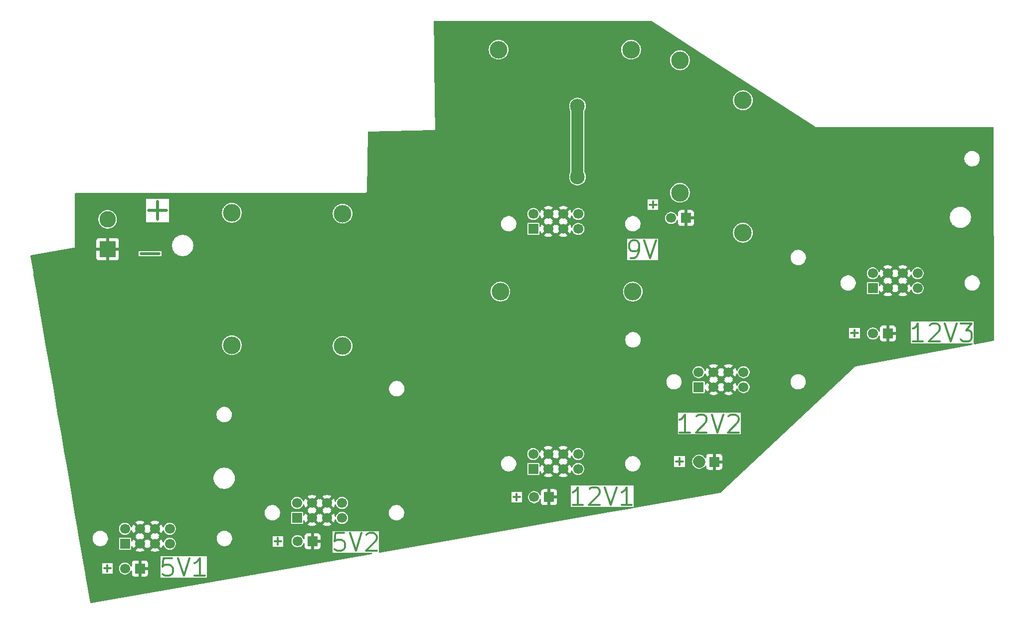
<source format=gbr>
%TF.GenerationSoftware,KiCad,Pcbnew,9.0.6*%
%TF.CreationDate,2026-01-21T14:54:26-06:00*%
%TF.ProjectId,buckboard,6275636b-626f-4617-9264-2e6b69636164,rev?*%
%TF.SameCoordinates,Original*%
%TF.FileFunction,Copper,L1,Top*%
%TF.FilePolarity,Positive*%
%FSLAX46Y46*%
G04 Gerber Fmt 4.6, Leading zero omitted, Abs format (unit mm)*
G04 Created by KiCad (PCBNEW 9.0.6) date 2026-01-21 14:54:26*
%MOMM*%
%LPD*%
G01*
G04 APERTURE LIST*
%ADD10C,0.300000*%
%TA.AperFunction,NonConductor*%
%ADD11C,0.300000*%
%TD*%
%ADD12C,0.500000*%
%TA.AperFunction,NonConductor*%
%ADD13C,0.500000*%
%TD*%
%TA.AperFunction,ComponentPad*%
%ADD14C,3.000000*%
%TD*%
%TA.AperFunction,ComponentPad*%
%ADD15R,1.700000X1.700000*%
%TD*%
%TA.AperFunction,ComponentPad*%
%ADD16C,1.700000*%
%TD*%
%TA.AperFunction,ComponentPad*%
%ADD17R,2.800000X2.800000*%
%TD*%
%TA.AperFunction,ComponentPad*%
%ADD18C,2.800000*%
%TD*%
%TA.AperFunction,ViaPad*%
%ADD19C,2.500000*%
%TD*%
%TA.AperFunction,Conductor*%
%ADD20C,2.000000*%
%TD*%
G04 APERTURE END LIST*
D10*
D11*
X125940225Y-119617257D02*
X124511653Y-119617257D01*
X124511653Y-119617257D02*
X124368796Y-121045828D01*
X124368796Y-121045828D02*
X124511653Y-120902971D01*
X124511653Y-120902971D02*
X124797368Y-120760114D01*
X124797368Y-120760114D02*
X125511653Y-120760114D01*
X125511653Y-120760114D02*
X125797368Y-120902971D01*
X125797368Y-120902971D02*
X125940225Y-121045828D01*
X125940225Y-121045828D02*
X126083082Y-121331542D01*
X126083082Y-121331542D02*
X126083082Y-122045828D01*
X126083082Y-122045828D02*
X125940225Y-122331542D01*
X125940225Y-122331542D02*
X125797368Y-122474400D01*
X125797368Y-122474400D02*
X125511653Y-122617257D01*
X125511653Y-122617257D02*
X124797368Y-122617257D01*
X124797368Y-122617257D02*
X124511653Y-122474400D01*
X124511653Y-122474400D02*
X124368796Y-122331542D01*
X126940225Y-119617257D02*
X127940225Y-122617257D01*
X127940225Y-122617257D02*
X128940225Y-119617257D01*
X129797368Y-119902971D02*
X129940225Y-119760114D01*
X129940225Y-119760114D02*
X130225940Y-119617257D01*
X130225940Y-119617257D02*
X130940225Y-119617257D01*
X130940225Y-119617257D02*
X131225940Y-119760114D01*
X131225940Y-119760114D02*
X131368797Y-119902971D01*
X131368797Y-119902971D02*
X131511654Y-120188685D01*
X131511654Y-120188685D02*
X131511654Y-120474400D01*
X131511654Y-120474400D02*
X131368797Y-120902971D01*
X131368797Y-120902971D02*
X129654511Y-122617257D01*
X129654511Y-122617257D02*
X131511654Y-122617257D01*
D10*
D11*
X184683082Y-102517257D02*
X182968796Y-102517257D01*
X183825939Y-102517257D02*
X183825939Y-99517257D01*
X183825939Y-99517257D02*
X183540225Y-99945828D01*
X183540225Y-99945828D02*
X183254510Y-100231542D01*
X183254510Y-100231542D02*
X182968796Y-100374400D01*
X185825939Y-99802971D02*
X185968796Y-99660114D01*
X185968796Y-99660114D02*
X186254511Y-99517257D01*
X186254511Y-99517257D02*
X186968796Y-99517257D01*
X186968796Y-99517257D02*
X187254511Y-99660114D01*
X187254511Y-99660114D02*
X187397368Y-99802971D01*
X187397368Y-99802971D02*
X187540225Y-100088685D01*
X187540225Y-100088685D02*
X187540225Y-100374400D01*
X187540225Y-100374400D02*
X187397368Y-100802971D01*
X187397368Y-100802971D02*
X185683082Y-102517257D01*
X185683082Y-102517257D02*
X187540225Y-102517257D01*
X188397368Y-99517257D02*
X189397368Y-102517257D01*
X189397368Y-102517257D02*
X190397368Y-99517257D01*
X191254511Y-99802971D02*
X191397368Y-99660114D01*
X191397368Y-99660114D02*
X191683083Y-99517257D01*
X191683083Y-99517257D02*
X192397368Y-99517257D01*
X192397368Y-99517257D02*
X192683083Y-99660114D01*
X192683083Y-99660114D02*
X192825940Y-99802971D01*
X192825940Y-99802971D02*
X192968797Y-100088685D01*
X192968797Y-100088685D02*
X192968797Y-100374400D01*
X192968797Y-100374400D02*
X192825940Y-100802971D01*
X192825940Y-100802971D02*
X191111654Y-102517257D01*
X191111654Y-102517257D02*
X192968797Y-102517257D01*
D10*
D11*
X212062910Y-85663612D02*
X213205768Y-85663612D01*
X212634339Y-86235040D02*
X212634339Y-85092183D01*
D10*
D11*
X182368576Y-107462400D02*
X183511434Y-107462400D01*
X182940005Y-108033828D02*
X182940005Y-106890971D01*
D10*
D11*
X154692110Y-113506600D02*
X155834968Y-113506600D01*
X155263539Y-114078028D02*
X155263539Y-112935171D01*
D10*
D11*
X166526682Y-114834257D02*
X164812396Y-114834257D01*
X165669539Y-114834257D02*
X165669539Y-111834257D01*
X165669539Y-111834257D02*
X165383825Y-112262828D01*
X165383825Y-112262828D02*
X165098110Y-112548542D01*
X165098110Y-112548542D02*
X164812396Y-112691400D01*
X167669539Y-112119971D02*
X167812396Y-111977114D01*
X167812396Y-111977114D02*
X168098111Y-111834257D01*
X168098111Y-111834257D02*
X168812396Y-111834257D01*
X168812396Y-111834257D02*
X169098111Y-111977114D01*
X169098111Y-111977114D02*
X169240968Y-112119971D01*
X169240968Y-112119971D02*
X169383825Y-112405685D01*
X169383825Y-112405685D02*
X169383825Y-112691400D01*
X169383825Y-112691400D02*
X169240968Y-113119971D01*
X169240968Y-113119971D02*
X167526682Y-114834257D01*
X167526682Y-114834257D02*
X169383825Y-114834257D01*
X170240968Y-111834257D02*
X171240968Y-114834257D01*
X171240968Y-114834257D02*
X172240968Y-111834257D01*
X174812397Y-114834257D02*
X173098111Y-114834257D01*
X173955254Y-114834257D02*
X173955254Y-111834257D01*
X173955254Y-111834257D02*
X173669540Y-112262828D01*
X173669540Y-112262828D02*
X173383825Y-112548542D01*
X173383825Y-112548542D02*
X173098111Y-112691400D01*
D10*
D11*
X177854510Y-63829400D02*
X178997368Y-63829400D01*
X178425939Y-64400828D02*
X178425939Y-63257971D01*
D10*
D11*
X85189710Y-125612400D02*
X86332568Y-125612400D01*
X85761139Y-126183828D02*
X85761139Y-125040971D01*
D10*
D11*
X174654510Y-72917257D02*
X175225939Y-72917257D01*
X175225939Y-72917257D02*
X175511653Y-72774400D01*
X175511653Y-72774400D02*
X175654510Y-72631542D01*
X175654510Y-72631542D02*
X175940225Y-72202971D01*
X175940225Y-72202971D02*
X176083082Y-71631542D01*
X176083082Y-71631542D02*
X176083082Y-70488685D01*
X176083082Y-70488685D02*
X175940225Y-70202971D01*
X175940225Y-70202971D02*
X175797368Y-70060114D01*
X175797368Y-70060114D02*
X175511653Y-69917257D01*
X175511653Y-69917257D02*
X174940225Y-69917257D01*
X174940225Y-69917257D02*
X174654510Y-70060114D01*
X174654510Y-70060114D02*
X174511653Y-70202971D01*
X174511653Y-70202971D02*
X174368796Y-70488685D01*
X174368796Y-70488685D02*
X174368796Y-71202971D01*
X174368796Y-71202971D02*
X174511653Y-71488685D01*
X174511653Y-71488685D02*
X174654510Y-71631542D01*
X174654510Y-71631542D02*
X174940225Y-71774400D01*
X174940225Y-71774400D02*
X175511653Y-71774400D01*
X175511653Y-71774400D02*
X175797368Y-71631542D01*
X175797368Y-71631542D02*
X175940225Y-71488685D01*
X175940225Y-71488685D02*
X176083082Y-71202971D01*
X176940225Y-69917257D02*
X177940225Y-72917257D01*
X177940225Y-72917257D02*
X178940225Y-69917257D01*
D12*
D13*
X91481327Y-72160666D02*
X94528947Y-72160666D01*
D10*
D11*
X96729025Y-123863857D02*
X95300453Y-123863857D01*
X95300453Y-123863857D02*
X95157596Y-125292428D01*
X95157596Y-125292428D02*
X95300453Y-125149571D01*
X95300453Y-125149571D02*
X95586168Y-125006714D01*
X95586168Y-125006714D02*
X96300453Y-125006714D01*
X96300453Y-125006714D02*
X96586168Y-125149571D01*
X96586168Y-125149571D02*
X96729025Y-125292428D01*
X96729025Y-125292428D02*
X96871882Y-125578142D01*
X96871882Y-125578142D02*
X96871882Y-126292428D01*
X96871882Y-126292428D02*
X96729025Y-126578142D01*
X96729025Y-126578142D02*
X96586168Y-126721000D01*
X96586168Y-126721000D02*
X96300453Y-126863857D01*
X96300453Y-126863857D02*
X95586168Y-126863857D01*
X95586168Y-126863857D02*
X95300453Y-126721000D01*
X95300453Y-126721000D02*
X95157596Y-126578142D01*
X97729025Y-123863857D02*
X98729025Y-126863857D01*
X98729025Y-126863857D02*
X99729025Y-123863857D01*
X102300454Y-126863857D02*
X100586168Y-126863857D01*
X101443311Y-126863857D02*
X101443311Y-123863857D01*
X101443311Y-123863857D02*
X101157597Y-124292428D01*
X101157597Y-124292428D02*
X100871882Y-124578142D01*
X100871882Y-124578142D02*
X100586168Y-124721000D01*
D10*
D11*
X114154510Y-121029400D02*
X115297368Y-121029400D01*
X114725939Y-121600828D02*
X114725939Y-120457971D01*
D10*
D11*
X224284082Y-87037257D02*
X222569796Y-87037257D01*
X223426939Y-87037257D02*
X223426939Y-84037257D01*
X223426939Y-84037257D02*
X223141225Y-84465828D01*
X223141225Y-84465828D02*
X222855510Y-84751542D01*
X222855510Y-84751542D02*
X222569796Y-84894400D01*
X225426939Y-84322971D02*
X225569796Y-84180114D01*
X225569796Y-84180114D02*
X225855511Y-84037257D01*
X225855511Y-84037257D02*
X226569796Y-84037257D01*
X226569796Y-84037257D02*
X226855511Y-84180114D01*
X226855511Y-84180114D02*
X226998368Y-84322971D01*
X226998368Y-84322971D02*
X227141225Y-84608685D01*
X227141225Y-84608685D02*
X227141225Y-84894400D01*
X227141225Y-84894400D02*
X226998368Y-85322971D01*
X226998368Y-85322971D02*
X225284082Y-87037257D01*
X225284082Y-87037257D02*
X227141225Y-87037257D01*
X227998368Y-84037257D02*
X228998368Y-87037257D01*
X228998368Y-87037257D02*
X229998368Y-84037257D01*
X230712654Y-84037257D02*
X232569797Y-84037257D01*
X232569797Y-84037257D02*
X231569797Y-85180114D01*
X231569797Y-85180114D02*
X231998368Y-85180114D01*
X231998368Y-85180114D02*
X232284083Y-85322971D01*
X232284083Y-85322971D02*
X232426940Y-85465828D01*
X232426940Y-85465828D02*
X232569797Y-85751542D01*
X232569797Y-85751542D02*
X232569797Y-86465828D01*
X232569797Y-86465828D02*
X232426940Y-86751542D01*
X232426940Y-86751542D02*
X232284083Y-86894400D01*
X232284083Y-86894400D02*
X231998368Y-87037257D01*
X231998368Y-87037257D02*
X231141225Y-87037257D01*
X231141225Y-87037257D02*
X230855511Y-86894400D01*
X230855511Y-86894400D02*
X230712654Y-86751542D01*
D12*
D13*
X92772127Y-64838866D02*
X95819747Y-64838866D01*
X94295937Y-66362676D02*
X94295937Y-63315057D01*
D14*
%TO.P,REF\u002A\u002A,1*%
%TO.N,VIN*%
X125700000Y-87850000D03*
%TO.P,REF\u002A\u002A,2*%
X125700000Y-65350000D03*
%TD*%
D15*
%TO.P,REF\u002A\u002A,1*%
%TO.N,12V3*%
X215750200Y-78026812D03*
D16*
%TO.P,REF\u002A\u002A,2*%
X215750200Y-75486812D03*
%TO.P,REF\u002A\u002A,3*%
%TO.N,GND*%
X218290200Y-78026812D03*
%TO.P,REF\u002A\u002A,4*%
X218290200Y-75486812D03*
%TO.P,REF\u002A\u002A,5*%
X220830200Y-78026812D03*
%TO.P,REF\u002A\u002A,6*%
X220830200Y-75486812D03*
%TO.P,REF\u002A\u002A,7*%
%TO.N,VIN*%
X223370200Y-78026812D03*
%TO.P,REF\u002A\u002A,8*%
X223370200Y-75486812D03*
%TD*%
D14*
%TO.P,REF\u002A\u002A,1*%
%TO.N,VIN*%
X183000000Y-61800000D03*
%TO.P,REF\u002A\u002A,2*%
X183000000Y-39300000D03*
%TD*%
D15*
%TO.P,REF\u002A\u002A,1*%
%TO.N,12V2*%
X186182866Y-94821800D03*
D16*
%TO.P,REF\u002A\u002A,2*%
X186182866Y-92281800D03*
%TO.P,REF\u002A\u002A,3*%
%TO.N,GND*%
X188722866Y-94821800D03*
%TO.P,REF\u002A\u002A,4*%
X188722866Y-92281800D03*
%TO.P,REF\u002A\u002A,5*%
X191262866Y-94821800D03*
%TO.P,REF\u002A\u002A,6*%
X191262866Y-92281800D03*
%TO.P,REF\u002A\u002A,7*%
%TO.N,VIN*%
X193802866Y-94821800D03*
%TO.P,REF\u002A\u002A,8*%
X193802866Y-92281800D03*
%TD*%
D15*
%TO.P,REF\u002A\u002A,1*%
%TO.N,GND*%
X184040000Y-66100000D03*
D16*
%TO.P,REF\u002A\u002A,2*%
%TO.N,9V*%
X181500000Y-66100000D03*
%TD*%
D15*
%TO.P,REF\u002A\u002A,1*%
%TO.N,GND*%
X188824466Y-107521800D03*
D16*
%TO.P,REF\u002A\u002A,2*%
%TO.N,12V2*%
X186284466Y-107521800D03*
%TD*%
D14*
%TO.P,REF\u002A\u002A,1*%
%TO.N,VIN*%
X106900000Y-87700000D03*
%TO.P,REF\u002A\u002A,2*%
X106900000Y-65200000D03*
%TD*%
D15*
%TO.P,REF\u002A\u002A,1*%
%TO.N,GND*%
X218315600Y-85723012D03*
D16*
%TO.P,REF\u002A\u002A,2*%
%TO.N,12V3*%
X215775600Y-85723012D03*
%TD*%
D15*
%TO.P,REF\u002A\u002A,1*%
%TO.N,GND*%
X91290000Y-125646400D03*
D16*
%TO.P,REF\u002A\u002A,2*%
%TO.N,5V*%
X88750000Y-125646400D03*
%TD*%
D14*
%TO.P,REF\u002A\u002A,1*%
%TO.N,VIN*%
X175000000Y-78600000D03*
%TO.P,REF\u002A\u002A,2*%
X152500000Y-78600000D03*
%TD*%
D15*
%TO.P,REF\u002A\u002A,1*%
%TO.N,12V1*%
X158100000Y-108740000D03*
D16*
%TO.P,REF\u002A\u002A,2*%
X158100000Y-106200000D03*
%TO.P,REF\u002A\u002A,3*%
%TO.N,GND*%
X160640000Y-108740000D03*
%TO.P,REF\u002A\u002A,4*%
X160640000Y-106200000D03*
%TO.P,REF\u002A\u002A,5*%
X163180000Y-108740000D03*
%TO.P,REF\u002A\u002A,6*%
X163180000Y-106200000D03*
%TO.P,REF\u002A\u002A,7*%
%TO.N,VIN*%
X165720000Y-108740000D03*
%TO.P,REF\u002A\u002A,8*%
X165720000Y-106200000D03*
%TD*%
D15*
%TO.P,REF\u002A\u002A,1*%
%TO.N,GND*%
X160767000Y-113515200D03*
D16*
%TO.P,REF\u002A\u002A,2*%
%TO.N,12V1*%
X158227000Y-113515200D03*
%TD*%
D15*
%TO.P,REF\u002A\u002A,1*%
%TO.N,GND*%
X120600000Y-121000000D03*
D16*
%TO.P,REF\u002A\u002A,2*%
%TO.N,5V2*%
X118060000Y-121000000D03*
%TD*%
D17*
%TO.P,REF\u002A\u002A,1*%
%TO.N,GND*%
X85801200Y-71399400D03*
D18*
%TO.P,REF\u002A\u002A,2*%
%TO.N,VIN*%
X85801200Y-66319400D03*
%TD*%
D14*
%TO.P,REF\u002A\u002A,1*%
%TO.N,VIN*%
X174700000Y-37500000D03*
%TO.P,REF\u002A\u002A,2*%
X152200000Y-37500000D03*
%TD*%
D15*
%TO.P,REF\u002A\u002A,1*%
%TO.N,5V*%
X88750000Y-121430000D03*
D16*
%TO.P,REF\u002A\u002A,2*%
X88750000Y-118890000D03*
%TO.P,REF\u002A\u002A,3*%
%TO.N,GND*%
X91290000Y-121430000D03*
%TO.P,REF\u002A\u002A,4*%
X91290000Y-118890000D03*
%TO.P,REF\u002A\u002A,5*%
X93830000Y-121430000D03*
%TO.P,REF\u002A\u002A,6*%
X93830000Y-118890000D03*
%TO.P,REF\u002A\u002A,7*%
%TO.N,VIN*%
X96370000Y-121430000D03*
%TO.P,REF\u002A\u002A,8*%
X96370000Y-118890000D03*
%TD*%
D15*
%TO.P,REF\u002A\u002A,1*%
%TO.N,9V*%
X158112700Y-67957800D03*
D16*
%TO.P,REF\u002A\u002A,2*%
X158112700Y-65417800D03*
%TO.P,REF\u002A\u002A,3*%
%TO.N,GND*%
X160652700Y-67957800D03*
%TO.P,REF\u002A\u002A,4*%
X160652700Y-65417800D03*
%TO.P,REF\u002A\u002A,5*%
X163192700Y-67957800D03*
%TO.P,REF\u002A\u002A,6*%
X163192700Y-65417800D03*
%TO.P,REF\u002A\u002A,7*%
%TO.N,VIN*%
X165732700Y-67957800D03*
%TO.P,REF\u002A\u002A,8*%
X165732700Y-65417800D03*
%TD*%
D14*
%TO.P,REF\u002A\u002A,1*%
%TO.N,VIN*%
X193700000Y-68600000D03*
%TO.P,REF\u002A\u002A,2*%
X193700000Y-46100000D03*
%TD*%
D15*
%TO.P,REF\u002A\u002A,1*%
%TO.N,5V2*%
X117982866Y-117045600D03*
D16*
%TO.P,REF\u002A\u002A,2*%
X117982866Y-114505600D03*
%TO.P,REF\u002A\u002A,3*%
%TO.N,GND*%
X120522866Y-117045600D03*
%TO.P,REF\u002A\u002A,4*%
X120522866Y-114505600D03*
%TO.P,REF\u002A\u002A,5*%
X123062866Y-117045600D03*
%TO.P,REF\u002A\u002A,6*%
X123062866Y-114505600D03*
%TO.P,REF\u002A\u002A,7*%
%TO.N,VIN*%
X125602866Y-117045600D03*
%TO.P,REF\u002A\u002A,8*%
X125602866Y-114505600D03*
%TD*%
D19*
%TO.N,VIN*%
X165600000Y-59100000D03*
X165600000Y-47100000D03*
%TD*%
D20*
%TO.N,VIN*%
X165600000Y-47100000D02*
X165600000Y-59100000D01*
%TO.N,12V2*%
X186259066Y-107496400D02*
X186284466Y-107521800D01*
%TD*%
%TA.AperFunction,Conductor*%
%TO.N,GND*%
G36*
X93364075Y-119082993D02*
G01*
X93429901Y-119197007D01*
X93522993Y-119290099D01*
X93637007Y-119355925D01*
X93700590Y-119372962D01*
X93068282Y-120005269D01*
X93068282Y-120005270D01*
X93122452Y-120044626D01*
X93132048Y-120049516D01*
X93182844Y-120097491D01*
X93199638Y-120165312D01*
X93177100Y-120231447D01*
X93132051Y-120270483D01*
X93122440Y-120275380D01*
X93068282Y-120314727D01*
X93068282Y-120314728D01*
X93700591Y-120947037D01*
X93637007Y-120964075D01*
X93522993Y-121029901D01*
X93429901Y-121122993D01*
X93364075Y-121237007D01*
X93347037Y-121300591D01*
X92714728Y-120668282D01*
X92714727Y-120668282D01*
X92675380Y-120722440D01*
X92670483Y-120732051D01*
X92622506Y-120782845D01*
X92554684Y-120799638D01*
X92488550Y-120777098D01*
X92449516Y-120732048D01*
X92444626Y-120722452D01*
X92405270Y-120668282D01*
X92405269Y-120668282D01*
X91772962Y-121300590D01*
X91755925Y-121237007D01*
X91690099Y-121122993D01*
X91597007Y-121029901D01*
X91482993Y-120964075D01*
X91419409Y-120947037D01*
X92051716Y-120314728D01*
X91997550Y-120275375D01*
X91987954Y-120270486D01*
X91937157Y-120222512D01*
X91920361Y-120154692D01*
X91941288Y-120090895D01*
X92020027Y-119973581D01*
X91419408Y-119372962D01*
X91482993Y-119355925D01*
X91597007Y-119290099D01*
X91690099Y-119197007D01*
X91755925Y-119082993D01*
X91772962Y-119019408D01*
X92405270Y-119651717D01*
X92405270Y-119651716D01*
X92444622Y-119597554D01*
X92449514Y-119587954D01*
X92497488Y-119537157D01*
X92565308Y-119520361D01*
X92631444Y-119542897D01*
X92670486Y-119587954D01*
X92675375Y-119597550D01*
X92714728Y-119651716D01*
X93347037Y-119019408D01*
X93364075Y-119082993D01*
G37*
%TD.AperFunction*%
%TA.AperFunction,Conductor*%
G36*
X122596941Y-114698593D02*
G01*
X122662767Y-114812607D01*
X122755859Y-114905699D01*
X122869873Y-114971525D01*
X122933456Y-114988562D01*
X122301148Y-115620869D01*
X122301148Y-115620870D01*
X122355318Y-115660226D01*
X122364914Y-115665116D01*
X122415710Y-115713091D01*
X122432504Y-115780912D01*
X122409966Y-115847047D01*
X122364917Y-115886083D01*
X122355306Y-115890980D01*
X122301148Y-115930327D01*
X122301148Y-115930328D01*
X122933457Y-116562637D01*
X122869873Y-116579675D01*
X122755859Y-116645501D01*
X122662767Y-116738593D01*
X122596941Y-116852607D01*
X122579903Y-116916191D01*
X121947594Y-116283882D01*
X121947593Y-116283882D01*
X121908246Y-116338040D01*
X121903349Y-116347651D01*
X121855372Y-116398445D01*
X121787550Y-116415238D01*
X121721416Y-116392698D01*
X121682382Y-116347648D01*
X121677492Y-116338052D01*
X121638136Y-116283882D01*
X121638135Y-116283882D01*
X121005828Y-116916190D01*
X120988791Y-116852607D01*
X120922965Y-116738593D01*
X120829873Y-116645501D01*
X120715859Y-116579675D01*
X120652275Y-116562637D01*
X121284582Y-115930328D01*
X121230416Y-115890975D01*
X121220820Y-115886086D01*
X121170023Y-115838112D01*
X121153227Y-115770292D01*
X121174154Y-115706495D01*
X121252893Y-115589181D01*
X120652274Y-114988562D01*
X120715859Y-114971525D01*
X120829873Y-114905699D01*
X120922965Y-114812607D01*
X120988791Y-114698593D01*
X121005828Y-114635009D01*
X121638136Y-115267317D01*
X121638136Y-115267316D01*
X121677488Y-115213154D01*
X121682380Y-115203554D01*
X121730354Y-115152757D01*
X121798174Y-115135961D01*
X121864310Y-115158497D01*
X121903352Y-115203554D01*
X121908241Y-115213150D01*
X121947594Y-115267316D01*
X122579903Y-114635008D01*
X122596941Y-114698593D01*
G37*
%TD.AperFunction*%
%TA.AperFunction,Conductor*%
G36*
X162714075Y-106392993D02*
G01*
X162779901Y-106507007D01*
X162872993Y-106600099D01*
X162987007Y-106665925D01*
X163050590Y-106682962D01*
X162418282Y-107315269D01*
X162418282Y-107315270D01*
X162472452Y-107354626D01*
X162482048Y-107359516D01*
X162532844Y-107407491D01*
X162549638Y-107475312D01*
X162527100Y-107541447D01*
X162482051Y-107580483D01*
X162472440Y-107585380D01*
X162418282Y-107624727D01*
X162418282Y-107624728D01*
X163050591Y-108257037D01*
X162987007Y-108274075D01*
X162872993Y-108339901D01*
X162779901Y-108432993D01*
X162714075Y-108547007D01*
X162697037Y-108610591D01*
X162064728Y-107978282D01*
X162064727Y-107978282D01*
X162025380Y-108032440D01*
X162020483Y-108042051D01*
X161972506Y-108092845D01*
X161904684Y-108109638D01*
X161838550Y-108087098D01*
X161799516Y-108042048D01*
X161794626Y-108032452D01*
X161755270Y-107978282D01*
X161755269Y-107978282D01*
X161122962Y-108610590D01*
X161105925Y-108547007D01*
X161040099Y-108432993D01*
X160947007Y-108339901D01*
X160832993Y-108274075D01*
X160769409Y-108257037D01*
X161401716Y-107624728D01*
X161347550Y-107585375D01*
X161337954Y-107580486D01*
X161287157Y-107532512D01*
X161270361Y-107464692D01*
X161291288Y-107400895D01*
X161370027Y-107283581D01*
X160769408Y-106682962D01*
X160832993Y-106665925D01*
X160947007Y-106600099D01*
X161040099Y-106507007D01*
X161105925Y-106392993D01*
X161122962Y-106329408D01*
X161755270Y-106961717D01*
X161755270Y-106961716D01*
X161794622Y-106907554D01*
X161799514Y-106897954D01*
X161847488Y-106847157D01*
X161915308Y-106830361D01*
X161981444Y-106852897D01*
X162020486Y-106897954D01*
X162025375Y-106907550D01*
X162064728Y-106961716D01*
X162697037Y-106329408D01*
X162714075Y-106392993D01*
G37*
%TD.AperFunction*%
%TA.AperFunction,Conductor*%
G36*
X190796941Y-92474793D02*
G01*
X190862767Y-92588807D01*
X190955859Y-92681899D01*
X191069873Y-92747725D01*
X191133456Y-92764762D01*
X190501148Y-93397069D01*
X190501148Y-93397070D01*
X190555318Y-93436426D01*
X190564914Y-93441316D01*
X190615710Y-93489291D01*
X190632504Y-93557112D01*
X190609966Y-93623247D01*
X190564917Y-93662283D01*
X190555306Y-93667180D01*
X190501148Y-93706527D01*
X190501148Y-93706528D01*
X191133457Y-94338837D01*
X191069873Y-94355875D01*
X190955859Y-94421701D01*
X190862767Y-94514793D01*
X190796941Y-94628807D01*
X190779903Y-94692391D01*
X190147594Y-94060082D01*
X190147593Y-94060082D01*
X190108246Y-94114240D01*
X190103349Y-94123851D01*
X190055372Y-94174645D01*
X189987550Y-94191438D01*
X189921416Y-94168898D01*
X189882382Y-94123848D01*
X189877492Y-94114252D01*
X189838136Y-94060082D01*
X189838135Y-94060082D01*
X189205828Y-94692390D01*
X189188791Y-94628807D01*
X189122965Y-94514793D01*
X189029873Y-94421701D01*
X188915859Y-94355875D01*
X188852275Y-94338837D01*
X189484582Y-93706528D01*
X189430416Y-93667175D01*
X189420820Y-93662286D01*
X189370023Y-93614312D01*
X189353227Y-93546492D01*
X189374154Y-93482695D01*
X189452893Y-93365381D01*
X188852274Y-92764762D01*
X188915859Y-92747725D01*
X189029873Y-92681899D01*
X189122965Y-92588807D01*
X189188791Y-92474793D01*
X189205828Y-92411208D01*
X189838136Y-93043517D01*
X189838136Y-93043516D01*
X189877488Y-92989354D01*
X189882380Y-92979754D01*
X189930354Y-92928957D01*
X189998174Y-92912161D01*
X190064310Y-92934697D01*
X190103352Y-92979754D01*
X190108241Y-92989350D01*
X190147594Y-93043516D01*
X190779903Y-92411208D01*
X190796941Y-92474793D01*
G37*
%TD.AperFunction*%
%TA.AperFunction,Conductor*%
G36*
X220364275Y-75679805D02*
G01*
X220430101Y-75793819D01*
X220523193Y-75886911D01*
X220637207Y-75952737D01*
X220700790Y-75969774D01*
X220068482Y-76602081D01*
X220068482Y-76602082D01*
X220122652Y-76641438D01*
X220132248Y-76646328D01*
X220183044Y-76694303D01*
X220199838Y-76762124D01*
X220177300Y-76828259D01*
X220132251Y-76867295D01*
X220122640Y-76872192D01*
X220068482Y-76911539D01*
X220068482Y-76911540D01*
X220700791Y-77543849D01*
X220637207Y-77560887D01*
X220523193Y-77626713D01*
X220430101Y-77719805D01*
X220364275Y-77833819D01*
X220347237Y-77897403D01*
X219714928Y-77265094D01*
X219714927Y-77265094D01*
X219675580Y-77319252D01*
X219670683Y-77328863D01*
X219622706Y-77379657D01*
X219554884Y-77396450D01*
X219488750Y-77373910D01*
X219449716Y-77328860D01*
X219444826Y-77319264D01*
X219405470Y-77265094D01*
X219405469Y-77265094D01*
X218773162Y-77897402D01*
X218756125Y-77833819D01*
X218690299Y-77719805D01*
X218597207Y-77626713D01*
X218483193Y-77560887D01*
X218419609Y-77543849D01*
X219051916Y-76911540D01*
X218997750Y-76872187D01*
X218988154Y-76867298D01*
X218937357Y-76819324D01*
X218920561Y-76751504D01*
X218941488Y-76687707D01*
X219020227Y-76570393D01*
X218419608Y-75969774D01*
X218483193Y-75952737D01*
X218597207Y-75886911D01*
X218690299Y-75793819D01*
X218756125Y-75679805D01*
X218773162Y-75616220D01*
X219405470Y-76248529D01*
X219405470Y-76248528D01*
X219444822Y-76194366D01*
X219449714Y-76184766D01*
X219497688Y-76133969D01*
X219565508Y-76117173D01*
X219631644Y-76139709D01*
X219670686Y-76184766D01*
X219675575Y-76194362D01*
X219714928Y-76248528D01*
X220347237Y-75616220D01*
X220364275Y-75679805D01*
G37*
%TD.AperFunction*%
%TA.AperFunction,Conductor*%
G36*
X162726775Y-65610793D02*
G01*
X162792601Y-65724807D01*
X162885693Y-65817899D01*
X162999707Y-65883725D01*
X163063290Y-65900762D01*
X162430982Y-66533069D01*
X162430982Y-66533070D01*
X162485152Y-66572426D01*
X162494748Y-66577316D01*
X162545544Y-66625291D01*
X162562338Y-66693112D01*
X162539800Y-66759247D01*
X162494751Y-66798283D01*
X162485140Y-66803180D01*
X162430982Y-66842527D01*
X162430982Y-66842528D01*
X163063291Y-67474837D01*
X162999707Y-67491875D01*
X162885693Y-67557701D01*
X162792601Y-67650793D01*
X162726775Y-67764807D01*
X162709737Y-67828391D01*
X162077428Y-67196082D01*
X162077427Y-67196082D01*
X162038080Y-67250240D01*
X162033183Y-67259851D01*
X161985206Y-67310645D01*
X161917384Y-67327438D01*
X161851250Y-67304898D01*
X161812216Y-67259848D01*
X161807326Y-67250252D01*
X161767970Y-67196082D01*
X161767969Y-67196082D01*
X161135662Y-67828390D01*
X161118625Y-67764807D01*
X161052799Y-67650793D01*
X160959707Y-67557701D01*
X160845693Y-67491875D01*
X160782109Y-67474837D01*
X161414416Y-66842528D01*
X161360250Y-66803175D01*
X161350654Y-66798286D01*
X161299857Y-66750312D01*
X161283061Y-66682492D01*
X161303988Y-66618695D01*
X161382727Y-66501381D01*
X160782108Y-65900762D01*
X160845693Y-65883725D01*
X160959707Y-65817899D01*
X161052799Y-65724807D01*
X161118625Y-65610793D01*
X161135662Y-65547209D01*
X161767970Y-66179517D01*
X161767970Y-66179516D01*
X161807322Y-66125354D01*
X161812214Y-66115754D01*
X161860188Y-66064957D01*
X161928008Y-66048161D01*
X161994144Y-66070697D01*
X162033186Y-66115754D01*
X162038075Y-66125350D01*
X162077428Y-66179516D01*
X162709737Y-65547208D01*
X162726775Y-65610793D01*
G37*
%TD.AperFunction*%
%TA.AperFunction,Conductor*%
G36*
X178228270Y-32620185D02*
G01*
X178228630Y-32620416D01*
X187704327Y-38762410D01*
X205957804Y-50594018D01*
X205978039Y-50610390D01*
X205982023Y-50614374D01*
X205982026Y-50614376D01*
X205991457Y-50618283D01*
X205991456Y-50618283D01*
X206001935Y-50622623D01*
X206020012Y-50634340D01*
X206038416Y-50637733D01*
X206050512Y-50642744D01*
X206050513Y-50642744D01*
X206050517Y-50642746D01*
X206055717Y-50644900D01*
X206055718Y-50644900D01*
X206065920Y-50644900D01*
X206088411Y-50646956D01*
X206098452Y-50648809D01*
X206103966Y-50647632D01*
X206129853Y-50644900D01*
X236175124Y-50644900D01*
X236242163Y-50664585D01*
X236287918Y-50717389D01*
X236299123Y-50768813D01*
X236299401Y-51168133D01*
X236324112Y-86826942D01*
X236304474Y-86893995D01*
X236251702Y-86939787D01*
X236222833Y-86948929D01*
X233048743Y-87540544D01*
X232979232Y-87533476D01*
X232924576Y-87489950D01*
X232902129Y-87423784D01*
X232902022Y-87418643D01*
X232902022Y-83703914D01*
X222237571Y-83703914D01*
X222237571Y-87369482D01*
X232624505Y-87369482D01*
X232691544Y-87389167D01*
X232737299Y-87441971D01*
X232747243Y-87511129D01*
X232718218Y-87574685D01*
X232659440Y-87612459D01*
X232647226Y-87615383D01*
X212898163Y-91296388D01*
X212898162Y-91296388D01*
X212884824Y-91298873D01*
X212866895Y-91298270D01*
X212846002Y-91306109D01*
X212835337Y-91308097D01*
X212835335Y-91308098D01*
X212824057Y-91310201D01*
X212824050Y-91310203D01*
X212820385Y-91312588D01*
X212820386Y-91312589D01*
X212811265Y-91318525D01*
X212809013Y-91319991D01*
X212792217Y-91326295D01*
X212775914Y-91341533D01*
X212766818Y-91347454D01*
X212766816Y-91347456D01*
X212757202Y-91353713D01*
X212754719Y-91357334D01*
X212737142Y-91377776D01*
X189833576Y-112787631D01*
X189771159Y-112819031D01*
X189770317Y-112819182D01*
X175265327Y-115362968D01*
X175195895Y-115355160D01*
X175141707Y-115311053D01*
X175119967Y-115244652D01*
X175137577Y-115177038D01*
X175142897Y-115170224D01*
X175142897Y-111500914D01*
X164480171Y-111500914D01*
X164480171Y-115166482D01*
X174960799Y-115166482D01*
X175027838Y-115186167D01*
X175073593Y-115238971D01*
X175083537Y-115308129D01*
X175054512Y-115371685D01*
X174995734Y-115409459D01*
X174982218Y-115412617D01*
X170852771Y-116136812D01*
X132033821Y-122944613D01*
X131989298Y-122952421D01*
X131919866Y-122944613D01*
X131865678Y-122900506D01*
X131843938Y-122834105D01*
X131843879Y-122830285D01*
X131843879Y-119284558D01*
X124036097Y-119284558D01*
X124036097Y-122949482D01*
X130581139Y-122949482D01*
X130648178Y-122969167D01*
X130693933Y-123021971D01*
X130703877Y-123091129D01*
X130674852Y-123154685D01*
X130616074Y-123192459D01*
X130602558Y-123195618D01*
X82985826Y-131546313D01*
X82916394Y-131538505D01*
X82862206Y-131494398D01*
X82842216Y-131445279D01*
X82108508Y-127196082D01*
X94824897Y-127196082D01*
X102630954Y-127196082D01*
X102630954Y-123530514D01*
X94824897Y-123530514D01*
X94824897Y-127196082D01*
X82108508Y-127196082D01*
X81990790Y-126514328D01*
X84859210Y-126514328D01*
X86663068Y-126514328D01*
X86663068Y-125545392D01*
X87724500Y-125545392D01*
X87724500Y-125747407D01*
X87763907Y-125945519D01*
X87763909Y-125945527D01*
X87841212Y-126132152D01*
X87841217Y-126132162D01*
X87953441Y-126300118D01*
X88096281Y-126442958D01*
X88264237Y-126555182D01*
X88264241Y-126555184D01*
X88264244Y-126555186D01*
X88450873Y-126632491D01*
X88648992Y-126671899D01*
X88648996Y-126671900D01*
X88648997Y-126671900D01*
X88851004Y-126671900D01*
X88851005Y-126671899D01*
X89049127Y-126632491D01*
X89235756Y-126555186D01*
X89403718Y-126442958D01*
X89546558Y-126300118D01*
X89658786Y-126132156D01*
X89701439Y-126029182D01*
X89745280Y-125974780D01*
X89811574Y-125952715D01*
X89879273Y-125969994D01*
X89926884Y-126021131D01*
X89940000Y-126076636D01*
X89940000Y-126544244D01*
X89946401Y-126603772D01*
X89946403Y-126603779D01*
X89996645Y-126738486D01*
X89996649Y-126738493D01*
X90082809Y-126853587D01*
X90082812Y-126853590D01*
X90197906Y-126939750D01*
X90197913Y-126939754D01*
X90332620Y-126989996D01*
X90332627Y-126989998D01*
X90392155Y-126996399D01*
X90392172Y-126996400D01*
X91040000Y-126996400D01*
X91040000Y-126079412D01*
X91097007Y-126112325D01*
X91224174Y-126146400D01*
X91355826Y-126146400D01*
X91482993Y-126112325D01*
X91540000Y-126079412D01*
X91540000Y-126996400D01*
X92187828Y-126996400D01*
X92187844Y-126996399D01*
X92247372Y-126989998D01*
X92247379Y-126989996D01*
X92382086Y-126939754D01*
X92382093Y-126939750D01*
X92497187Y-126853590D01*
X92497190Y-126853587D01*
X92583350Y-126738493D01*
X92583354Y-126738486D01*
X92633596Y-126603779D01*
X92633598Y-126603772D01*
X92639999Y-126544244D01*
X92640000Y-126544227D01*
X92640000Y-125896400D01*
X91723012Y-125896400D01*
X91755925Y-125839393D01*
X91790000Y-125712226D01*
X91790000Y-125580574D01*
X91755925Y-125453407D01*
X91723012Y-125396400D01*
X92640000Y-125396400D01*
X92640000Y-124748572D01*
X92639999Y-124748555D01*
X92633598Y-124689027D01*
X92633596Y-124689020D01*
X92583354Y-124554313D01*
X92583350Y-124554306D01*
X92497190Y-124439212D01*
X92497187Y-124439209D01*
X92382093Y-124353049D01*
X92382086Y-124353045D01*
X92247379Y-124302803D01*
X92247372Y-124302801D01*
X92187844Y-124296400D01*
X91540000Y-124296400D01*
X91540000Y-125213388D01*
X91482993Y-125180475D01*
X91355826Y-125146400D01*
X91224174Y-125146400D01*
X91097007Y-125180475D01*
X91040000Y-125213388D01*
X91040000Y-124296400D01*
X90392155Y-124296400D01*
X90332627Y-124302801D01*
X90332620Y-124302803D01*
X90197913Y-124353045D01*
X90197906Y-124353049D01*
X90082812Y-124439209D01*
X90082809Y-124439212D01*
X89996649Y-124554306D01*
X89996645Y-124554313D01*
X89946403Y-124689020D01*
X89946401Y-124689027D01*
X89940000Y-124748555D01*
X89940000Y-125216163D01*
X89920315Y-125283202D01*
X89867511Y-125328957D01*
X89798353Y-125338901D01*
X89734797Y-125309876D01*
X89701439Y-125263616D01*
X89658787Y-125160647D01*
X89658786Y-125160644D01*
X89658784Y-125160641D01*
X89658782Y-125160637D01*
X89546558Y-124992681D01*
X89403718Y-124849841D01*
X89235762Y-124737617D01*
X89235752Y-124737612D01*
X89049127Y-124660309D01*
X89049119Y-124660307D01*
X88851007Y-124620900D01*
X88851003Y-124620900D01*
X88648997Y-124620900D01*
X88648992Y-124620900D01*
X88450880Y-124660307D01*
X88450872Y-124660309D01*
X88264247Y-124737612D01*
X88264237Y-124737617D01*
X88096281Y-124849841D01*
X87953441Y-124992681D01*
X87841217Y-125160637D01*
X87841212Y-125160647D01*
X87763909Y-125347272D01*
X87763907Y-125347280D01*
X87724500Y-125545392D01*
X86663068Y-125545392D01*
X86663068Y-124710471D01*
X84859210Y-124710471D01*
X84859210Y-126514328D01*
X81990790Y-126514328D01*
X80941703Y-120438648D01*
X83258500Y-120438648D01*
X83258500Y-120643351D01*
X83290522Y-120845534D01*
X83353781Y-121040223D01*
X83399974Y-121130880D01*
X83431622Y-121192993D01*
X83446715Y-121222613D01*
X83567028Y-121388213D01*
X83711786Y-121532971D01*
X83866749Y-121645556D01*
X83877390Y-121653287D01*
X83970559Y-121700759D01*
X84059776Y-121746218D01*
X84059778Y-121746218D01*
X84059781Y-121746220D01*
X84164137Y-121780127D01*
X84254465Y-121809477D01*
X84355557Y-121825488D01*
X84456648Y-121841500D01*
X84456649Y-121841500D01*
X84661351Y-121841500D01*
X84661352Y-121841500D01*
X84863534Y-121809477D01*
X85058219Y-121746220D01*
X85240610Y-121653287D01*
X85333590Y-121585732D01*
X85406213Y-121532971D01*
X85406215Y-121532968D01*
X85406219Y-121532966D01*
X85550966Y-121388219D01*
X85550968Y-121388215D01*
X85550971Y-121388213D01*
X85610472Y-121306315D01*
X85671287Y-121222610D01*
X85764220Y-121040219D01*
X85827477Y-120845534D01*
X85859500Y-120643352D01*
X85859500Y-120438648D01*
X85839873Y-120314727D01*
X85827477Y-120236465D01*
X85766733Y-120049516D01*
X85764220Y-120041781D01*
X85764218Y-120041778D01*
X85764218Y-120041776D01*
X85729470Y-119973581D01*
X85671287Y-119859390D01*
X85627256Y-119798786D01*
X85550971Y-119693786D01*
X85406213Y-119549028D01*
X85240613Y-119428715D01*
X85240612Y-119428714D01*
X85240610Y-119428713D01*
X85164632Y-119390000D01*
X85058223Y-119335781D01*
X84863534Y-119272522D01*
X84680634Y-119243554D01*
X84661352Y-119240500D01*
X84456648Y-119240500D01*
X84437366Y-119243554D01*
X84254465Y-119272522D01*
X84059776Y-119335781D01*
X83877386Y-119428715D01*
X83711786Y-119549028D01*
X83567028Y-119693786D01*
X83446715Y-119859386D01*
X83353781Y-120041776D01*
X83290522Y-120236465D01*
X83258500Y-120438648D01*
X80941703Y-120438648D01*
X80656857Y-118788992D01*
X87724500Y-118788992D01*
X87724500Y-118991007D01*
X87763907Y-119189119D01*
X87763909Y-119189127D01*
X87841212Y-119375752D01*
X87841217Y-119375762D01*
X87953441Y-119543718D01*
X88096281Y-119686558D01*
X88264237Y-119798782D01*
X88264241Y-119798784D01*
X88264244Y-119798786D01*
X88450873Y-119876091D01*
X88648992Y-119915499D01*
X88648996Y-119915500D01*
X88648997Y-119915500D01*
X88851004Y-119915500D01*
X88851005Y-119915499D01*
X89049127Y-119876091D01*
X89235756Y-119798786D01*
X89403718Y-119686558D01*
X89546558Y-119543718D01*
X89658786Y-119375756D01*
X89736091Y-119189127D01*
X89736091Y-119189123D01*
X89737596Y-119185492D01*
X89781437Y-119131089D01*
X89847731Y-119109024D01*
X89915430Y-119126303D01*
X89963041Y-119177440D01*
X89972732Y-119204004D01*
X89973241Y-119206125D01*
X90038904Y-119408217D01*
X90135375Y-119597550D01*
X90174728Y-119651716D01*
X90807037Y-119019408D01*
X90824075Y-119082993D01*
X90889901Y-119197007D01*
X90982993Y-119290099D01*
X91097007Y-119355925D01*
X91160591Y-119372962D01*
X90559971Y-119973581D01*
X90638711Y-120090895D01*
X90639920Y-120094729D01*
X90642844Y-120097491D01*
X90650343Y-120127778D01*
X90659727Y-120157529D01*
X90658671Y-120161408D01*
X90659638Y-120165312D01*
X90649573Y-120194844D01*
X90641383Y-120224947D01*
X90638397Y-120227640D01*
X90637100Y-120231447D01*
X90592051Y-120270483D01*
X90582440Y-120275380D01*
X90528282Y-120314727D01*
X90528282Y-120314728D01*
X91160591Y-120947037D01*
X91097007Y-120964075D01*
X90982993Y-121029901D01*
X90889901Y-121122993D01*
X90824075Y-121237007D01*
X90807037Y-121300591D01*
X90174728Y-120668282D01*
X90174727Y-120668282D01*
X90135380Y-120722439D01*
X90038904Y-120911783D01*
X90017431Y-120977871D01*
X89977993Y-121035547D01*
X89913635Y-121062745D01*
X89844789Y-121050830D01*
X89793313Y-121003586D01*
X89775500Y-120939553D01*
X89775500Y-120562713D01*
X89775499Y-120562711D01*
X89765318Y-120511524D01*
X89765317Y-120511523D01*
X89726528Y-120453471D01*
X89668476Y-120414682D01*
X89668475Y-120414681D01*
X89617288Y-120404500D01*
X89617284Y-120404500D01*
X87882716Y-120404500D01*
X87882711Y-120404500D01*
X87831524Y-120414681D01*
X87831523Y-120414682D01*
X87773471Y-120453471D01*
X87734682Y-120511523D01*
X87734681Y-120511524D01*
X87724500Y-120562711D01*
X87724500Y-122297288D01*
X87734681Y-122348475D01*
X87734682Y-122348476D01*
X87773471Y-122406528D01*
X87831523Y-122445317D01*
X87831524Y-122445318D01*
X87882711Y-122455499D01*
X87882714Y-122455500D01*
X87882716Y-122455500D01*
X89617286Y-122455500D01*
X89617287Y-122455499D01*
X89630257Y-122452919D01*
X89668475Y-122445318D01*
X89668475Y-122445317D01*
X89668477Y-122445317D01*
X89726528Y-122406528D01*
X89765317Y-122348477D01*
X89765317Y-122348475D01*
X89765318Y-122348475D01*
X89775499Y-122297288D01*
X89775500Y-122297286D01*
X89775500Y-121920446D01*
X89795185Y-121853407D01*
X89847989Y-121807652D01*
X89917147Y-121797708D01*
X89980703Y-121826733D01*
X90017431Y-121882128D01*
X90038904Y-121948217D01*
X90135375Y-122137550D01*
X90174728Y-122191716D01*
X90807037Y-121559408D01*
X90824075Y-121622993D01*
X90889901Y-121737007D01*
X90982993Y-121830099D01*
X91097007Y-121895925D01*
X91160590Y-121912962D01*
X90528282Y-122545269D01*
X90528282Y-122545270D01*
X90582449Y-122584624D01*
X90771782Y-122681095D01*
X90973870Y-122746757D01*
X91183754Y-122780000D01*
X91396246Y-122780000D01*
X91606127Y-122746757D01*
X91606130Y-122746757D01*
X91808217Y-122681095D01*
X91997554Y-122584622D01*
X92051716Y-122545270D01*
X92051717Y-122545270D01*
X91419408Y-121912962D01*
X91482993Y-121895925D01*
X91597007Y-121830099D01*
X91690099Y-121737007D01*
X91755925Y-121622993D01*
X91772962Y-121559408D01*
X92405270Y-122191717D01*
X92405270Y-122191716D01*
X92444622Y-122137554D01*
X92449514Y-122127954D01*
X92497488Y-122077157D01*
X92565308Y-122060361D01*
X92631444Y-122082897D01*
X92670486Y-122127954D01*
X92675375Y-122137550D01*
X92714728Y-122191716D01*
X93347037Y-121559408D01*
X93364075Y-121622993D01*
X93429901Y-121737007D01*
X93522993Y-121830099D01*
X93637007Y-121895925D01*
X93700590Y-121912962D01*
X93068282Y-122545269D01*
X93068282Y-122545270D01*
X93122449Y-122584624D01*
X93311782Y-122681095D01*
X93513870Y-122746757D01*
X93723754Y-122780000D01*
X93936246Y-122780000D01*
X94146127Y-122746757D01*
X94146130Y-122746757D01*
X94348217Y-122681095D01*
X94537554Y-122584622D01*
X94591716Y-122545270D01*
X94591717Y-122545270D01*
X93959408Y-121912962D01*
X94022993Y-121895925D01*
X94137007Y-121830099D01*
X94230099Y-121737007D01*
X94295925Y-121622993D01*
X94312962Y-121559408D01*
X94945270Y-122191717D01*
X94945270Y-122191716D01*
X94984622Y-122137554D01*
X95081095Y-121948217D01*
X95146756Y-121746133D01*
X95147263Y-121744021D01*
X95147676Y-121743299D01*
X95148264Y-121741493D01*
X95148643Y-121741616D01*
X95182042Y-121683422D01*
X95244062Y-121651247D01*
X95313632Y-121657709D01*
X95368664Y-121700759D01*
X95382403Y-121725492D01*
X95461212Y-121915752D01*
X95461217Y-121915762D01*
X95573441Y-122083718D01*
X95716281Y-122226558D01*
X95884237Y-122338782D01*
X95884241Y-122338784D01*
X95884244Y-122338786D01*
X96070873Y-122416091D01*
X96268992Y-122455499D01*
X96268996Y-122455500D01*
X96268997Y-122455500D01*
X96471004Y-122455500D01*
X96471005Y-122455499D01*
X96669127Y-122416091D01*
X96855756Y-122338786D01*
X97023718Y-122226558D01*
X97166558Y-122083718D01*
X97268381Y-121931328D01*
X113824010Y-121931328D01*
X115627868Y-121931328D01*
X115627868Y-120898992D01*
X117034500Y-120898992D01*
X117034500Y-121101007D01*
X117073907Y-121299119D01*
X117073909Y-121299127D01*
X117151212Y-121485752D01*
X117151217Y-121485762D01*
X117263441Y-121653718D01*
X117406281Y-121796558D01*
X117574237Y-121908782D01*
X117574241Y-121908784D01*
X117574244Y-121908786D01*
X117760873Y-121986091D01*
X117958992Y-122025499D01*
X117958996Y-122025500D01*
X117958997Y-122025500D01*
X118161004Y-122025500D01*
X118161005Y-122025499D01*
X118359127Y-121986091D01*
X118545756Y-121908786D01*
X118713718Y-121796558D01*
X118856558Y-121653718D01*
X118968786Y-121485756D01*
X119011439Y-121382782D01*
X119055280Y-121328380D01*
X119121574Y-121306315D01*
X119189273Y-121323594D01*
X119236884Y-121374731D01*
X119250000Y-121430236D01*
X119250000Y-121897844D01*
X119256401Y-121957372D01*
X119256403Y-121957379D01*
X119306645Y-122092086D01*
X119306649Y-122092093D01*
X119392809Y-122207187D01*
X119392812Y-122207190D01*
X119507906Y-122293350D01*
X119507913Y-122293354D01*
X119642620Y-122343596D01*
X119642627Y-122343598D01*
X119702155Y-122349999D01*
X119702172Y-122350000D01*
X120350000Y-122350000D01*
X120350000Y-121433012D01*
X120407007Y-121465925D01*
X120534174Y-121500000D01*
X120665826Y-121500000D01*
X120792993Y-121465925D01*
X120850000Y-121433012D01*
X120850000Y-122350000D01*
X121497828Y-122350000D01*
X121497844Y-122349999D01*
X121557372Y-122343598D01*
X121557379Y-122343596D01*
X121692086Y-122293354D01*
X121692093Y-122293350D01*
X121807187Y-122207190D01*
X121807190Y-122207187D01*
X121893350Y-122092093D01*
X121893354Y-122092086D01*
X121943596Y-121957379D01*
X121943598Y-121957372D01*
X121949999Y-121897844D01*
X121950000Y-121897827D01*
X121950000Y-121250000D01*
X121033012Y-121250000D01*
X121065925Y-121192993D01*
X121100000Y-121065826D01*
X121100000Y-120934174D01*
X121065925Y-120807007D01*
X121033012Y-120750000D01*
X121950000Y-120750000D01*
X121950000Y-120102172D01*
X121949999Y-120102155D01*
X121943598Y-120042627D01*
X121943596Y-120042620D01*
X121893354Y-119907913D01*
X121893350Y-119907906D01*
X121807190Y-119792812D01*
X121807187Y-119792809D01*
X121692093Y-119706649D01*
X121692086Y-119706645D01*
X121557379Y-119656403D01*
X121557372Y-119656401D01*
X121497844Y-119650000D01*
X120850000Y-119650000D01*
X120850000Y-120566988D01*
X120792993Y-120534075D01*
X120665826Y-120500000D01*
X120534174Y-120500000D01*
X120407007Y-120534075D01*
X120350000Y-120566988D01*
X120350000Y-119650000D01*
X119702155Y-119650000D01*
X119642627Y-119656401D01*
X119642620Y-119656403D01*
X119507913Y-119706645D01*
X119507906Y-119706649D01*
X119392812Y-119792809D01*
X119392809Y-119792812D01*
X119306649Y-119907906D01*
X119306645Y-119907913D01*
X119256403Y-120042620D01*
X119256401Y-120042627D01*
X119250000Y-120102155D01*
X119250000Y-120569763D01*
X119230315Y-120636802D01*
X119177511Y-120682557D01*
X119108353Y-120692501D01*
X119044797Y-120663476D01*
X119011439Y-120617216D01*
X118978161Y-120536878D01*
X118968786Y-120514244D01*
X118968784Y-120514241D01*
X118968782Y-120514237D01*
X118856558Y-120346281D01*
X118713718Y-120203441D01*
X118545762Y-120091217D01*
X118545752Y-120091212D01*
X118359127Y-120013909D01*
X118359119Y-120013907D01*
X118161007Y-119974500D01*
X118161003Y-119974500D01*
X117958997Y-119974500D01*
X117958992Y-119974500D01*
X117760880Y-120013907D01*
X117760872Y-120013909D01*
X117574247Y-120091212D01*
X117574237Y-120091217D01*
X117406281Y-120203441D01*
X117263441Y-120346281D01*
X117151217Y-120514237D01*
X117151212Y-120514247D01*
X117073909Y-120700872D01*
X117073907Y-120700880D01*
X117034500Y-120898992D01*
X115627868Y-120898992D01*
X115627868Y-120127471D01*
X113824010Y-120127471D01*
X113824010Y-121931328D01*
X97268381Y-121931328D01*
X97278786Y-121915756D01*
X97356091Y-121729127D01*
X97395500Y-121531003D01*
X97395500Y-121328997D01*
X97356091Y-121130873D01*
X97278786Y-120944244D01*
X97278784Y-120944241D01*
X97278782Y-120944237D01*
X97166558Y-120776281D01*
X97023718Y-120633441D01*
X96879200Y-120536878D01*
X96879198Y-120536876D01*
X96855767Y-120521220D01*
X96855752Y-120521212D01*
X96669127Y-120443909D01*
X96669119Y-120443907D01*
X96642680Y-120438648D01*
X104340500Y-120438648D01*
X104340500Y-120643351D01*
X104372522Y-120845534D01*
X104435781Y-121040223D01*
X104481974Y-121130880D01*
X104513622Y-121192993D01*
X104528715Y-121222613D01*
X104649028Y-121388213D01*
X104793786Y-121532971D01*
X104948749Y-121645556D01*
X104959390Y-121653287D01*
X105052559Y-121700759D01*
X105141776Y-121746218D01*
X105141778Y-121746218D01*
X105141781Y-121746220D01*
X105246137Y-121780127D01*
X105336465Y-121809477D01*
X105437557Y-121825488D01*
X105538648Y-121841500D01*
X105538649Y-121841500D01*
X105743351Y-121841500D01*
X105743352Y-121841500D01*
X105945534Y-121809477D01*
X106140219Y-121746220D01*
X106322610Y-121653287D01*
X106415590Y-121585732D01*
X106488213Y-121532971D01*
X106488215Y-121532968D01*
X106488219Y-121532966D01*
X106632966Y-121388219D01*
X106632968Y-121388215D01*
X106632971Y-121388213D01*
X106692472Y-121306315D01*
X106753287Y-121222610D01*
X106846220Y-121040219D01*
X106909477Y-120845534D01*
X106941500Y-120643352D01*
X106941500Y-120438648D01*
X106921873Y-120314727D01*
X106909477Y-120236465D01*
X106869824Y-120114428D01*
X106846220Y-120041781D01*
X106753287Y-119859390D01*
X106709256Y-119798786D01*
X106632971Y-119693786D01*
X106488213Y-119549028D01*
X106322613Y-119428715D01*
X106322612Y-119428714D01*
X106322610Y-119428713D01*
X106246632Y-119390000D01*
X106140223Y-119335781D01*
X105945534Y-119272522D01*
X105762634Y-119243554D01*
X105743352Y-119240500D01*
X105538648Y-119240500D01*
X105519366Y-119243554D01*
X105336465Y-119272522D01*
X105141776Y-119335781D01*
X104959386Y-119428715D01*
X104793786Y-119549028D01*
X104649028Y-119693786D01*
X104528715Y-119859386D01*
X104435781Y-120041776D01*
X104372522Y-120236465D01*
X104340500Y-120438648D01*
X96642680Y-120438648D01*
X96471007Y-120404500D01*
X96471003Y-120404500D01*
X96268997Y-120404500D01*
X96268992Y-120404500D01*
X96070880Y-120443907D01*
X96070872Y-120443909D01*
X95884247Y-120521212D01*
X95884237Y-120521217D01*
X95716281Y-120633441D01*
X95573441Y-120776281D01*
X95461217Y-120944237D01*
X95461212Y-120944247D01*
X95382403Y-121134507D01*
X95338561Y-121188911D01*
X95272267Y-121210975D01*
X95204568Y-121193695D01*
X95156958Y-121142558D01*
X95147264Y-121115982D01*
X95146757Y-121113869D01*
X95081095Y-120911782D01*
X94984624Y-120722449D01*
X94945270Y-120668282D01*
X94945269Y-120668282D01*
X94312962Y-121300590D01*
X94295925Y-121237007D01*
X94230099Y-121122993D01*
X94137007Y-121029901D01*
X94022993Y-120964075D01*
X93959409Y-120947037D01*
X94591716Y-120314728D01*
X94537550Y-120275375D01*
X94527954Y-120270486D01*
X94477157Y-120222512D01*
X94460361Y-120154692D01*
X94482897Y-120088556D01*
X94527954Y-120049514D01*
X94537554Y-120044622D01*
X94591716Y-120005270D01*
X94591717Y-120005270D01*
X93959408Y-119372962D01*
X94022993Y-119355925D01*
X94137007Y-119290099D01*
X94230099Y-119197007D01*
X94295925Y-119082993D01*
X94312962Y-119019408D01*
X94945270Y-119651717D01*
X94945270Y-119651716D01*
X94984622Y-119597554D01*
X95081095Y-119408217D01*
X95146756Y-119206133D01*
X95147263Y-119204021D01*
X95147676Y-119203299D01*
X95148264Y-119201493D01*
X95148643Y-119201616D01*
X95182042Y-119143422D01*
X95244062Y-119111247D01*
X95313632Y-119117709D01*
X95368664Y-119160759D01*
X95382403Y-119185492D01*
X95461212Y-119375752D01*
X95461217Y-119375762D01*
X95573441Y-119543718D01*
X95716281Y-119686558D01*
X95884237Y-119798782D01*
X95884241Y-119798784D01*
X95884244Y-119798786D01*
X96070873Y-119876091D01*
X96268992Y-119915499D01*
X96268996Y-119915500D01*
X96268997Y-119915500D01*
X96471004Y-119915500D01*
X96471005Y-119915499D01*
X96669127Y-119876091D01*
X96855756Y-119798786D01*
X97023718Y-119686558D01*
X97166558Y-119543718D01*
X97278786Y-119375756D01*
X97356091Y-119189127D01*
X97395500Y-118991003D01*
X97395500Y-118788997D01*
X97356091Y-118590873D01*
X97278786Y-118404244D01*
X97278784Y-118404241D01*
X97278782Y-118404237D01*
X97166558Y-118236281D01*
X97023718Y-118093441D01*
X96855762Y-117981217D01*
X96855752Y-117981212D01*
X96669127Y-117903909D01*
X96669119Y-117903907D01*
X96471007Y-117864500D01*
X96471003Y-117864500D01*
X96268997Y-117864500D01*
X96268992Y-117864500D01*
X96070880Y-117903907D01*
X96070872Y-117903909D01*
X95884247Y-117981212D01*
X95884237Y-117981217D01*
X95716281Y-118093441D01*
X95573441Y-118236281D01*
X95461217Y-118404237D01*
X95461212Y-118404247D01*
X95382403Y-118594507D01*
X95338561Y-118648911D01*
X95272267Y-118670975D01*
X95204568Y-118653695D01*
X95156958Y-118602558D01*
X95147264Y-118575982D01*
X95146757Y-118573869D01*
X95081095Y-118371782D01*
X94984624Y-118182449D01*
X94945270Y-118128282D01*
X94945269Y-118128282D01*
X94312962Y-118760590D01*
X94295925Y-118697007D01*
X94230099Y-118582993D01*
X94137007Y-118489901D01*
X94022993Y-118424075D01*
X93959409Y-118407037D01*
X94591716Y-117774728D01*
X94537550Y-117735375D01*
X94348217Y-117638904D01*
X94146129Y-117573242D01*
X93936246Y-117540000D01*
X93723754Y-117540000D01*
X93513872Y-117573242D01*
X93513869Y-117573242D01*
X93311782Y-117638904D01*
X93122439Y-117735380D01*
X93068282Y-117774727D01*
X93068282Y-117774728D01*
X93700591Y-118407037D01*
X93637007Y-118424075D01*
X93522993Y-118489901D01*
X93429901Y-118582993D01*
X93364075Y-118697007D01*
X93347037Y-118760591D01*
X92714728Y-118128282D01*
X92714727Y-118128282D01*
X92675380Y-118182440D01*
X92670483Y-118192051D01*
X92622506Y-118242845D01*
X92554684Y-118259638D01*
X92488550Y-118237098D01*
X92449516Y-118192048D01*
X92444626Y-118182452D01*
X92405270Y-118128282D01*
X92405269Y-118128282D01*
X91772962Y-118760590D01*
X91755925Y-118697007D01*
X91690099Y-118582993D01*
X91597007Y-118489901D01*
X91482993Y-118424075D01*
X91419409Y-118407037D01*
X92051716Y-117774728D01*
X91997550Y-117735375D01*
X91808217Y-117638904D01*
X91606129Y-117573242D01*
X91396246Y-117540000D01*
X91183754Y-117540000D01*
X90973872Y-117573242D01*
X90973869Y-117573242D01*
X90771782Y-117638904D01*
X90582439Y-117735380D01*
X90528282Y-117774727D01*
X90528282Y-117774728D01*
X91160591Y-118407037D01*
X91097007Y-118424075D01*
X90982993Y-118489901D01*
X90889901Y-118582993D01*
X90824075Y-118697007D01*
X90807037Y-118760591D01*
X90174728Y-118128282D01*
X90174727Y-118128282D01*
X90135380Y-118182439D01*
X90038904Y-118371782D01*
X89973240Y-118573876D01*
X89972731Y-118575999D01*
X89972316Y-118576721D01*
X89971736Y-118578507D01*
X89971360Y-118578385D01*
X89937942Y-118636591D01*
X89875916Y-118668757D01*
X89806347Y-118662282D01*
X89751322Y-118619223D01*
X89737596Y-118594507D01*
X89736090Y-118590872D01*
X89658786Y-118404244D01*
X89658784Y-118404241D01*
X89658782Y-118404237D01*
X89546558Y-118236281D01*
X89403718Y-118093441D01*
X89235762Y-117981217D01*
X89235752Y-117981212D01*
X89127924Y-117936548D01*
X89049127Y-117903909D01*
X89049119Y-117903907D01*
X88851007Y-117864500D01*
X88851003Y-117864500D01*
X88648997Y-117864500D01*
X88648992Y-117864500D01*
X88450880Y-117903907D01*
X88450872Y-117903909D01*
X88264247Y-117981212D01*
X88264237Y-117981217D01*
X88096281Y-118093441D01*
X87953441Y-118236281D01*
X87841217Y-118404237D01*
X87841212Y-118404247D01*
X87763909Y-118590872D01*
X87763907Y-118590880D01*
X87724500Y-118788992D01*
X80656857Y-118788992D01*
X80184649Y-116054248D01*
X112491366Y-116054248D01*
X112491366Y-116258951D01*
X112523388Y-116461134D01*
X112586647Y-116655823D01*
X112632840Y-116746480D01*
X112662408Y-116804511D01*
X112679581Y-116838213D01*
X112799894Y-117003813D01*
X112944652Y-117148571D01*
X113099615Y-117261156D01*
X113110256Y-117268887D01*
X113203425Y-117316359D01*
X113292642Y-117361818D01*
X113292644Y-117361818D01*
X113292647Y-117361820D01*
X113397003Y-117395727D01*
X113487331Y-117425077D01*
X113588423Y-117441088D01*
X113689514Y-117457100D01*
X113689515Y-117457100D01*
X113894217Y-117457100D01*
X113894218Y-117457100D01*
X114096400Y-117425077D01*
X114291085Y-117361820D01*
X114473476Y-117268887D01*
X114566456Y-117201332D01*
X114639079Y-117148571D01*
X114639081Y-117148568D01*
X114639085Y-117148566D01*
X114783832Y-117003819D01*
X114783834Y-117003815D01*
X114783837Y-117003813D01*
X114836598Y-116931190D01*
X114904153Y-116838210D01*
X114997086Y-116655819D01*
X115060343Y-116461134D01*
X115092366Y-116258952D01*
X115092366Y-116054248D01*
X115072739Y-115930327D01*
X115060343Y-115852065D01*
X114999599Y-115665116D01*
X114997086Y-115657381D01*
X114997084Y-115657378D01*
X114997084Y-115657376D01*
X114962336Y-115589181D01*
X114904153Y-115474990D01*
X114860122Y-115414386D01*
X114783837Y-115309386D01*
X114639079Y-115164628D01*
X114473479Y-115044315D01*
X114473478Y-115044314D01*
X114473476Y-115044313D01*
X114397498Y-115005600D01*
X114291089Y-114951381D01*
X114096400Y-114888122D01*
X113911252Y-114858798D01*
X113894218Y-114856100D01*
X113689514Y-114856100D01*
X113672480Y-114858798D01*
X113487331Y-114888122D01*
X113292642Y-114951381D01*
X113110252Y-115044315D01*
X112944652Y-115164628D01*
X112799894Y-115309386D01*
X112679581Y-115474986D01*
X112586647Y-115657376D01*
X112523388Y-115852065D01*
X112491366Y-116054248D01*
X80184649Y-116054248D01*
X79899803Y-114404592D01*
X116957366Y-114404592D01*
X116957366Y-114606607D01*
X116996773Y-114804719D01*
X116996775Y-114804727D01*
X117074078Y-114991352D01*
X117074083Y-114991362D01*
X117186307Y-115159318D01*
X117329147Y-115302158D01*
X117497103Y-115414382D01*
X117497107Y-115414384D01*
X117497110Y-115414386D01*
X117683739Y-115491691D01*
X117881858Y-115531099D01*
X117881862Y-115531100D01*
X117881863Y-115531100D01*
X118083870Y-115531100D01*
X118083871Y-115531099D01*
X118281993Y-115491691D01*
X118468622Y-115414386D01*
X118636584Y-115302158D01*
X118779424Y-115159318D01*
X118891652Y-114991356D01*
X118968957Y-114804727D01*
X118968957Y-114804723D01*
X118970462Y-114801092D01*
X119014303Y-114746689D01*
X119080597Y-114724624D01*
X119148296Y-114741903D01*
X119195907Y-114793040D01*
X119205598Y-114819604D01*
X119206107Y-114821725D01*
X119271770Y-115023817D01*
X119368241Y-115213150D01*
X119407594Y-115267316D01*
X120039903Y-114635008D01*
X120056941Y-114698593D01*
X120122767Y-114812607D01*
X120215859Y-114905699D01*
X120329873Y-114971525D01*
X120393457Y-114988562D01*
X119792837Y-115589181D01*
X119871577Y-115706495D01*
X119872786Y-115710329D01*
X119875710Y-115713091D01*
X119883209Y-115743378D01*
X119892593Y-115773129D01*
X119891537Y-115777008D01*
X119892504Y-115780912D01*
X119882439Y-115810444D01*
X119874249Y-115840547D01*
X119871263Y-115843240D01*
X119869966Y-115847047D01*
X119824917Y-115886083D01*
X119815306Y-115890980D01*
X119761148Y-115930327D01*
X119761148Y-115930328D01*
X120393457Y-116562637D01*
X120329873Y-116579675D01*
X120215859Y-116645501D01*
X120122767Y-116738593D01*
X120056941Y-116852607D01*
X120039903Y-116916191D01*
X119407594Y-116283882D01*
X119407593Y-116283882D01*
X119368246Y-116338039D01*
X119271770Y-116527383D01*
X119250297Y-116593471D01*
X119210859Y-116651147D01*
X119146501Y-116678345D01*
X119077655Y-116666430D01*
X119026179Y-116619186D01*
X119008366Y-116555153D01*
X119008366Y-116178313D01*
X119008365Y-116178311D01*
X118998184Y-116127124D01*
X118998183Y-116127123D01*
X118959394Y-116069071D01*
X118901342Y-116030282D01*
X118901341Y-116030281D01*
X118850154Y-116020100D01*
X118850150Y-116020100D01*
X117115582Y-116020100D01*
X117115577Y-116020100D01*
X117064390Y-116030281D01*
X117064389Y-116030282D01*
X117006337Y-116069071D01*
X116967548Y-116127123D01*
X116967547Y-116127124D01*
X116957366Y-116178311D01*
X116957366Y-117912888D01*
X116967547Y-117964075D01*
X116967548Y-117964076D01*
X117006337Y-118022128D01*
X117064389Y-118060917D01*
X117064390Y-118060918D01*
X117115577Y-118071099D01*
X117115580Y-118071100D01*
X117115582Y-118071100D01*
X118850152Y-118071100D01*
X118850153Y-118071099D01*
X118863123Y-118068519D01*
X118901341Y-118060918D01*
X118901341Y-118060917D01*
X118901343Y-118060917D01*
X118959394Y-118022128D01*
X118998183Y-117964077D01*
X118998183Y-117964075D01*
X118998184Y-117964075D01*
X119008365Y-117912888D01*
X119008366Y-117912886D01*
X119008366Y-117536046D01*
X119028051Y-117469007D01*
X119080855Y-117423252D01*
X119150013Y-117413308D01*
X119213569Y-117442333D01*
X119250297Y-117497728D01*
X119271770Y-117563817D01*
X119368241Y-117753150D01*
X119407594Y-117807316D01*
X120039903Y-117175008D01*
X120056941Y-117238593D01*
X120122767Y-117352607D01*
X120215859Y-117445699D01*
X120329873Y-117511525D01*
X120393456Y-117528562D01*
X119761148Y-118160869D01*
X119761148Y-118160870D01*
X119815315Y-118200224D01*
X120004648Y-118296695D01*
X120206736Y-118362357D01*
X120416620Y-118395600D01*
X120629112Y-118395600D01*
X120838993Y-118362357D01*
X120838996Y-118362357D01*
X121041083Y-118296695D01*
X121230420Y-118200222D01*
X121284582Y-118160870D01*
X121284583Y-118160870D01*
X120652274Y-117528562D01*
X120715859Y-117511525D01*
X120829873Y-117445699D01*
X120922965Y-117352607D01*
X120988791Y-117238593D01*
X121005828Y-117175009D01*
X121638136Y-117807317D01*
X121638136Y-117807316D01*
X121677488Y-117753154D01*
X121682380Y-117743554D01*
X121730354Y-117692757D01*
X121798174Y-117675961D01*
X121864310Y-117698497D01*
X121903352Y-117743554D01*
X121908241Y-117753150D01*
X121947594Y-117807316D01*
X122579903Y-117175008D01*
X122596941Y-117238593D01*
X122662767Y-117352607D01*
X122755859Y-117445699D01*
X122869873Y-117511525D01*
X122933456Y-117528562D01*
X122301148Y-118160869D01*
X122301148Y-118160870D01*
X122355315Y-118200224D01*
X122544648Y-118296695D01*
X122746736Y-118362357D01*
X122956620Y-118395600D01*
X123169112Y-118395600D01*
X123378993Y-118362357D01*
X123378996Y-118362357D01*
X123581083Y-118296695D01*
X123770420Y-118200222D01*
X123824582Y-118160870D01*
X123824583Y-118160870D01*
X123192274Y-117528562D01*
X123255859Y-117511525D01*
X123369873Y-117445699D01*
X123462965Y-117352607D01*
X123528791Y-117238593D01*
X123545828Y-117175008D01*
X124178136Y-117807317D01*
X124178136Y-117807316D01*
X124217488Y-117753154D01*
X124313961Y-117563817D01*
X124379622Y-117361733D01*
X124380129Y-117359621D01*
X124380542Y-117358899D01*
X124381130Y-117357093D01*
X124381509Y-117357216D01*
X124414908Y-117299022D01*
X124476928Y-117266847D01*
X124546498Y-117273309D01*
X124601530Y-117316359D01*
X124615269Y-117341092D01*
X124694078Y-117531352D01*
X124694083Y-117531362D01*
X124806307Y-117699318D01*
X124949147Y-117842158D01*
X125117103Y-117954382D01*
X125117107Y-117954384D01*
X125117110Y-117954386D01*
X125303739Y-118031691D01*
X125501858Y-118071099D01*
X125501862Y-118071100D01*
X125501863Y-118071100D01*
X125703870Y-118071100D01*
X125703871Y-118071099D01*
X125901993Y-118031691D01*
X126088622Y-117954386D01*
X126256584Y-117842158D01*
X126399424Y-117699318D01*
X126511652Y-117531356D01*
X126588957Y-117344727D01*
X126628366Y-117146603D01*
X126628366Y-116944597D01*
X126588957Y-116746473D01*
X126511652Y-116559844D01*
X126511650Y-116559841D01*
X126511648Y-116559837D01*
X126399424Y-116391881D01*
X126256584Y-116249041D01*
X126112066Y-116152478D01*
X126112064Y-116152476D01*
X126088633Y-116136820D01*
X126088618Y-116136812D01*
X125901993Y-116059509D01*
X125901985Y-116059507D01*
X125875546Y-116054248D01*
X133573366Y-116054248D01*
X133573366Y-116258951D01*
X133605388Y-116461134D01*
X133668647Y-116655823D01*
X133714840Y-116746480D01*
X133744408Y-116804511D01*
X133761581Y-116838213D01*
X133881894Y-117003813D01*
X134026652Y-117148571D01*
X134181615Y-117261156D01*
X134192256Y-117268887D01*
X134285425Y-117316359D01*
X134374642Y-117361818D01*
X134374644Y-117361818D01*
X134374647Y-117361820D01*
X134479003Y-117395727D01*
X134569331Y-117425077D01*
X134670423Y-117441088D01*
X134771514Y-117457100D01*
X134771515Y-117457100D01*
X134976217Y-117457100D01*
X134976218Y-117457100D01*
X135178400Y-117425077D01*
X135373085Y-117361820D01*
X135555476Y-117268887D01*
X135648456Y-117201332D01*
X135721079Y-117148571D01*
X135721081Y-117148568D01*
X135721085Y-117148566D01*
X135865832Y-117003819D01*
X135865834Y-117003815D01*
X135865837Y-117003813D01*
X135918598Y-116931190D01*
X135986153Y-116838210D01*
X136079086Y-116655819D01*
X136142343Y-116461134D01*
X136174366Y-116258952D01*
X136174366Y-116054248D01*
X136154739Y-115930327D01*
X136142343Y-115852065D01*
X136081599Y-115665116D01*
X136079086Y-115657381D01*
X136079084Y-115657378D01*
X136079084Y-115657376D01*
X136044336Y-115589181D01*
X135986153Y-115474990D01*
X135942122Y-115414386D01*
X135865837Y-115309386D01*
X135721079Y-115164628D01*
X135555479Y-115044315D01*
X135555478Y-115044314D01*
X135555476Y-115044313D01*
X135479498Y-115005600D01*
X135373089Y-114951381D01*
X135178400Y-114888122D01*
X134993252Y-114858798D01*
X134976218Y-114856100D01*
X134771514Y-114856100D01*
X134754480Y-114858798D01*
X134569331Y-114888122D01*
X134374642Y-114951381D01*
X134192252Y-115044315D01*
X134026652Y-115164628D01*
X133881894Y-115309386D01*
X133761581Y-115474986D01*
X133668647Y-115657376D01*
X133605388Y-115852065D01*
X133573366Y-116054248D01*
X125875546Y-116054248D01*
X125703873Y-116020100D01*
X125703869Y-116020100D01*
X125501863Y-116020100D01*
X125501858Y-116020100D01*
X125303746Y-116059507D01*
X125303738Y-116059509D01*
X125117113Y-116136812D01*
X125117103Y-116136817D01*
X124949147Y-116249041D01*
X124806307Y-116391881D01*
X124694083Y-116559837D01*
X124694078Y-116559847D01*
X124615269Y-116750107D01*
X124571427Y-116804511D01*
X124505133Y-116826575D01*
X124437434Y-116809295D01*
X124389824Y-116758158D01*
X124380130Y-116731582D01*
X124379623Y-116729469D01*
X124313961Y-116527382D01*
X124217490Y-116338049D01*
X124178136Y-116283882D01*
X124178135Y-116283882D01*
X123545828Y-116916190D01*
X123528791Y-116852607D01*
X123462965Y-116738593D01*
X123369873Y-116645501D01*
X123255859Y-116579675D01*
X123192275Y-116562637D01*
X123824582Y-115930328D01*
X123770416Y-115890975D01*
X123760820Y-115886086D01*
X123710023Y-115838112D01*
X123693227Y-115770292D01*
X123715763Y-115704156D01*
X123760820Y-115665114D01*
X123770420Y-115660222D01*
X123824582Y-115620870D01*
X123824583Y-115620870D01*
X123192274Y-114988562D01*
X123255859Y-114971525D01*
X123369873Y-114905699D01*
X123462965Y-114812607D01*
X123528791Y-114698593D01*
X123545828Y-114635008D01*
X124178136Y-115267317D01*
X124178136Y-115267316D01*
X124217488Y-115213154D01*
X124313961Y-115023817D01*
X124379622Y-114821733D01*
X124380129Y-114819621D01*
X124380542Y-114818899D01*
X124381130Y-114817093D01*
X124381509Y-114817216D01*
X124414908Y-114759022D01*
X124476928Y-114726847D01*
X124546498Y-114733309D01*
X124601530Y-114776359D01*
X124615269Y-114801092D01*
X124694078Y-114991352D01*
X124694083Y-114991362D01*
X124806307Y-115159318D01*
X124949147Y-115302158D01*
X125117103Y-115414382D01*
X125117107Y-115414384D01*
X125117110Y-115414386D01*
X125303739Y-115491691D01*
X125501858Y-115531099D01*
X125501862Y-115531100D01*
X125501863Y-115531100D01*
X125703870Y-115531100D01*
X125703871Y-115531099D01*
X125901993Y-115491691D01*
X126088622Y-115414386D01*
X126256584Y-115302158D01*
X126399424Y-115159318D01*
X126511652Y-114991356D01*
X126588957Y-114804727D01*
X126628366Y-114606603D01*
X126628366Y-114408528D01*
X154361610Y-114408528D01*
X156165468Y-114408528D01*
X156165468Y-113414192D01*
X157201500Y-113414192D01*
X157201500Y-113616207D01*
X157240907Y-113814319D01*
X157240909Y-113814327D01*
X157318212Y-114000952D01*
X157318217Y-114000962D01*
X157430441Y-114168918D01*
X157573281Y-114311758D01*
X157741237Y-114423982D01*
X157741241Y-114423984D01*
X157741244Y-114423986D01*
X157927873Y-114501291D01*
X158125992Y-114540699D01*
X158125996Y-114540700D01*
X158125997Y-114540700D01*
X158328004Y-114540700D01*
X158328005Y-114540699D01*
X158526127Y-114501291D01*
X158712756Y-114423986D01*
X158880718Y-114311758D01*
X159023558Y-114168918D01*
X159135786Y-114000956D01*
X159178439Y-113897982D01*
X159222280Y-113843580D01*
X159288574Y-113821515D01*
X159356273Y-113838794D01*
X159403884Y-113889931D01*
X159417000Y-113945436D01*
X159417000Y-114413044D01*
X159423401Y-114472572D01*
X159423403Y-114472579D01*
X159473645Y-114607286D01*
X159473649Y-114607293D01*
X159559809Y-114722387D01*
X159559812Y-114722390D01*
X159674906Y-114808550D01*
X159674913Y-114808554D01*
X159809620Y-114858796D01*
X159809627Y-114858798D01*
X159869155Y-114865199D01*
X159869172Y-114865200D01*
X160517000Y-114865200D01*
X160517000Y-113948212D01*
X160574007Y-113981125D01*
X160701174Y-114015200D01*
X160832826Y-114015200D01*
X160959993Y-113981125D01*
X161017000Y-113948212D01*
X161017000Y-114865200D01*
X161664828Y-114865200D01*
X161664844Y-114865199D01*
X161724372Y-114858798D01*
X161724379Y-114858796D01*
X161859086Y-114808554D01*
X161859093Y-114808550D01*
X161974187Y-114722390D01*
X161974190Y-114722387D01*
X162060350Y-114607293D01*
X162060354Y-114607286D01*
X162110596Y-114472579D01*
X162110598Y-114472572D01*
X162116999Y-114413044D01*
X162117000Y-114413027D01*
X162117000Y-113765200D01*
X161200012Y-113765200D01*
X161232925Y-113708193D01*
X161267000Y-113581026D01*
X161267000Y-113449374D01*
X161232925Y-113322207D01*
X161200012Y-113265200D01*
X162117000Y-113265200D01*
X162117000Y-112617372D01*
X162116999Y-112617355D01*
X162110598Y-112557827D01*
X162110596Y-112557820D01*
X162060354Y-112423113D01*
X162060350Y-112423106D01*
X161974190Y-112308012D01*
X161974187Y-112308009D01*
X161859093Y-112221849D01*
X161859086Y-112221845D01*
X161724379Y-112171603D01*
X161724372Y-112171601D01*
X161664844Y-112165200D01*
X161017000Y-112165200D01*
X161017000Y-113082188D01*
X160959993Y-113049275D01*
X160832826Y-113015200D01*
X160701174Y-113015200D01*
X160574007Y-113049275D01*
X160517000Y-113082188D01*
X160517000Y-112165200D01*
X159869155Y-112165200D01*
X159809627Y-112171601D01*
X159809620Y-112171603D01*
X159674913Y-112221845D01*
X159674906Y-112221849D01*
X159559812Y-112308009D01*
X159559809Y-112308012D01*
X159473649Y-112423106D01*
X159473645Y-112423113D01*
X159423403Y-112557820D01*
X159423401Y-112557827D01*
X159417000Y-112617355D01*
X159417000Y-113084963D01*
X159397315Y-113152002D01*
X159344511Y-113197757D01*
X159275353Y-113207701D01*
X159211797Y-113178676D01*
X159178439Y-113132416D01*
X159135787Y-113029447D01*
X159135786Y-113029444D01*
X159135784Y-113029441D01*
X159135782Y-113029437D01*
X159023558Y-112861481D01*
X158880718Y-112718641D01*
X158712762Y-112606417D01*
X158712752Y-112606412D01*
X158526127Y-112529109D01*
X158526119Y-112529107D01*
X158328007Y-112489700D01*
X158328003Y-112489700D01*
X158125997Y-112489700D01*
X158125992Y-112489700D01*
X157927880Y-112529107D01*
X157927872Y-112529109D01*
X157741247Y-112606412D01*
X157741237Y-112606417D01*
X157573281Y-112718641D01*
X157430441Y-112861481D01*
X157318217Y-113029437D01*
X157318212Y-113029447D01*
X157240909Y-113216072D01*
X157240907Y-113216080D01*
X157201500Y-113414192D01*
X156165468Y-113414192D01*
X156165468Y-112604671D01*
X154361610Y-112604671D01*
X154361610Y-114408528D01*
X126628366Y-114408528D01*
X126628366Y-114404597D01*
X126588957Y-114206473D01*
X126511652Y-114019844D01*
X126511650Y-114019841D01*
X126511648Y-114019837D01*
X126399424Y-113851881D01*
X126256584Y-113709041D01*
X126088628Y-113596817D01*
X126088618Y-113596812D01*
X125901993Y-113519509D01*
X125901985Y-113519507D01*
X125703873Y-113480100D01*
X125703869Y-113480100D01*
X125501863Y-113480100D01*
X125501858Y-113480100D01*
X125303746Y-113519507D01*
X125303738Y-113519509D01*
X125117113Y-113596812D01*
X125117103Y-113596817D01*
X124949147Y-113709041D01*
X124806307Y-113851881D01*
X124694083Y-114019837D01*
X124694078Y-114019847D01*
X124615269Y-114210107D01*
X124571427Y-114264511D01*
X124505133Y-114286575D01*
X124437434Y-114269295D01*
X124389824Y-114218158D01*
X124380130Y-114191582D01*
X124379623Y-114189469D01*
X124313961Y-113987382D01*
X124217490Y-113798049D01*
X124178136Y-113743882D01*
X124178135Y-113743882D01*
X123545828Y-114376190D01*
X123528791Y-114312607D01*
X123462965Y-114198593D01*
X123369873Y-114105501D01*
X123255859Y-114039675D01*
X123192275Y-114022637D01*
X123824582Y-113390328D01*
X123770416Y-113350975D01*
X123581083Y-113254504D01*
X123378995Y-113188842D01*
X123169112Y-113155600D01*
X122956620Y-113155600D01*
X122746738Y-113188842D01*
X122746735Y-113188842D01*
X122544648Y-113254504D01*
X122355305Y-113350980D01*
X122301148Y-113390327D01*
X122301148Y-113390328D01*
X122933457Y-114022637D01*
X122869873Y-114039675D01*
X122755859Y-114105501D01*
X122662767Y-114198593D01*
X122596941Y-114312607D01*
X122579903Y-114376191D01*
X121947594Y-113743882D01*
X121947593Y-113743882D01*
X121908246Y-113798040D01*
X121903349Y-113807651D01*
X121855372Y-113858445D01*
X121787550Y-113875238D01*
X121721416Y-113852698D01*
X121682382Y-113807648D01*
X121677492Y-113798052D01*
X121638136Y-113743882D01*
X121638135Y-113743882D01*
X121005828Y-114376190D01*
X120988791Y-114312607D01*
X120922965Y-114198593D01*
X120829873Y-114105501D01*
X120715859Y-114039675D01*
X120652275Y-114022637D01*
X121284582Y-113390328D01*
X121230416Y-113350975D01*
X121041083Y-113254504D01*
X120838995Y-113188842D01*
X120629112Y-113155600D01*
X120416620Y-113155600D01*
X120206738Y-113188842D01*
X120206735Y-113188842D01*
X120004648Y-113254504D01*
X119815305Y-113350980D01*
X119761148Y-113390327D01*
X119761148Y-113390328D01*
X120393457Y-114022637D01*
X120329873Y-114039675D01*
X120215859Y-114105501D01*
X120122767Y-114198593D01*
X120056941Y-114312607D01*
X120039903Y-114376191D01*
X119407594Y-113743882D01*
X119407593Y-113743882D01*
X119368246Y-113798039D01*
X119271770Y-113987382D01*
X119206106Y-114189476D01*
X119205597Y-114191599D01*
X119205182Y-114192321D01*
X119204602Y-114194107D01*
X119204226Y-114193985D01*
X119170808Y-114252191D01*
X119108782Y-114284357D01*
X119039213Y-114277882D01*
X118984188Y-114234823D01*
X118970462Y-114210107D01*
X118968956Y-114206472D01*
X118891652Y-114019844D01*
X118891650Y-114019841D01*
X118891648Y-114019837D01*
X118779424Y-113851881D01*
X118636584Y-113709041D01*
X118468628Y-113596817D01*
X118468618Y-113596812D01*
X118360790Y-113552148D01*
X118281993Y-113519509D01*
X118281985Y-113519507D01*
X118083873Y-113480100D01*
X118083869Y-113480100D01*
X117881863Y-113480100D01*
X117881858Y-113480100D01*
X117683746Y-113519507D01*
X117683738Y-113519509D01*
X117497113Y-113596812D01*
X117497103Y-113596817D01*
X117329147Y-113709041D01*
X117186307Y-113851881D01*
X117074083Y-114019837D01*
X117074078Y-114019847D01*
X116996775Y-114206472D01*
X116996773Y-114206480D01*
X116957366Y-114404592D01*
X79899803Y-114404592D01*
X79170689Y-110181995D01*
X103799500Y-110181995D01*
X103799500Y-110418004D01*
X103799501Y-110418020D01*
X103830306Y-110652010D01*
X103891394Y-110879993D01*
X103981714Y-111098045D01*
X103981719Y-111098056D01*
X104052677Y-111220957D01*
X104099727Y-111302450D01*
X104099729Y-111302453D01*
X104099730Y-111302454D01*
X104243406Y-111489697D01*
X104243412Y-111489704D01*
X104410295Y-111656587D01*
X104410301Y-111656592D01*
X104597550Y-111800273D01*
X104728918Y-111876118D01*
X104801943Y-111918280D01*
X104801948Y-111918282D01*
X104801951Y-111918284D01*
X105020007Y-112008606D01*
X105247986Y-112069693D01*
X105481989Y-112100500D01*
X105481996Y-112100500D01*
X105718004Y-112100500D01*
X105718011Y-112100500D01*
X105952014Y-112069693D01*
X106179993Y-112008606D01*
X106398049Y-111918284D01*
X106602450Y-111800273D01*
X106789699Y-111656592D01*
X106956592Y-111489699D01*
X107100273Y-111302450D01*
X107218284Y-111098049D01*
X107308606Y-110879993D01*
X107369693Y-110652014D01*
X107400500Y-110418011D01*
X107400500Y-110181989D01*
X107369693Y-109947986D01*
X107308606Y-109720007D01*
X107218284Y-109501951D01*
X107218282Y-109501948D01*
X107218280Y-109501943D01*
X107176118Y-109428918D01*
X107100273Y-109297550D01*
X106956592Y-109110301D01*
X106956587Y-109110295D01*
X106789704Y-108943412D01*
X106789697Y-108943406D01*
X106602454Y-108799730D01*
X106602453Y-108799729D01*
X106602450Y-108799727D01*
X106498998Y-108739999D01*
X106398056Y-108681719D01*
X106398045Y-108681714D01*
X106179993Y-108591394D01*
X105952010Y-108530306D01*
X105718020Y-108499501D01*
X105718017Y-108499500D01*
X105718011Y-108499500D01*
X105481989Y-108499500D01*
X105481983Y-108499500D01*
X105481979Y-108499501D01*
X105247989Y-108530306D01*
X105020006Y-108591394D01*
X104801954Y-108681714D01*
X104801943Y-108681719D01*
X104597545Y-108799730D01*
X104410302Y-108943406D01*
X104410295Y-108943412D01*
X104243412Y-109110295D01*
X104243406Y-109110302D01*
X104099730Y-109297545D01*
X103981719Y-109501943D01*
X103981714Y-109501954D01*
X103891394Y-109720006D01*
X103830306Y-109947989D01*
X103799501Y-110181979D01*
X103799500Y-110181995D01*
X79170689Y-110181995D01*
X78750523Y-107748648D01*
X152608500Y-107748648D01*
X152608500Y-107953351D01*
X152640522Y-108155534D01*
X152703781Y-108350223D01*
X152749974Y-108440880D01*
X152795539Y-108530306D01*
X152796715Y-108532613D01*
X152917028Y-108698213D01*
X153061786Y-108842971D01*
X153200034Y-108943412D01*
X153227390Y-108963287D01*
X153320559Y-109010759D01*
X153409776Y-109056218D01*
X153409778Y-109056218D01*
X153409781Y-109056220D01*
X153514137Y-109090127D01*
X153604465Y-109119477D01*
X153705557Y-109135488D01*
X153806648Y-109151500D01*
X153806649Y-109151500D01*
X154011351Y-109151500D01*
X154011352Y-109151500D01*
X154213534Y-109119477D01*
X154408219Y-109056220D01*
X154590610Y-108963287D01*
X154716532Y-108871800D01*
X154756213Y-108842971D01*
X154756215Y-108842968D01*
X154756219Y-108842966D01*
X154900966Y-108698219D01*
X154900968Y-108698215D01*
X154900971Y-108698213D01*
X154978578Y-108591394D01*
X155021287Y-108532610D01*
X155114220Y-108350219D01*
X155177477Y-108155534D01*
X155209500Y-107953352D01*
X155209500Y-107748648D01*
X155183996Y-107587626D01*
X155177477Y-107546465D01*
X155116733Y-107359516D01*
X155114220Y-107351781D01*
X155114218Y-107351778D01*
X155114218Y-107351776D01*
X155079470Y-107283581D01*
X155021287Y-107169390D01*
X155009706Y-107153450D01*
X154900971Y-107003786D01*
X154756213Y-106859028D01*
X154590613Y-106738715D01*
X154590612Y-106738714D01*
X154590610Y-106738713D01*
X154514632Y-106700000D01*
X154408223Y-106645781D01*
X154213534Y-106582522D01*
X154030634Y-106553554D01*
X154011352Y-106550500D01*
X153806648Y-106550500D01*
X153787366Y-106553554D01*
X153604465Y-106582522D01*
X153409776Y-106645781D01*
X153227386Y-106738715D01*
X153061786Y-106859028D01*
X152917028Y-107003786D01*
X152796715Y-107169386D01*
X152703781Y-107351776D01*
X152640522Y-107546465D01*
X152608500Y-107748648D01*
X78750523Y-107748648D01*
X78465677Y-106098992D01*
X157074500Y-106098992D01*
X157074500Y-106301007D01*
X157113907Y-106499119D01*
X157113909Y-106499127D01*
X157191212Y-106685752D01*
X157191217Y-106685762D01*
X157303441Y-106853718D01*
X157446281Y-106996558D01*
X157614237Y-107108782D01*
X157614241Y-107108784D01*
X157614244Y-107108786D01*
X157800873Y-107186091D01*
X157977058Y-107221136D01*
X157998992Y-107225499D01*
X157998996Y-107225500D01*
X157998997Y-107225500D01*
X158201004Y-107225500D01*
X158201005Y-107225499D01*
X158399127Y-107186091D01*
X158585756Y-107108786D01*
X158753718Y-106996558D01*
X158896558Y-106853718D01*
X159008786Y-106685756D01*
X159086091Y-106499127D01*
X159086091Y-106499123D01*
X159087596Y-106495492D01*
X159131437Y-106441089D01*
X159197731Y-106419024D01*
X159265430Y-106436303D01*
X159313041Y-106487440D01*
X159322732Y-106514004D01*
X159323241Y-106516125D01*
X159388904Y-106718217D01*
X159485375Y-106907550D01*
X159524728Y-106961716D01*
X160157037Y-106329408D01*
X160174075Y-106392993D01*
X160239901Y-106507007D01*
X160332993Y-106600099D01*
X160447007Y-106665925D01*
X160510591Y-106682962D01*
X159909971Y-107283581D01*
X159988711Y-107400895D01*
X159989920Y-107404729D01*
X159992844Y-107407491D01*
X160000343Y-107437778D01*
X160009727Y-107467529D01*
X160008671Y-107471408D01*
X160009638Y-107475312D01*
X159999573Y-107504844D01*
X159991383Y-107534947D01*
X159988397Y-107537640D01*
X159987100Y-107541447D01*
X159942051Y-107580483D01*
X159932440Y-107585380D01*
X159878282Y-107624727D01*
X159878282Y-107624728D01*
X160510591Y-108257037D01*
X160447007Y-108274075D01*
X160332993Y-108339901D01*
X160239901Y-108432993D01*
X160174075Y-108547007D01*
X160157037Y-108610591D01*
X159524728Y-107978282D01*
X159524727Y-107978282D01*
X159485380Y-108032439D01*
X159388904Y-108221783D01*
X159367431Y-108287871D01*
X159327993Y-108345547D01*
X159263635Y-108372745D01*
X159194789Y-108360830D01*
X159143313Y-108313586D01*
X159125500Y-108249553D01*
X159125500Y-107872713D01*
X159125499Y-107872711D01*
X159115318Y-107821524D01*
X159115317Y-107821523D01*
X159076528Y-107763471D01*
X159018476Y-107724682D01*
X159018475Y-107724681D01*
X158967288Y-107714500D01*
X158967284Y-107714500D01*
X157232716Y-107714500D01*
X157232711Y-107714500D01*
X157181524Y-107724681D01*
X157181523Y-107724682D01*
X157123471Y-107763471D01*
X157084682Y-107821523D01*
X157084681Y-107821524D01*
X157074500Y-107872711D01*
X157074500Y-109607288D01*
X157084681Y-109658475D01*
X157084682Y-109658476D01*
X157123471Y-109716528D01*
X157181523Y-109755317D01*
X157181524Y-109755318D01*
X157232711Y-109765499D01*
X157232714Y-109765500D01*
X157232716Y-109765500D01*
X158967286Y-109765500D01*
X158967287Y-109765499D01*
X158980257Y-109762919D01*
X159018475Y-109755318D01*
X159018475Y-109755317D01*
X159018477Y-109755317D01*
X159076528Y-109716528D01*
X159115317Y-109658477D01*
X159115317Y-109658475D01*
X159115318Y-109658475D01*
X159125499Y-109607288D01*
X159125500Y-109607286D01*
X159125500Y-109230446D01*
X159145185Y-109163407D01*
X159197989Y-109117652D01*
X159267147Y-109107708D01*
X159330703Y-109136733D01*
X159367431Y-109192128D01*
X159388904Y-109258217D01*
X159485375Y-109447550D01*
X159524728Y-109501716D01*
X160157037Y-108869408D01*
X160174075Y-108932993D01*
X160239901Y-109047007D01*
X160332993Y-109140099D01*
X160447007Y-109205925D01*
X160510590Y-109222962D01*
X159878282Y-109855269D01*
X159878282Y-109855270D01*
X159932449Y-109894624D01*
X160121782Y-109991095D01*
X160323870Y-110056757D01*
X160533754Y-110090000D01*
X160746246Y-110090000D01*
X160956127Y-110056757D01*
X160956130Y-110056757D01*
X161158217Y-109991095D01*
X161347554Y-109894622D01*
X161401716Y-109855270D01*
X161401717Y-109855270D01*
X160769408Y-109222962D01*
X160832993Y-109205925D01*
X160947007Y-109140099D01*
X161040099Y-109047007D01*
X161105925Y-108932993D01*
X161122962Y-108869408D01*
X161755270Y-109501717D01*
X161755270Y-109501716D01*
X161794622Y-109447554D01*
X161799514Y-109437954D01*
X161847488Y-109387157D01*
X161915308Y-109370361D01*
X161981444Y-109392897D01*
X162020486Y-109437954D01*
X162025375Y-109447550D01*
X162064728Y-109501716D01*
X162697037Y-108869408D01*
X162714075Y-108932993D01*
X162779901Y-109047007D01*
X162872993Y-109140099D01*
X162987007Y-109205925D01*
X163050590Y-109222962D01*
X162418282Y-109855269D01*
X162418282Y-109855270D01*
X162472449Y-109894624D01*
X162661782Y-109991095D01*
X162863870Y-110056757D01*
X163073754Y-110090000D01*
X163286246Y-110090000D01*
X163496127Y-110056757D01*
X163496130Y-110056757D01*
X163698217Y-109991095D01*
X163887554Y-109894622D01*
X163941716Y-109855270D01*
X163941717Y-109855270D01*
X163309408Y-109222962D01*
X163372993Y-109205925D01*
X163487007Y-109140099D01*
X163580099Y-109047007D01*
X163645925Y-108932993D01*
X163662962Y-108869408D01*
X164295270Y-109501717D01*
X164295270Y-109501716D01*
X164334622Y-109447554D01*
X164431095Y-109258217D01*
X164496756Y-109056133D01*
X164497263Y-109054021D01*
X164497676Y-109053299D01*
X164498264Y-109051493D01*
X164498643Y-109051616D01*
X164532042Y-108993422D01*
X164594062Y-108961247D01*
X164663632Y-108967709D01*
X164718664Y-109010759D01*
X164732403Y-109035492D01*
X164811212Y-109225752D01*
X164811217Y-109225762D01*
X164923441Y-109393718D01*
X165066281Y-109536558D01*
X165234237Y-109648782D01*
X165234241Y-109648784D01*
X165234244Y-109648786D01*
X165420873Y-109726091D01*
X165618992Y-109765499D01*
X165618996Y-109765500D01*
X165618997Y-109765500D01*
X165821004Y-109765500D01*
X165821005Y-109765499D01*
X166019127Y-109726091D01*
X166205756Y-109648786D01*
X166373718Y-109536558D01*
X166516558Y-109393718D01*
X166628786Y-109225756D01*
X166706091Y-109039127D01*
X166745500Y-108841003D01*
X166745500Y-108638997D01*
X166706091Y-108440873D01*
X166628786Y-108254244D01*
X166628784Y-108254241D01*
X166628782Y-108254237D01*
X166516558Y-108086281D01*
X166373718Y-107943441D01*
X166229200Y-107846878D01*
X166229198Y-107846876D01*
X166205767Y-107831220D01*
X166205752Y-107831212D01*
X166019127Y-107753909D01*
X166019119Y-107753907D01*
X165992680Y-107748648D01*
X173690500Y-107748648D01*
X173690500Y-107953351D01*
X173722522Y-108155534D01*
X173785781Y-108350223D01*
X173831974Y-108440880D01*
X173877539Y-108530306D01*
X173878715Y-108532613D01*
X173999028Y-108698213D01*
X174143786Y-108842971D01*
X174282034Y-108943412D01*
X174309390Y-108963287D01*
X174402559Y-109010759D01*
X174491776Y-109056218D01*
X174491778Y-109056218D01*
X174491781Y-109056220D01*
X174596137Y-109090127D01*
X174686465Y-109119477D01*
X174787557Y-109135488D01*
X174888648Y-109151500D01*
X174888649Y-109151500D01*
X175093351Y-109151500D01*
X175093352Y-109151500D01*
X175295534Y-109119477D01*
X175490219Y-109056220D01*
X175672610Y-108963287D01*
X175798532Y-108871800D01*
X175838213Y-108842971D01*
X175838215Y-108842968D01*
X175838219Y-108842966D01*
X175982966Y-108698219D01*
X175982968Y-108698215D01*
X175982971Y-108698213D01*
X176060578Y-108591394D01*
X176103287Y-108532610D01*
X176189031Y-108364328D01*
X182038076Y-108364328D01*
X183841934Y-108364328D01*
X183841934Y-107403886D01*
X185083566Y-107403886D01*
X185083566Y-107588914D01*
X185098038Y-107680289D01*
X185112511Y-107771665D01*
X185169685Y-107947633D01*
X185169686Y-107947636D01*
X185217794Y-108042051D01*
X185253688Y-108112496D01*
X185362445Y-108262187D01*
X185518679Y-108418421D01*
X185668370Y-108527178D01*
X185749228Y-108568377D01*
X185833229Y-108611179D01*
X185833232Y-108611180D01*
X185918831Y-108638992D01*
X186009202Y-108668355D01*
X186191952Y-108697300D01*
X186191953Y-108697300D01*
X186376979Y-108697300D01*
X186376980Y-108697300D01*
X186559730Y-108668355D01*
X186735702Y-108611179D01*
X186900562Y-108527178D01*
X187050253Y-108418421D01*
X187181087Y-108287587D01*
X187250149Y-108192530D01*
X187305478Y-108149867D01*
X187375091Y-108143888D01*
X187436886Y-108176494D01*
X187471244Y-108237333D01*
X187474466Y-108265418D01*
X187474466Y-108419644D01*
X187480867Y-108479172D01*
X187480869Y-108479179D01*
X187531111Y-108613886D01*
X187531115Y-108613893D01*
X187617275Y-108728987D01*
X187617278Y-108728990D01*
X187732372Y-108815150D01*
X187732379Y-108815154D01*
X187867086Y-108865396D01*
X187867093Y-108865398D01*
X187926621Y-108871799D01*
X187926638Y-108871800D01*
X188574466Y-108871800D01*
X188574466Y-107954812D01*
X188631473Y-107987725D01*
X188758640Y-108021800D01*
X188890292Y-108021800D01*
X189017459Y-107987725D01*
X189074466Y-107954812D01*
X189074466Y-108871800D01*
X189722294Y-108871800D01*
X189722310Y-108871799D01*
X189781838Y-108865398D01*
X189781845Y-108865396D01*
X189916552Y-108815154D01*
X189916559Y-108815150D01*
X190031653Y-108728990D01*
X190031656Y-108728987D01*
X190117816Y-108613893D01*
X190117820Y-108613886D01*
X190168062Y-108479179D01*
X190168064Y-108479172D01*
X190174465Y-108419644D01*
X190174466Y-108419627D01*
X190174466Y-107771800D01*
X189257478Y-107771800D01*
X189290391Y-107714793D01*
X189324466Y-107587626D01*
X189324466Y-107455974D01*
X189290391Y-107328807D01*
X189257478Y-107271800D01*
X190174466Y-107271800D01*
X190174466Y-106623972D01*
X190174465Y-106623955D01*
X190168064Y-106564427D01*
X190168062Y-106564420D01*
X190117820Y-106429713D01*
X190117816Y-106429706D01*
X190031656Y-106314612D01*
X190031653Y-106314609D01*
X189916559Y-106228449D01*
X189916552Y-106228445D01*
X189781845Y-106178203D01*
X189781838Y-106178201D01*
X189722310Y-106171800D01*
X189074466Y-106171800D01*
X189074466Y-107088788D01*
X189017459Y-107055875D01*
X188890292Y-107021800D01*
X188758640Y-107021800D01*
X188631473Y-107055875D01*
X188574466Y-107088788D01*
X188574466Y-106171800D01*
X187926621Y-106171800D01*
X187867093Y-106178201D01*
X187867086Y-106178203D01*
X187732379Y-106228445D01*
X187732372Y-106228449D01*
X187617278Y-106314609D01*
X187617275Y-106314612D01*
X187531115Y-106429706D01*
X187531111Y-106429713D01*
X187480869Y-106564420D01*
X187480867Y-106564427D01*
X187474466Y-106623955D01*
X187474466Y-106778181D01*
X187454781Y-106845220D01*
X187401977Y-106890975D01*
X187332819Y-106900919D01*
X187269263Y-106871894D01*
X187250148Y-106851067D01*
X187197193Y-106778181D01*
X187181087Y-106756013D01*
X187024853Y-106599779D01*
X186875162Y-106491022D01*
X186835394Y-106470759D01*
X186710302Y-106407020D01*
X186710299Y-106407019D01*
X186534331Y-106349845D01*
X186442955Y-106335372D01*
X186351580Y-106320900D01*
X186166552Y-106320900D01*
X186105635Y-106330548D01*
X185983800Y-106349845D01*
X185807832Y-106407019D01*
X185807829Y-106407020D01*
X185642969Y-106491022D01*
X185561106Y-106550500D01*
X185493279Y-106599779D01*
X185493277Y-106599781D01*
X185493276Y-106599781D01*
X185362447Y-106730610D01*
X185362447Y-106730611D01*
X185362445Y-106730613D01*
X185343991Y-106756013D01*
X185253688Y-106880303D01*
X185169686Y-107045163D01*
X185169685Y-107045166D01*
X185112511Y-107221134D01*
X185084410Y-107398556D01*
X185083566Y-107403886D01*
X183841934Y-107403886D01*
X183841934Y-106560471D01*
X182038076Y-106560471D01*
X182038076Y-108364328D01*
X176189031Y-108364328D01*
X176196220Y-108350219D01*
X176259477Y-108155534D01*
X176291500Y-107953352D01*
X176291500Y-107748648D01*
X176265996Y-107587626D01*
X176259477Y-107546465D01*
X176198733Y-107359516D01*
X176196220Y-107351781D01*
X176196218Y-107351778D01*
X176196218Y-107351776D01*
X176161470Y-107283581D01*
X176103287Y-107169390D01*
X176091706Y-107153450D01*
X175982971Y-107003786D01*
X175838213Y-106859028D01*
X175672613Y-106738715D01*
X175672612Y-106738714D01*
X175672610Y-106738713D01*
X175596632Y-106700000D01*
X175490223Y-106645781D01*
X175465374Y-106637707D01*
X175393679Y-106614412D01*
X175295534Y-106582522D01*
X175112634Y-106553554D01*
X175093352Y-106550500D01*
X174888648Y-106550500D01*
X174869366Y-106553554D01*
X174686465Y-106582522D01*
X174491776Y-106645781D01*
X174309386Y-106738715D01*
X174143786Y-106859028D01*
X173999028Y-107003786D01*
X173878715Y-107169386D01*
X173785781Y-107351776D01*
X173722522Y-107546465D01*
X173690500Y-107748648D01*
X165992680Y-107748648D01*
X165821007Y-107714500D01*
X165821003Y-107714500D01*
X165618997Y-107714500D01*
X165618992Y-107714500D01*
X165420880Y-107753907D01*
X165420872Y-107753909D01*
X165234247Y-107831212D01*
X165234237Y-107831217D01*
X165066281Y-107943441D01*
X164923441Y-108086281D01*
X164811217Y-108254237D01*
X164811212Y-108254247D01*
X164732403Y-108444507D01*
X164688561Y-108498911D01*
X164622267Y-108520975D01*
X164554568Y-108503695D01*
X164506958Y-108452558D01*
X164497264Y-108425982D01*
X164496757Y-108423869D01*
X164431095Y-108221782D01*
X164334624Y-108032449D01*
X164295270Y-107978282D01*
X164295269Y-107978282D01*
X163662962Y-108610590D01*
X163645925Y-108547007D01*
X163580099Y-108432993D01*
X163487007Y-108339901D01*
X163372993Y-108274075D01*
X163309409Y-108257037D01*
X163941716Y-107624728D01*
X163887550Y-107585375D01*
X163877954Y-107580486D01*
X163827157Y-107532512D01*
X163810361Y-107464692D01*
X163832897Y-107398556D01*
X163877954Y-107359514D01*
X163887554Y-107354622D01*
X163941716Y-107315270D01*
X163941717Y-107315270D01*
X163309408Y-106682962D01*
X163372993Y-106665925D01*
X163487007Y-106600099D01*
X163580099Y-106507007D01*
X163645925Y-106392993D01*
X163662962Y-106329408D01*
X164295270Y-106961717D01*
X164295270Y-106961716D01*
X164334622Y-106907554D01*
X164431095Y-106718217D01*
X164496756Y-106516133D01*
X164497263Y-106514021D01*
X164497676Y-106513299D01*
X164498264Y-106511493D01*
X164498643Y-106511616D01*
X164532042Y-106453422D01*
X164594062Y-106421247D01*
X164663632Y-106427709D01*
X164718664Y-106470759D01*
X164732403Y-106495492D01*
X164811212Y-106685752D01*
X164811217Y-106685762D01*
X164923441Y-106853718D01*
X165066281Y-106996558D01*
X165234237Y-107108782D01*
X165234241Y-107108784D01*
X165234244Y-107108786D01*
X165420873Y-107186091D01*
X165597058Y-107221136D01*
X165618992Y-107225499D01*
X165618996Y-107225500D01*
X165618997Y-107225500D01*
X165821004Y-107225500D01*
X165821005Y-107225499D01*
X166019127Y-107186091D01*
X166205756Y-107108786D01*
X166373718Y-106996558D01*
X166516558Y-106853718D01*
X166628786Y-106685756D01*
X166706091Y-106499127D01*
X166745500Y-106301003D01*
X166745500Y-106098997D01*
X166706091Y-105900873D01*
X166628786Y-105714244D01*
X166628784Y-105714241D01*
X166628782Y-105714237D01*
X166516558Y-105546281D01*
X166373718Y-105403441D01*
X166205762Y-105291217D01*
X166205752Y-105291212D01*
X166019127Y-105213909D01*
X166019119Y-105213907D01*
X165821007Y-105174500D01*
X165821003Y-105174500D01*
X165618997Y-105174500D01*
X165618992Y-105174500D01*
X165420880Y-105213907D01*
X165420872Y-105213909D01*
X165234247Y-105291212D01*
X165234237Y-105291217D01*
X165066281Y-105403441D01*
X164923441Y-105546281D01*
X164811217Y-105714237D01*
X164811212Y-105714247D01*
X164732403Y-105904507D01*
X164688561Y-105958911D01*
X164622267Y-105980975D01*
X164554568Y-105963695D01*
X164506958Y-105912558D01*
X164497264Y-105885982D01*
X164496757Y-105883869D01*
X164431095Y-105681782D01*
X164334624Y-105492449D01*
X164295270Y-105438282D01*
X164295269Y-105438282D01*
X163662962Y-106070590D01*
X163645925Y-106007007D01*
X163580099Y-105892993D01*
X163487007Y-105799901D01*
X163372993Y-105734075D01*
X163309409Y-105717037D01*
X163941716Y-105084728D01*
X163887550Y-105045375D01*
X163698217Y-104948904D01*
X163496129Y-104883242D01*
X163286246Y-104850000D01*
X163073754Y-104850000D01*
X162863872Y-104883242D01*
X162863869Y-104883242D01*
X162661782Y-104948904D01*
X162472439Y-105045380D01*
X162418282Y-105084727D01*
X162418282Y-105084728D01*
X163050591Y-105717037D01*
X162987007Y-105734075D01*
X162872993Y-105799901D01*
X162779901Y-105892993D01*
X162714075Y-106007007D01*
X162697037Y-106070591D01*
X162064728Y-105438282D01*
X162064727Y-105438282D01*
X162025380Y-105492440D01*
X162020483Y-105502051D01*
X161972506Y-105552845D01*
X161904684Y-105569638D01*
X161838550Y-105547098D01*
X161799516Y-105502048D01*
X161794626Y-105492452D01*
X161755270Y-105438282D01*
X161755269Y-105438282D01*
X161122962Y-106070590D01*
X161105925Y-106007007D01*
X161040099Y-105892993D01*
X160947007Y-105799901D01*
X160832993Y-105734075D01*
X160769409Y-105717037D01*
X161401716Y-105084728D01*
X161347550Y-105045375D01*
X161158217Y-104948904D01*
X160956129Y-104883242D01*
X160746246Y-104850000D01*
X160533754Y-104850000D01*
X160323872Y-104883242D01*
X160323869Y-104883242D01*
X160121782Y-104948904D01*
X159932439Y-105045380D01*
X159878282Y-105084727D01*
X159878282Y-105084728D01*
X160510591Y-105717037D01*
X160447007Y-105734075D01*
X160332993Y-105799901D01*
X160239901Y-105892993D01*
X160174075Y-106007007D01*
X160157037Y-106070591D01*
X159524728Y-105438282D01*
X159524727Y-105438282D01*
X159485380Y-105492439D01*
X159388904Y-105681782D01*
X159323240Y-105883876D01*
X159322731Y-105885999D01*
X159322316Y-105886721D01*
X159321736Y-105888507D01*
X159321360Y-105888385D01*
X159287942Y-105946591D01*
X159225916Y-105978757D01*
X159156347Y-105972282D01*
X159101322Y-105929223D01*
X159087596Y-105904507D01*
X159086090Y-105900872D01*
X159008786Y-105714244D01*
X159008784Y-105714241D01*
X159008782Y-105714237D01*
X158896558Y-105546281D01*
X158753718Y-105403441D01*
X158585762Y-105291217D01*
X158585752Y-105291212D01*
X158477924Y-105246548D01*
X158399127Y-105213909D01*
X158399119Y-105213907D01*
X158201007Y-105174500D01*
X158201003Y-105174500D01*
X157998997Y-105174500D01*
X157998992Y-105174500D01*
X157800880Y-105213907D01*
X157800872Y-105213909D01*
X157614247Y-105291212D01*
X157614237Y-105291217D01*
X157446281Y-105403441D01*
X157303441Y-105546281D01*
X157191217Y-105714237D01*
X157191212Y-105714247D01*
X157113909Y-105900872D01*
X157113907Y-105900880D01*
X157074500Y-106098992D01*
X78465677Y-106098992D01*
X77904585Y-102849482D01*
X182636571Y-102849482D01*
X193301022Y-102849482D01*
X193301022Y-99183914D01*
X182636571Y-99183914D01*
X182636571Y-102849482D01*
X77904585Y-102849482D01*
X77305864Y-99382048D01*
X104289700Y-99382048D01*
X104289700Y-99586751D01*
X104321722Y-99788934D01*
X104384981Y-99983623D01*
X104477915Y-100166013D01*
X104598228Y-100331613D01*
X104742986Y-100476371D01*
X104897949Y-100588956D01*
X104908590Y-100596687D01*
X105024807Y-100655903D01*
X105090976Y-100689618D01*
X105090978Y-100689618D01*
X105090981Y-100689620D01*
X105195337Y-100723527D01*
X105285665Y-100752877D01*
X105386757Y-100768888D01*
X105487848Y-100784900D01*
X105487849Y-100784900D01*
X105692551Y-100784900D01*
X105692552Y-100784900D01*
X105894734Y-100752877D01*
X106089419Y-100689620D01*
X106271810Y-100596687D01*
X106364790Y-100529132D01*
X106437413Y-100476371D01*
X106437415Y-100476368D01*
X106437419Y-100476366D01*
X106582166Y-100331619D01*
X106582168Y-100331615D01*
X106582171Y-100331613D01*
X106634932Y-100258990D01*
X106702487Y-100166010D01*
X106795420Y-99983619D01*
X106858677Y-99788934D01*
X106890700Y-99586752D01*
X106890700Y-99382048D01*
X106858677Y-99179866D01*
X106857629Y-99176643D01*
X106855754Y-99170868D01*
X106855753Y-99170867D01*
X106795418Y-98985176D01*
X106761703Y-98919007D01*
X106702487Y-98802790D01*
X106694756Y-98792149D01*
X106582171Y-98637186D01*
X106437413Y-98492428D01*
X106271813Y-98372115D01*
X106271812Y-98372114D01*
X106271810Y-98372113D01*
X106214853Y-98343091D01*
X106089423Y-98279181D01*
X105894734Y-98215922D01*
X105720195Y-98188278D01*
X105692552Y-98183900D01*
X105487848Y-98183900D01*
X105463529Y-98187751D01*
X105285665Y-98215922D01*
X105090976Y-98279181D01*
X104908586Y-98372115D01*
X104742986Y-98492428D01*
X104598228Y-98637186D01*
X104477915Y-98802786D01*
X104384981Y-98985176D01*
X104321722Y-99179865D01*
X104289700Y-99382048D01*
X77305864Y-99382048D01*
X76544425Y-94972248D01*
X133598766Y-94972248D01*
X133598766Y-95176952D01*
X133599468Y-95181385D01*
X133599499Y-95190738D01*
X133599485Y-95190783D01*
X133599500Y-95191145D01*
X133599500Y-95202293D01*
X133631504Y-95404363D01*
X133694727Y-95598941D01*
X133740658Y-95689084D01*
X133766742Y-95740277D01*
X133787609Y-95781229D01*
X133907854Y-95946734D01*
X133907858Y-95946739D01*
X134052526Y-96091407D01*
X134052531Y-96091411D01*
X134117423Y-96138557D01*
X134218040Y-96211659D01*
X134334193Y-96270841D01*
X134400324Y-96304538D01*
X134400326Y-96304538D01*
X134400329Y-96304540D01*
X134504625Y-96338428D01*
X134594902Y-96367761D01*
X134695937Y-96383763D01*
X134796972Y-96399766D01*
X134796973Y-96399766D01*
X135001559Y-96399766D01*
X135001560Y-96399766D01*
X135203629Y-96367761D01*
X135398203Y-96304540D01*
X135580492Y-96211659D01*
X135746007Y-96091406D01*
X135890672Y-95946741D01*
X136010925Y-95781226D01*
X136103806Y-95598937D01*
X136167027Y-95404363D01*
X136199032Y-95202294D01*
X136199032Y-95191145D01*
X136199415Y-95181411D01*
X136199766Y-95176953D01*
X136199766Y-94972248D01*
X136167743Y-94770065D01*
X136107772Y-94585495D01*
X136104486Y-94575381D01*
X136104484Y-94575378D01*
X136104484Y-94575376D01*
X136049898Y-94468246D01*
X136011553Y-94392990D01*
X135970175Y-94336037D01*
X135891237Y-94227386D01*
X135746479Y-94082628D01*
X135580879Y-93962315D01*
X135580878Y-93962314D01*
X135580876Y-93962313D01*
X135514860Y-93928676D01*
X135398489Y-93869381D01*
X135278667Y-93830448D01*
X180691366Y-93830448D01*
X180691366Y-94035151D01*
X180723388Y-94237334D01*
X180786647Y-94432023D01*
X180832840Y-94522680D01*
X180862408Y-94580711D01*
X180879581Y-94614413D01*
X180999894Y-94780013D01*
X181144652Y-94924771D01*
X181299615Y-95037356D01*
X181310256Y-95045087D01*
X181403425Y-95092559D01*
X181492642Y-95138018D01*
X181492644Y-95138018D01*
X181492647Y-95138020D01*
X181597003Y-95171927D01*
X181687331Y-95201277D01*
X181788423Y-95217288D01*
X181889514Y-95233300D01*
X181889515Y-95233300D01*
X182094217Y-95233300D01*
X182094218Y-95233300D01*
X182296400Y-95201277D01*
X182491085Y-95138020D01*
X182673476Y-95045087D01*
X182773869Y-94972148D01*
X182839079Y-94924771D01*
X182839081Y-94924768D01*
X182839085Y-94924766D01*
X182983832Y-94780019D01*
X182983834Y-94780015D01*
X182983837Y-94780013D01*
X183036598Y-94707390D01*
X183104153Y-94614410D01*
X183197086Y-94432019D01*
X183260343Y-94237334D01*
X183292366Y-94035152D01*
X183292366Y-93830448D01*
X183272739Y-93706527D01*
X183260343Y-93628265D01*
X183199599Y-93441316D01*
X183197086Y-93433581D01*
X183197084Y-93433578D01*
X183197084Y-93433576D01*
X183162336Y-93365381D01*
X183104153Y-93251190D01*
X183060122Y-93190586D01*
X182983837Y-93085586D01*
X182839079Y-92940828D01*
X182673479Y-92820515D01*
X182673478Y-92820514D01*
X182673476Y-92820513D01*
X182597498Y-92781800D01*
X182491089Y-92727581D01*
X182296400Y-92664322D01*
X182113500Y-92635354D01*
X182094218Y-92632300D01*
X181889514Y-92632300D01*
X181870232Y-92635354D01*
X181687331Y-92664322D01*
X181492642Y-92727581D01*
X181310252Y-92820515D01*
X181144652Y-92940828D01*
X180999894Y-93085586D01*
X180879581Y-93251186D01*
X180786647Y-93433576D01*
X180723388Y-93628265D01*
X180691366Y-93830448D01*
X135278667Y-93830448D01*
X135203800Y-93806122D01*
X135029261Y-93778478D01*
X135001618Y-93774100D01*
X134796914Y-93774100D01*
X134772595Y-93777951D01*
X134594731Y-93806122D01*
X134400042Y-93869381D01*
X134217652Y-93962315D01*
X134052052Y-94082628D01*
X133907294Y-94227386D01*
X133786981Y-94392986D01*
X133694047Y-94575376D01*
X133630788Y-94770065D01*
X133598781Y-94972148D01*
X133598781Y-94972153D01*
X133598766Y-94972248D01*
X76544425Y-94972248D01*
X76062425Y-92180792D01*
X185157366Y-92180792D01*
X185157366Y-92382807D01*
X185196773Y-92580919D01*
X185196775Y-92580927D01*
X185274078Y-92767552D01*
X185274083Y-92767562D01*
X185386307Y-92935518D01*
X185529147Y-93078358D01*
X185697103Y-93190582D01*
X185697107Y-93190584D01*
X185697110Y-93190586D01*
X185883739Y-93267891D01*
X186081858Y-93307299D01*
X186081862Y-93307300D01*
X186081863Y-93307300D01*
X186283870Y-93307300D01*
X186283871Y-93307299D01*
X186481993Y-93267891D01*
X186668622Y-93190586D01*
X186836584Y-93078358D01*
X186979424Y-92935518D01*
X187091652Y-92767556D01*
X187168957Y-92580927D01*
X187168957Y-92580923D01*
X187170462Y-92577292D01*
X187214303Y-92522889D01*
X187280597Y-92500824D01*
X187348296Y-92518103D01*
X187395907Y-92569240D01*
X187405598Y-92595804D01*
X187406107Y-92597925D01*
X187471770Y-92800017D01*
X187568241Y-92989350D01*
X187607594Y-93043516D01*
X188239903Y-92411208D01*
X188256941Y-92474793D01*
X188322767Y-92588807D01*
X188415859Y-92681899D01*
X188529873Y-92747725D01*
X188593457Y-92764762D01*
X187992837Y-93365381D01*
X188071577Y-93482695D01*
X188072786Y-93486529D01*
X188075710Y-93489291D01*
X188083209Y-93519578D01*
X188092593Y-93549329D01*
X188091537Y-93553208D01*
X188092504Y-93557112D01*
X188082439Y-93586644D01*
X188074249Y-93616747D01*
X188071263Y-93619440D01*
X188069966Y-93623247D01*
X188024917Y-93662283D01*
X188015306Y-93667180D01*
X187961148Y-93706527D01*
X187961148Y-93706528D01*
X188593457Y-94338837D01*
X188529873Y-94355875D01*
X188415859Y-94421701D01*
X188322767Y-94514793D01*
X188256941Y-94628807D01*
X188239903Y-94692390D01*
X187607594Y-94060082D01*
X187607593Y-94060082D01*
X187568246Y-94114239D01*
X187471770Y-94303583D01*
X187450297Y-94369671D01*
X187410859Y-94427347D01*
X187346501Y-94454545D01*
X187277655Y-94442630D01*
X187226179Y-94395386D01*
X187208366Y-94331353D01*
X187208366Y-93954513D01*
X187208365Y-93954511D01*
X187198184Y-93903324D01*
X187198183Y-93903323D01*
X187159394Y-93845271D01*
X187101342Y-93806482D01*
X187101341Y-93806481D01*
X187050154Y-93796300D01*
X187050150Y-93796300D01*
X185315582Y-93796300D01*
X185315577Y-93796300D01*
X185264390Y-93806481D01*
X185264389Y-93806482D01*
X185206337Y-93845271D01*
X185167548Y-93903323D01*
X185167547Y-93903324D01*
X185157366Y-93954511D01*
X185157366Y-95689088D01*
X185167547Y-95740275D01*
X185167548Y-95740276D01*
X185206337Y-95798328D01*
X185264389Y-95837117D01*
X185264390Y-95837118D01*
X185315577Y-95847299D01*
X185315580Y-95847300D01*
X185315582Y-95847300D01*
X187050152Y-95847300D01*
X187050153Y-95847299D01*
X187063123Y-95844719D01*
X187101341Y-95837118D01*
X187101341Y-95837117D01*
X187101343Y-95837117D01*
X187159394Y-95798328D01*
X187198183Y-95740277D01*
X187198183Y-95740275D01*
X187198184Y-95740275D01*
X187208365Y-95689088D01*
X187208366Y-95689086D01*
X187208366Y-95312246D01*
X187228051Y-95245207D01*
X187280855Y-95199452D01*
X187350013Y-95189508D01*
X187413569Y-95218533D01*
X187450297Y-95273928D01*
X187471770Y-95340017D01*
X187568241Y-95529350D01*
X187607594Y-95583516D01*
X188239903Y-94951208D01*
X188256941Y-95014793D01*
X188322767Y-95128807D01*
X188415859Y-95221899D01*
X188529873Y-95287725D01*
X188593456Y-95304762D01*
X187961148Y-95937069D01*
X187961148Y-95937070D01*
X188015315Y-95976424D01*
X188204648Y-96072895D01*
X188406736Y-96138557D01*
X188616620Y-96171800D01*
X188829112Y-96171800D01*
X189038993Y-96138557D01*
X189038996Y-96138557D01*
X189241083Y-96072895D01*
X189430420Y-95976422D01*
X189484582Y-95937070D01*
X189484583Y-95937070D01*
X188852274Y-95304762D01*
X188915859Y-95287725D01*
X189029873Y-95221899D01*
X189122965Y-95128807D01*
X189188791Y-95014793D01*
X189205828Y-94951208D01*
X189838136Y-95583517D01*
X189838136Y-95583516D01*
X189877488Y-95529354D01*
X189882380Y-95519754D01*
X189930354Y-95468957D01*
X189998174Y-95452161D01*
X190064310Y-95474697D01*
X190103352Y-95519754D01*
X190108241Y-95529350D01*
X190147594Y-95583516D01*
X190779903Y-94951208D01*
X190796941Y-95014793D01*
X190862767Y-95128807D01*
X190955859Y-95221899D01*
X191069873Y-95287725D01*
X191133456Y-95304762D01*
X190501148Y-95937069D01*
X190501148Y-95937070D01*
X190555315Y-95976424D01*
X190744648Y-96072895D01*
X190946736Y-96138557D01*
X191156620Y-96171800D01*
X191369112Y-96171800D01*
X191578993Y-96138557D01*
X191578996Y-96138557D01*
X191781083Y-96072895D01*
X191970420Y-95976422D01*
X192024582Y-95937070D01*
X192024583Y-95937070D01*
X191392274Y-95304762D01*
X191455859Y-95287725D01*
X191569873Y-95221899D01*
X191662965Y-95128807D01*
X191728791Y-95014793D01*
X191745828Y-94951208D01*
X192378136Y-95583517D01*
X192378136Y-95583516D01*
X192417488Y-95529354D01*
X192513961Y-95340017D01*
X192579622Y-95137933D01*
X192580129Y-95135821D01*
X192580542Y-95135099D01*
X192581130Y-95133293D01*
X192581509Y-95133416D01*
X192614908Y-95075222D01*
X192676928Y-95043047D01*
X192746498Y-95049509D01*
X192801530Y-95092559D01*
X192815269Y-95117292D01*
X192894078Y-95307552D01*
X192894083Y-95307562D01*
X193006307Y-95475518D01*
X193149147Y-95618358D01*
X193317103Y-95730582D01*
X193317107Y-95730584D01*
X193317110Y-95730586D01*
X193503739Y-95807891D01*
X193701858Y-95847299D01*
X193701862Y-95847300D01*
X193701863Y-95847300D01*
X193903870Y-95847300D01*
X193903871Y-95847299D01*
X194101993Y-95807891D01*
X194288622Y-95730586D01*
X194456584Y-95618358D01*
X194599424Y-95475518D01*
X194711652Y-95307556D01*
X194788957Y-95120927D01*
X194828366Y-94922803D01*
X194828366Y-94720797D01*
X194788957Y-94522673D01*
X194711652Y-94336044D01*
X194711650Y-94336041D01*
X194711648Y-94336037D01*
X194599424Y-94168081D01*
X194456584Y-94025241D01*
X194312066Y-93928678D01*
X194312064Y-93928676D01*
X194288633Y-93913020D01*
X194288618Y-93913012D01*
X194101993Y-93835709D01*
X194101985Y-93835707D01*
X194075546Y-93830448D01*
X201773366Y-93830448D01*
X201773366Y-94035151D01*
X201805388Y-94237334D01*
X201868647Y-94432023D01*
X201914840Y-94522680D01*
X201944408Y-94580711D01*
X201961581Y-94614413D01*
X202081894Y-94780013D01*
X202226652Y-94924771D01*
X202381615Y-95037356D01*
X202392256Y-95045087D01*
X202485425Y-95092559D01*
X202574642Y-95138018D01*
X202574644Y-95138018D01*
X202574647Y-95138020D01*
X202679003Y-95171927D01*
X202769331Y-95201277D01*
X202870423Y-95217288D01*
X202971514Y-95233300D01*
X202971515Y-95233300D01*
X203176217Y-95233300D01*
X203176218Y-95233300D01*
X203378400Y-95201277D01*
X203573085Y-95138020D01*
X203755476Y-95045087D01*
X203855869Y-94972148D01*
X203921079Y-94924771D01*
X203921081Y-94924768D01*
X203921085Y-94924766D01*
X204065832Y-94780019D01*
X204065834Y-94780015D01*
X204065837Y-94780013D01*
X204118598Y-94707390D01*
X204186153Y-94614410D01*
X204279086Y-94432019D01*
X204342343Y-94237334D01*
X204374366Y-94035152D01*
X204374366Y-93830448D01*
X204354739Y-93706527D01*
X204342343Y-93628265D01*
X204281599Y-93441316D01*
X204279086Y-93433581D01*
X204279084Y-93433578D01*
X204279084Y-93433576D01*
X204244336Y-93365381D01*
X204186153Y-93251190D01*
X204142122Y-93190586D01*
X204065837Y-93085586D01*
X203921079Y-92940828D01*
X203755479Y-92820515D01*
X203755478Y-92820514D01*
X203755476Y-92820513D01*
X203679498Y-92781800D01*
X203573089Y-92727581D01*
X203378400Y-92664322D01*
X203195500Y-92635354D01*
X203176218Y-92632300D01*
X202971514Y-92632300D01*
X202952232Y-92635354D01*
X202769331Y-92664322D01*
X202574642Y-92727581D01*
X202392252Y-92820515D01*
X202226652Y-92940828D01*
X202081894Y-93085586D01*
X201961581Y-93251186D01*
X201868647Y-93433576D01*
X201805388Y-93628265D01*
X201773366Y-93830448D01*
X194075546Y-93830448D01*
X193903873Y-93796300D01*
X193903869Y-93796300D01*
X193701863Y-93796300D01*
X193701858Y-93796300D01*
X193503746Y-93835707D01*
X193503738Y-93835709D01*
X193317113Y-93913012D01*
X193317103Y-93913017D01*
X193149147Y-94025241D01*
X193006307Y-94168081D01*
X192894083Y-94336037D01*
X192894078Y-94336047D01*
X192815269Y-94526307D01*
X192771427Y-94580711D01*
X192705133Y-94602775D01*
X192637434Y-94585495D01*
X192589824Y-94534358D01*
X192580130Y-94507782D01*
X192579623Y-94505669D01*
X192513961Y-94303582D01*
X192417490Y-94114249D01*
X192378136Y-94060082D01*
X192378135Y-94060082D01*
X191745828Y-94692390D01*
X191728791Y-94628807D01*
X191662965Y-94514793D01*
X191569873Y-94421701D01*
X191455859Y-94355875D01*
X191392275Y-94338837D01*
X192024582Y-93706528D01*
X191970416Y-93667175D01*
X191960820Y-93662286D01*
X191910023Y-93614312D01*
X191893227Y-93546492D01*
X191915763Y-93480356D01*
X191960820Y-93441314D01*
X191970420Y-93436422D01*
X192024582Y-93397070D01*
X192024583Y-93397070D01*
X191392274Y-92764762D01*
X191455859Y-92747725D01*
X191569873Y-92681899D01*
X191662965Y-92588807D01*
X191728791Y-92474793D01*
X191745828Y-92411208D01*
X192378136Y-93043517D01*
X192378136Y-93043516D01*
X192417488Y-92989354D01*
X192513961Y-92800017D01*
X192579622Y-92597933D01*
X192580129Y-92595821D01*
X192580542Y-92595099D01*
X192581130Y-92593293D01*
X192581509Y-92593416D01*
X192614908Y-92535222D01*
X192676928Y-92503047D01*
X192746498Y-92509509D01*
X192801530Y-92552559D01*
X192815269Y-92577292D01*
X192894078Y-92767552D01*
X192894083Y-92767562D01*
X193006307Y-92935518D01*
X193149147Y-93078358D01*
X193317103Y-93190582D01*
X193317107Y-93190584D01*
X193317110Y-93190586D01*
X193503739Y-93267891D01*
X193701858Y-93307299D01*
X193701862Y-93307300D01*
X193701863Y-93307300D01*
X193903870Y-93307300D01*
X193903871Y-93307299D01*
X194101993Y-93267891D01*
X194288622Y-93190586D01*
X194456584Y-93078358D01*
X194599424Y-92935518D01*
X194711652Y-92767556D01*
X194788957Y-92580927D01*
X194828366Y-92382803D01*
X194828366Y-92180797D01*
X194788957Y-91982673D01*
X194711652Y-91796044D01*
X194711650Y-91796041D01*
X194711648Y-91796037D01*
X194599424Y-91628081D01*
X194456584Y-91485241D01*
X194288628Y-91373017D01*
X194288618Y-91373012D01*
X194101993Y-91295709D01*
X194101985Y-91295707D01*
X193903873Y-91256300D01*
X193903869Y-91256300D01*
X193701863Y-91256300D01*
X193701858Y-91256300D01*
X193503746Y-91295707D01*
X193503738Y-91295709D01*
X193317113Y-91373012D01*
X193317103Y-91373017D01*
X193149147Y-91485241D01*
X193006307Y-91628081D01*
X192894083Y-91796037D01*
X192894078Y-91796047D01*
X192815269Y-91986307D01*
X192771427Y-92040711D01*
X192705133Y-92062775D01*
X192637434Y-92045495D01*
X192589824Y-91994358D01*
X192580130Y-91967782D01*
X192579623Y-91965669D01*
X192513961Y-91763582D01*
X192417490Y-91574249D01*
X192378136Y-91520082D01*
X192378135Y-91520082D01*
X191745828Y-92152390D01*
X191728791Y-92088807D01*
X191662965Y-91974793D01*
X191569873Y-91881701D01*
X191455859Y-91815875D01*
X191392275Y-91798837D01*
X192024582Y-91166528D01*
X191970416Y-91127175D01*
X191781083Y-91030704D01*
X191578995Y-90965042D01*
X191369112Y-90931800D01*
X191156620Y-90931800D01*
X190946738Y-90965042D01*
X190946735Y-90965042D01*
X190744648Y-91030704D01*
X190555305Y-91127180D01*
X190501148Y-91166527D01*
X190501148Y-91166528D01*
X191133457Y-91798837D01*
X191069873Y-91815875D01*
X190955859Y-91881701D01*
X190862767Y-91974793D01*
X190796941Y-92088807D01*
X190779903Y-92152391D01*
X190147594Y-91520082D01*
X190147593Y-91520082D01*
X190108246Y-91574240D01*
X190103349Y-91583851D01*
X190055372Y-91634645D01*
X189987550Y-91651438D01*
X189921416Y-91628898D01*
X189882382Y-91583848D01*
X189877492Y-91574252D01*
X189838136Y-91520082D01*
X189838135Y-91520082D01*
X189205828Y-92152390D01*
X189188791Y-92088807D01*
X189122965Y-91974793D01*
X189029873Y-91881701D01*
X188915859Y-91815875D01*
X188852275Y-91798837D01*
X189484582Y-91166528D01*
X189430416Y-91127175D01*
X189241083Y-91030704D01*
X189038995Y-90965042D01*
X188829112Y-90931800D01*
X188616620Y-90931800D01*
X188406738Y-90965042D01*
X188406735Y-90965042D01*
X188204648Y-91030704D01*
X188015305Y-91127180D01*
X187961148Y-91166527D01*
X187961148Y-91166528D01*
X188593457Y-91798837D01*
X188529873Y-91815875D01*
X188415859Y-91881701D01*
X188322767Y-91974793D01*
X188256941Y-92088807D01*
X188239903Y-92152390D01*
X187607594Y-91520082D01*
X187607593Y-91520082D01*
X187568246Y-91574239D01*
X187471770Y-91763582D01*
X187406106Y-91965676D01*
X187405597Y-91967799D01*
X187405182Y-91968521D01*
X187404602Y-91970307D01*
X187404226Y-91970185D01*
X187370808Y-92028391D01*
X187308782Y-92060557D01*
X187239213Y-92054082D01*
X187184188Y-92011023D01*
X187170462Y-91986307D01*
X187168956Y-91982672D01*
X187091652Y-91796044D01*
X187091650Y-91796041D01*
X187091648Y-91796037D01*
X186979424Y-91628081D01*
X186836584Y-91485241D01*
X186668628Y-91373017D01*
X186668618Y-91373012D01*
X186560790Y-91328348D01*
X186481993Y-91295709D01*
X186481985Y-91295707D01*
X186283873Y-91256300D01*
X186283869Y-91256300D01*
X186081863Y-91256300D01*
X186081858Y-91256300D01*
X185883746Y-91295707D01*
X185883738Y-91295709D01*
X185697113Y-91373012D01*
X185697103Y-91373017D01*
X185529147Y-91485241D01*
X185386307Y-91628081D01*
X185274083Y-91796037D01*
X185274078Y-91796047D01*
X185196775Y-91982672D01*
X185196773Y-91982680D01*
X185157366Y-92180792D01*
X76062425Y-92180792D01*
X75269766Y-87590188D01*
X105224500Y-87590188D01*
X105224500Y-87809811D01*
X105224501Y-87809828D01*
X105253167Y-88027573D01*
X105310014Y-88239729D01*
X105394063Y-88442641D01*
X105394065Y-88442645D01*
X105503884Y-88632855D01*
X105503889Y-88632861D01*
X105503890Y-88632863D01*
X105637588Y-88807102D01*
X105637594Y-88807109D01*
X105792890Y-88962405D01*
X105792896Y-88962410D01*
X105967145Y-89096116D01*
X106157355Y-89205935D01*
X106254344Y-89246109D01*
X106360270Y-89289985D01*
X106360271Y-89289985D01*
X106360273Y-89289986D01*
X106572425Y-89346832D01*
X106790182Y-89375500D01*
X106790189Y-89375500D01*
X107009811Y-89375500D01*
X107009818Y-89375500D01*
X107227575Y-89346832D01*
X107439727Y-89289986D01*
X107642645Y-89205935D01*
X107832855Y-89096116D01*
X108007104Y-88962410D01*
X108162410Y-88807104D01*
X108296116Y-88632855D01*
X108405935Y-88442645D01*
X108489986Y-88239727D01*
X108546832Y-88027575D01*
X108575500Y-87809818D01*
X108575500Y-87740188D01*
X124024500Y-87740188D01*
X124024500Y-87959811D01*
X124024501Y-87959828D01*
X124053167Y-88177573D01*
X124110014Y-88389729D01*
X124131933Y-88442645D01*
X124194065Y-88592645D01*
X124303884Y-88782855D01*
X124303889Y-88782861D01*
X124303890Y-88782863D01*
X124437588Y-88957102D01*
X124437594Y-88957109D01*
X124592890Y-89112405D01*
X124592896Y-89112410D01*
X124767145Y-89246116D01*
X124957355Y-89355935D01*
X125058814Y-89397960D01*
X125160270Y-89439985D01*
X125160271Y-89439985D01*
X125160273Y-89439986D01*
X125372425Y-89496832D01*
X125590182Y-89525500D01*
X125590189Y-89525500D01*
X125809811Y-89525500D01*
X125809818Y-89525500D01*
X126027575Y-89496832D01*
X126239727Y-89439986D01*
X126442645Y-89355935D01*
X126632855Y-89246116D01*
X126807104Y-89112410D01*
X126962410Y-88957104D01*
X127096116Y-88782855D01*
X127205935Y-88592645D01*
X127289986Y-88389727D01*
X127346832Y-88177575D01*
X127375500Y-87959818D01*
X127375500Y-87740182D01*
X127346832Y-87522425D01*
X127289986Y-87310273D01*
X127284518Y-87297073D01*
X127205936Y-87107358D01*
X127205935Y-87107355D01*
X127096116Y-86917145D01*
X126981010Y-86767136D01*
X126962409Y-86742894D01*
X126886163Y-86666648D01*
X173715900Y-86666648D01*
X173715900Y-86871352D01*
X173716602Y-86875785D01*
X173716633Y-86885138D01*
X173716619Y-86885183D01*
X173716634Y-86885545D01*
X173716634Y-86896693D01*
X173748638Y-87098763D01*
X173811861Y-87293341D01*
X173904743Y-87475629D01*
X174024988Y-87641134D01*
X174024992Y-87641139D01*
X174169660Y-87785807D01*
X174169665Y-87785811D01*
X174314026Y-87890694D01*
X174335174Y-87906059D01*
X174451327Y-87965241D01*
X174517458Y-87998938D01*
X174517460Y-87998938D01*
X174517463Y-87998940D01*
X174621759Y-88032828D01*
X174712036Y-88062161D01*
X174813071Y-88078163D01*
X174914106Y-88094166D01*
X174914107Y-88094166D01*
X175118693Y-88094166D01*
X175118694Y-88094166D01*
X175320763Y-88062161D01*
X175515337Y-87998940D01*
X175697626Y-87906059D01*
X175863141Y-87785806D01*
X176007806Y-87641141D01*
X176128059Y-87475626D01*
X176220940Y-87293337D01*
X176284161Y-87098763D01*
X176316166Y-86896694D01*
X176316166Y-86885545D01*
X176316549Y-86875811D01*
X176316900Y-86871353D01*
X176316900Y-86666648D01*
X176300886Y-86565540D01*
X211732410Y-86565540D01*
X213536268Y-86565540D01*
X213536268Y-85622004D01*
X214750100Y-85622004D01*
X214750100Y-85824019D01*
X214789507Y-86022131D01*
X214789509Y-86022139D01*
X214866812Y-86208764D01*
X214866817Y-86208774D01*
X214979041Y-86376730D01*
X215121881Y-86519570D01*
X215289837Y-86631794D01*
X215289841Y-86631796D01*
X215289844Y-86631798D01*
X215476473Y-86709103D01*
X215674592Y-86748511D01*
X215674596Y-86748512D01*
X215674597Y-86748512D01*
X215876604Y-86748512D01*
X215876605Y-86748511D01*
X216074727Y-86709103D01*
X216261356Y-86631798D01*
X216429318Y-86519570D01*
X216572158Y-86376730D01*
X216684386Y-86208768D01*
X216727039Y-86105794D01*
X216770880Y-86051392D01*
X216837174Y-86029327D01*
X216904873Y-86046606D01*
X216952484Y-86097743D01*
X216965600Y-86153248D01*
X216965600Y-86620856D01*
X216972001Y-86680384D01*
X216972003Y-86680391D01*
X217022245Y-86815098D01*
X217022249Y-86815105D01*
X217108409Y-86930199D01*
X217108412Y-86930202D01*
X217223506Y-87016362D01*
X217223513Y-87016366D01*
X217358220Y-87066608D01*
X217358227Y-87066610D01*
X217417755Y-87073011D01*
X217417772Y-87073012D01*
X218065600Y-87073012D01*
X218065600Y-86156024D01*
X218122607Y-86188937D01*
X218249774Y-86223012D01*
X218381426Y-86223012D01*
X218508593Y-86188937D01*
X218565600Y-86156024D01*
X218565600Y-87073012D01*
X219213428Y-87073012D01*
X219213444Y-87073011D01*
X219272972Y-87066610D01*
X219272979Y-87066608D01*
X219407686Y-87016366D01*
X219407693Y-87016362D01*
X219522787Y-86930202D01*
X219522790Y-86930199D01*
X219608950Y-86815105D01*
X219608954Y-86815098D01*
X219659196Y-86680391D01*
X219659198Y-86680384D01*
X219665599Y-86620856D01*
X219665600Y-86620839D01*
X219665600Y-85973012D01*
X218748612Y-85973012D01*
X218781525Y-85916005D01*
X218815600Y-85788838D01*
X218815600Y-85657186D01*
X218781525Y-85530019D01*
X218748612Y-85473012D01*
X219665600Y-85473012D01*
X219665600Y-84825184D01*
X219665599Y-84825167D01*
X219659198Y-84765639D01*
X219659196Y-84765632D01*
X219608954Y-84630925D01*
X219608950Y-84630918D01*
X219522790Y-84515824D01*
X219522787Y-84515821D01*
X219407693Y-84429661D01*
X219407686Y-84429657D01*
X219272979Y-84379415D01*
X219272972Y-84379413D01*
X219213444Y-84373012D01*
X218565600Y-84373012D01*
X218565600Y-85290000D01*
X218508593Y-85257087D01*
X218381426Y-85223012D01*
X218249774Y-85223012D01*
X218122607Y-85257087D01*
X218065600Y-85290000D01*
X218065600Y-84373012D01*
X217417755Y-84373012D01*
X217358227Y-84379413D01*
X217358220Y-84379415D01*
X217223513Y-84429657D01*
X217223506Y-84429661D01*
X217108412Y-84515821D01*
X217108409Y-84515824D01*
X217022249Y-84630918D01*
X217022245Y-84630925D01*
X216972003Y-84765632D01*
X216972001Y-84765639D01*
X216965600Y-84825167D01*
X216965600Y-85292775D01*
X216945915Y-85359814D01*
X216893111Y-85405569D01*
X216823953Y-85415513D01*
X216760397Y-85386488D01*
X216727039Y-85340228D01*
X216684387Y-85237259D01*
X216684386Y-85237256D01*
X216684384Y-85237253D01*
X216684382Y-85237249D01*
X216572158Y-85069293D01*
X216429318Y-84926453D01*
X216261362Y-84814229D01*
X216261352Y-84814224D01*
X216074727Y-84736921D01*
X216074719Y-84736919D01*
X215876607Y-84697512D01*
X215876603Y-84697512D01*
X215674597Y-84697512D01*
X215674592Y-84697512D01*
X215476480Y-84736919D01*
X215476472Y-84736921D01*
X215289847Y-84814224D01*
X215289837Y-84814229D01*
X215121881Y-84926453D01*
X214979041Y-85069293D01*
X214866817Y-85237249D01*
X214866812Y-85237259D01*
X214789509Y-85423884D01*
X214789507Y-85423892D01*
X214750100Y-85622004D01*
X213536268Y-85622004D01*
X213536268Y-84761683D01*
X211732410Y-84761683D01*
X211732410Y-86565540D01*
X176300886Y-86565540D01*
X176284877Y-86464465D01*
X176245756Y-86344063D01*
X176221620Y-86269781D01*
X176221618Y-86269778D01*
X176221618Y-86269776D01*
X176162243Y-86153248D01*
X176128687Y-86087390D01*
X176120956Y-86076749D01*
X176008371Y-85921786D01*
X175863613Y-85777028D01*
X175698013Y-85656715D01*
X175698012Y-85656714D01*
X175698010Y-85656713D01*
X175629890Y-85622004D01*
X175515623Y-85563781D01*
X175320934Y-85500522D01*
X175146395Y-85472878D01*
X175118752Y-85468500D01*
X174914048Y-85468500D01*
X174889729Y-85472351D01*
X174711865Y-85500522D01*
X174517176Y-85563781D01*
X174334786Y-85656715D01*
X174169186Y-85777028D01*
X174024428Y-85921786D01*
X173904115Y-86087386D01*
X173811181Y-86269776D01*
X173747922Y-86464465D01*
X173715915Y-86666548D01*
X173715915Y-86666553D01*
X173715900Y-86666648D01*
X126886163Y-86666648D01*
X126807109Y-86587594D01*
X126807102Y-86587588D01*
X126632863Y-86453890D01*
X126632861Y-86453889D01*
X126632855Y-86453884D01*
X126442645Y-86344065D01*
X126442641Y-86344063D01*
X126239729Y-86260014D01*
X126027573Y-86203167D01*
X125809828Y-86174501D01*
X125809823Y-86174500D01*
X125809818Y-86174500D01*
X125590182Y-86174500D01*
X125590176Y-86174500D01*
X125590171Y-86174501D01*
X125372426Y-86203167D01*
X125160270Y-86260014D01*
X124957358Y-86344063D01*
X124957354Y-86344065D01*
X124767145Y-86453884D01*
X124767136Y-86453890D01*
X124592897Y-86587588D01*
X124592890Y-86587594D01*
X124437594Y-86742890D01*
X124437588Y-86742897D01*
X124303890Y-86917136D01*
X124303884Y-86917145D01*
X124194065Y-87107354D01*
X124194063Y-87107358D01*
X124110014Y-87310270D01*
X124053167Y-87522426D01*
X124024501Y-87740171D01*
X124024500Y-87740188D01*
X108575500Y-87740188D01*
X108575500Y-87590182D01*
X108546832Y-87372425D01*
X108489986Y-87160273D01*
X108455910Y-87078007D01*
X108405936Y-86957358D01*
X108405935Y-86957355D01*
X108296116Y-86767145D01*
X108192261Y-86631798D01*
X108162411Y-86592897D01*
X108162405Y-86592890D01*
X108007109Y-86437594D01*
X108007102Y-86437588D01*
X107832863Y-86303890D01*
X107832861Y-86303889D01*
X107832855Y-86303884D01*
X107642645Y-86194065D01*
X107642641Y-86194063D01*
X107439729Y-86110014D01*
X107227573Y-86053167D01*
X107009828Y-86024501D01*
X107009823Y-86024500D01*
X107009818Y-86024500D01*
X106790182Y-86024500D01*
X106790176Y-86024500D01*
X106790171Y-86024501D01*
X106572426Y-86053167D01*
X106360270Y-86110014D01*
X106157358Y-86194063D01*
X106157354Y-86194065D01*
X105967145Y-86303884D01*
X105967136Y-86303890D01*
X105792897Y-86437588D01*
X105792890Y-86437594D01*
X105637594Y-86592890D01*
X105637588Y-86592897D01*
X105503890Y-86767136D01*
X105503884Y-86767145D01*
X105394065Y-86957354D01*
X105394063Y-86957358D01*
X105310014Y-87160270D01*
X105253167Y-87372426D01*
X105224501Y-87590171D01*
X105224500Y-87590188D01*
X75269766Y-87590188D01*
X73698471Y-78490188D01*
X150824500Y-78490188D01*
X150824500Y-78709811D01*
X150824501Y-78709828D01*
X150853167Y-78927573D01*
X150910014Y-79139729D01*
X150994063Y-79342641D01*
X150994065Y-79342645D01*
X151103884Y-79532855D01*
X151103889Y-79532861D01*
X151103890Y-79532863D01*
X151237588Y-79707102D01*
X151237594Y-79707109D01*
X151392890Y-79862405D01*
X151392896Y-79862410D01*
X151567145Y-79996116D01*
X151757355Y-80105935D01*
X151858814Y-80147960D01*
X151960270Y-80189985D01*
X151960271Y-80189985D01*
X151960273Y-80189986D01*
X152172425Y-80246832D01*
X152390182Y-80275500D01*
X152390189Y-80275500D01*
X152609811Y-80275500D01*
X152609818Y-80275500D01*
X152827575Y-80246832D01*
X153039727Y-80189986D01*
X153242645Y-80105935D01*
X153432855Y-79996116D01*
X153607104Y-79862410D01*
X153762410Y-79707104D01*
X153896116Y-79532855D01*
X154005935Y-79342645D01*
X154089986Y-79139727D01*
X154146832Y-78927575D01*
X154175500Y-78709818D01*
X154175500Y-78490188D01*
X173324500Y-78490188D01*
X173324500Y-78709811D01*
X173324501Y-78709828D01*
X173353167Y-78927573D01*
X173410014Y-79139729D01*
X173494063Y-79342641D01*
X173494065Y-79342645D01*
X173603884Y-79532855D01*
X173603889Y-79532861D01*
X173603890Y-79532863D01*
X173737588Y-79707102D01*
X173737594Y-79707109D01*
X173892890Y-79862405D01*
X173892896Y-79862410D01*
X174067145Y-79996116D01*
X174257355Y-80105935D01*
X174358814Y-80147960D01*
X174460270Y-80189985D01*
X174460271Y-80189985D01*
X174460273Y-80189986D01*
X174672425Y-80246832D01*
X174890182Y-80275500D01*
X174890189Y-80275500D01*
X175109811Y-80275500D01*
X175109818Y-80275500D01*
X175327575Y-80246832D01*
X175539727Y-80189986D01*
X175742645Y-80105935D01*
X175932855Y-79996116D01*
X176107104Y-79862410D01*
X176262410Y-79707104D01*
X176396116Y-79532855D01*
X176505935Y-79342645D01*
X176589986Y-79139727D01*
X176646832Y-78927575D01*
X176675500Y-78709818D01*
X176675500Y-78490182D01*
X176646832Y-78272425D01*
X176589986Y-78060273D01*
X176505935Y-77857355D01*
X176396116Y-77667145D01*
X176299367Y-77541059D01*
X176262411Y-77492897D01*
X176262405Y-77492890D01*
X176107109Y-77337594D01*
X176107102Y-77337588D01*
X175932863Y-77203890D01*
X175932861Y-77203889D01*
X175932855Y-77203884D01*
X175742645Y-77094065D01*
X175742641Y-77094063D01*
X175601161Y-77035460D01*
X210258700Y-77035460D01*
X210258700Y-77240163D01*
X210290722Y-77442346D01*
X210353981Y-77637035D01*
X210400174Y-77727692D01*
X210429742Y-77785723D01*
X210446915Y-77819425D01*
X210567228Y-77985025D01*
X210711986Y-78129783D01*
X210866949Y-78242368D01*
X210877590Y-78250099D01*
X210970759Y-78297571D01*
X211059976Y-78343030D01*
X211059978Y-78343030D01*
X211059981Y-78343032D01*
X211164337Y-78376939D01*
X211254665Y-78406289D01*
X211355757Y-78422300D01*
X211456848Y-78438312D01*
X211456849Y-78438312D01*
X211661551Y-78438312D01*
X211661552Y-78438312D01*
X211863734Y-78406289D01*
X212058419Y-78343032D01*
X212240810Y-78250099D01*
X212333790Y-78182544D01*
X212406413Y-78129783D01*
X212406415Y-78129780D01*
X212406419Y-78129778D01*
X212551166Y-77985031D01*
X212551168Y-77985027D01*
X212551171Y-77985025D01*
X212643928Y-77857354D01*
X212671487Y-77819422D01*
X212764420Y-77637031D01*
X212827677Y-77442346D01*
X212859700Y-77240164D01*
X212859700Y-77035460D01*
X212840073Y-76911539D01*
X212827677Y-76833277D01*
X212766933Y-76646328D01*
X212764420Y-76638593D01*
X212764418Y-76638590D01*
X212764418Y-76638588D01*
X212729670Y-76570393D01*
X212671487Y-76456202D01*
X212627456Y-76395598D01*
X212551171Y-76290598D01*
X212406413Y-76145840D01*
X212240813Y-76025527D01*
X212240812Y-76025526D01*
X212240810Y-76025525D01*
X212164832Y-75986812D01*
X212058423Y-75932593D01*
X211863734Y-75869334D01*
X211680834Y-75840366D01*
X211661552Y-75837312D01*
X211456848Y-75837312D01*
X211437566Y-75840366D01*
X211254665Y-75869334D01*
X211059976Y-75932593D01*
X210877586Y-76025527D01*
X210711986Y-76145840D01*
X210567228Y-76290598D01*
X210446915Y-76456198D01*
X210353981Y-76638588D01*
X210290722Y-76833277D01*
X210258700Y-77035460D01*
X175601161Y-77035460D01*
X175539729Y-77010014D01*
X175327573Y-76953167D01*
X175109828Y-76924501D01*
X175109823Y-76924500D01*
X175109818Y-76924500D01*
X174890182Y-76924500D01*
X174890176Y-76924500D01*
X174890171Y-76924501D01*
X174672426Y-76953167D01*
X174460270Y-77010014D01*
X174257358Y-77094063D01*
X174257354Y-77094065D01*
X174067145Y-77203884D01*
X174067136Y-77203890D01*
X173892897Y-77337588D01*
X173892890Y-77337594D01*
X173737594Y-77492890D01*
X173737588Y-77492897D01*
X173603890Y-77667136D01*
X173603884Y-77667145D01*
X173494065Y-77857354D01*
X173494063Y-77857358D01*
X173410014Y-78060270D01*
X173353167Y-78272426D01*
X173324501Y-78490171D01*
X173324500Y-78490188D01*
X154175500Y-78490188D01*
X154175500Y-78490182D01*
X154146832Y-78272425D01*
X154089986Y-78060273D01*
X154005935Y-77857355D01*
X153896116Y-77667145D01*
X153799367Y-77541059D01*
X153762411Y-77492897D01*
X153762405Y-77492890D01*
X153607109Y-77337594D01*
X153607102Y-77337588D01*
X153432863Y-77203890D01*
X153432861Y-77203889D01*
X153432855Y-77203884D01*
X153242645Y-77094065D01*
X153242641Y-77094063D01*
X153039729Y-77010014D01*
X152827573Y-76953167D01*
X152609828Y-76924501D01*
X152609823Y-76924500D01*
X152609818Y-76924500D01*
X152390182Y-76924500D01*
X152390176Y-76924500D01*
X152390171Y-76924501D01*
X152172426Y-76953167D01*
X151960270Y-77010014D01*
X151757358Y-77094063D01*
X151757354Y-77094065D01*
X151567145Y-77203884D01*
X151567136Y-77203890D01*
X151392897Y-77337588D01*
X151392890Y-77337594D01*
X151237594Y-77492890D01*
X151237588Y-77492897D01*
X151103890Y-77667136D01*
X151103884Y-77667145D01*
X150994065Y-77857354D01*
X150994063Y-77857358D01*
X150910014Y-78060270D01*
X150853167Y-78272426D01*
X150824501Y-78490171D01*
X150824500Y-78490188D01*
X73698471Y-78490188D01*
X73229296Y-75773006D01*
X73229380Y-75772631D01*
X73222500Y-75733646D01*
X73215790Y-75694784D01*
X73215789Y-75694783D01*
X73213956Y-75684162D01*
X73213439Y-75682301D01*
X73196765Y-75587816D01*
X73161116Y-75385804D01*
X214724700Y-75385804D01*
X214724700Y-75587819D01*
X214764107Y-75785931D01*
X214764109Y-75785939D01*
X214841412Y-75972564D01*
X214841417Y-75972574D01*
X214953641Y-76140530D01*
X215096481Y-76283370D01*
X215264437Y-76395594D01*
X215264441Y-76395596D01*
X215264444Y-76395598D01*
X215451073Y-76472903D01*
X215649192Y-76512311D01*
X215649196Y-76512312D01*
X215649197Y-76512312D01*
X215851204Y-76512312D01*
X215851205Y-76512311D01*
X216049327Y-76472903D01*
X216235956Y-76395598D01*
X216403918Y-76283370D01*
X216546758Y-76140530D01*
X216658986Y-75972568D01*
X216736291Y-75785939D01*
X216736291Y-75785935D01*
X216737796Y-75782304D01*
X216781637Y-75727901D01*
X216847931Y-75705836D01*
X216915630Y-75723115D01*
X216963241Y-75774252D01*
X216972932Y-75800816D01*
X216973441Y-75802937D01*
X217039104Y-76005029D01*
X217135575Y-76194362D01*
X217174928Y-76248528D01*
X217807237Y-75616220D01*
X217824275Y-75679805D01*
X217890101Y-75793819D01*
X217983193Y-75886911D01*
X218097207Y-75952737D01*
X218160791Y-75969774D01*
X217560171Y-76570393D01*
X217638911Y-76687707D01*
X217640120Y-76691541D01*
X217643044Y-76694303D01*
X217650543Y-76724590D01*
X217659927Y-76754341D01*
X217658871Y-76758220D01*
X217659838Y-76762124D01*
X217649773Y-76791656D01*
X217641583Y-76821759D01*
X217638597Y-76824452D01*
X217637300Y-76828259D01*
X217592251Y-76867295D01*
X217582640Y-76872192D01*
X217528482Y-76911539D01*
X217528482Y-76911540D01*
X218160791Y-77543849D01*
X218097207Y-77560887D01*
X217983193Y-77626713D01*
X217890101Y-77719805D01*
X217824275Y-77833819D01*
X217807237Y-77897403D01*
X217174928Y-77265094D01*
X217174927Y-77265094D01*
X217135580Y-77319251D01*
X217039104Y-77508595D01*
X217017631Y-77574683D01*
X216978193Y-77632359D01*
X216913835Y-77659557D01*
X216844989Y-77647642D01*
X216793513Y-77600398D01*
X216775700Y-77536365D01*
X216775700Y-77159525D01*
X216775699Y-77159523D01*
X216765518Y-77108336D01*
X216765517Y-77108335D01*
X216726728Y-77050283D01*
X216668676Y-77011494D01*
X216668675Y-77011493D01*
X216617488Y-77001312D01*
X216617484Y-77001312D01*
X214882916Y-77001312D01*
X214882911Y-77001312D01*
X214831724Y-77011493D01*
X214831723Y-77011494D01*
X214773671Y-77050283D01*
X214734882Y-77108335D01*
X214734881Y-77108336D01*
X214724700Y-77159523D01*
X214724700Y-78894100D01*
X214734881Y-78945287D01*
X214734882Y-78945288D01*
X214773671Y-79003340D01*
X214831723Y-79042129D01*
X214831724Y-79042130D01*
X214882911Y-79052311D01*
X214882914Y-79052312D01*
X214882916Y-79052312D01*
X216617486Y-79052312D01*
X216617487Y-79052311D01*
X216630457Y-79049731D01*
X216668675Y-79042130D01*
X216668675Y-79042129D01*
X216668677Y-79042129D01*
X216726728Y-79003340D01*
X216765517Y-78945289D01*
X216765517Y-78945287D01*
X216765518Y-78945287D01*
X216775699Y-78894100D01*
X216775700Y-78894098D01*
X216775700Y-78517258D01*
X216795385Y-78450219D01*
X216848189Y-78404464D01*
X216917347Y-78394520D01*
X216980903Y-78423545D01*
X217017631Y-78478940D01*
X217039104Y-78545029D01*
X217135575Y-78734362D01*
X217174928Y-78788528D01*
X217807237Y-78156220D01*
X217824275Y-78219805D01*
X217890101Y-78333819D01*
X217983193Y-78426911D01*
X218097207Y-78492737D01*
X218160790Y-78509774D01*
X217528482Y-79142081D01*
X217528482Y-79142082D01*
X217582649Y-79181436D01*
X217771982Y-79277907D01*
X217974070Y-79343569D01*
X218183954Y-79376812D01*
X218396446Y-79376812D01*
X218606327Y-79343569D01*
X218606330Y-79343569D01*
X218808417Y-79277907D01*
X218997754Y-79181434D01*
X219051916Y-79142082D01*
X219051917Y-79142082D01*
X218419608Y-78509774D01*
X218483193Y-78492737D01*
X218597207Y-78426911D01*
X218690299Y-78333819D01*
X218756125Y-78219805D01*
X218773162Y-78156220D01*
X219405470Y-78788529D01*
X219405470Y-78788528D01*
X219444822Y-78734366D01*
X219449714Y-78724766D01*
X219497688Y-78673969D01*
X219565508Y-78657173D01*
X219631644Y-78679709D01*
X219670686Y-78724766D01*
X219675575Y-78734362D01*
X219714928Y-78788528D01*
X220347237Y-78156220D01*
X220364275Y-78219805D01*
X220430101Y-78333819D01*
X220523193Y-78426911D01*
X220637207Y-78492737D01*
X220700790Y-78509774D01*
X220068482Y-79142081D01*
X220068482Y-79142082D01*
X220122649Y-79181436D01*
X220311982Y-79277907D01*
X220514070Y-79343569D01*
X220723954Y-79376812D01*
X220936446Y-79376812D01*
X221146327Y-79343569D01*
X221146330Y-79343569D01*
X221348417Y-79277907D01*
X221537754Y-79181434D01*
X221591916Y-79142082D01*
X221591917Y-79142082D01*
X220959608Y-78509774D01*
X221023193Y-78492737D01*
X221137207Y-78426911D01*
X221230299Y-78333819D01*
X221296125Y-78219805D01*
X221313162Y-78156220D01*
X221945470Y-78788529D01*
X221945470Y-78788528D01*
X221984822Y-78734366D01*
X222081295Y-78545029D01*
X222146956Y-78342945D01*
X222147463Y-78340833D01*
X222147876Y-78340111D01*
X222148464Y-78338305D01*
X222148843Y-78338428D01*
X222182242Y-78280234D01*
X222244262Y-78248059D01*
X222313832Y-78254521D01*
X222368864Y-78297571D01*
X222382603Y-78322304D01*
X222461412Y-78512564D01*
X222461417Y-78512574D01*
X222573641Y-78680530D01*
X222716481Y-78823370D01*
X222884437Y-78935594D01*
X222884441Y-78935596D01*
X222884444Y-78935598D01*
X223071073Y-79012903D01*
X223269192Y-79052311D01*
X223269196Y-79052312D01*
X223269197Y-79052312D01*
X223471204Y-79052312D01*
X223471205Y-79052311D01*
X223669327Y-79012903D01*
X223855956Y-78935598D01*
X224023918Y-78823370D01*
X224166758Y-78680530D01*
X224278986Y-78512568D01*
X224356291Y-78325939D01*
X224395700Y-78127815D01*
X224395700Y-77925809D01*
X224356291Y-77727685D01*
X224278986Y-77541056D01*
X224278984Y-77541053D01*
X224278982Y-77541049D01*
X224166758Y-77373093D01*
X224023918Y-77230253D01*
X223879400Y-77133690D01*
X223879398Y-77133688D01*
X223855967Y-77118032D01*
X223855952Y-77118024D01*
X223669327Y-77040721D01*
X223669319Y-77040719D01*
X223642880Y-77035460D01*
X231340700Y-77035460D01*
X231340700Y-77240163D01*
X231372722Y-77442346D01*
X231435981Y-77637035D01*
X231482174Y-77727692D01*
X231511742Y-77785723D01*
X231528915Y-77819425D01*
X231649228Y-77985025D01*
X231793986Y-78129783D01*
X231948949Y-78242368D01*
X231959590Y-78250099D01*
X232052759Y-78297571D01*
X232141976Y-78343030D01*
X232141978Y-78343030D01*
X232141981Y-78343032D01*
X232246337Y-78376939D01*
X232336665Y-78406289D01*
X232437757Y-78422300D01*
X232538848Y-78438312D01*
X232538849Y-78438312D01*
X232743551Y-78438312D01*
X232743552Y-78438312D01*
X232945734Y-78406289D01*
X233140419Y-78343032D01*
X233322810Y-78250099D01*
X233415790Y-78182544D01*
X233488413Y-78129783D01*
X233488415Y-78129780D01*
X233488419Y-78129778D01*
X233633166Y-77985031D01*
X233633168Y-77985027D01*
X233633171Y-77985025D01*
X233725928Y-77857354D01*
X233753487Y-77819422D01*
X233846420Y-77637031D01*
X233909677Y-77442346D01*
X233941700Y-77240164D01*
X233941700Y-77035460D01*
X233922073Y-76911539D01*
X233909677Y-76833277D01*
X233848933Y-76646328D01*
X233846420Y-76638593D01*
X233846418Y-76638590D01*
X233846418Y-76638588D01*
X233811670Y-76570393D01*
X233753487Y-76456202D01*
X233709456Y-76395598D01*
X233633171Y-76290598D01*
X233488413Y-76145840D01*
X233322813Y-76025527D01*
X233322812Y-76025526D01*
X233322810Y-76025525D01*
X233246832Y-75986812D01*
X233140423Y-75932593D01*
X232945734Y-75869334D01*
X232762834Y-75840366D01*
X232743552Y-75837312D01*
X232538848Y-75837312D01*
X232519566Y-75840366D01*
X232336665Y-75869334D01*
X232141976Y-75932593D01*
X231959586Y-76025527D01*
X231793986Y-76145840D01*
X231649228Y-76290598D01*
X231528915Y-76456198D01*
X231435981Y-76638588D01*
X231372722Y-76833277D01*
X231340700Y-77035460D01*
X223642880Y-77035460D01*
X223471207Y-77001312D01*
X223471203Y-77001312D01*
X223269197Y-77001312D01*
X223269192Y-77001312D01*
X223071080Y-77040719D01*
X223071072Y-77040721D01*
X222884447Y-77118024D01*
X222884437Y-77118029D01*
X222716481Y-77230253D01*
X222573641Y-77373093D01*
X222461417Y-77541049D01*
X222461412Y-77541059D01*
X222382603Y-77731319D01*
X222338761Y-77785723D01*
X222272467Y-77807787D01*
X222204768Y-77790507D01*
X222157158Y-77739370D01*
X222147464Y-77712794D01*
X222146957Y-77710681D01*
X222081295Y-77508594D01*
X221984824Y-77319261D01*
X221945470Y-77265094D01*
X221945469Y-77265094D01*
X221313162Y-77897402D01*
X221296125Y-77833819D01*
X221230299Y-77719805D01*
X221137207Y-77626713D01*
X221023193Y-77560887D01*
X220959609Y-77543849D01*
X221591916Y-76911540D01*
X221537750Y-76872187D01*
X221528154Y-76867298D01*
X221477357Y-76819324D01*
X221460561Y-76751504D01*
X221483097Y-76685368D01*
X221528154Y-76646326D01*
X221537754Y-76641434D01*
X221591916Y-76602082D01*
X221591917Y-76602082D01*
X220959608Y-75969774D01*
X221023193Y-75952737D01*
X221137207Y-75886911D01*
X221230299Y-75793819D01*
X221296125Y-75679805D01*
X221313162Y-75616220D01*
X221945470Y-76248529D01*
X221945470Y-76248528D01*
X221984822Y-76194366D01*
X222081295Y-76005029D01*
X222146956Y-75802945D01*
X222147463Y-75800833D01*
X222147876Y-75800111D01*
X222148464Y-75798305D01*
X222148843Y-75798428D01*
X222182242Y-75740234D01*
X222244262Y-75708059D01*
X222313832Y-75714521D01*
X222368864Y-75757571D01*
X222382603Y-75782304D01*
X222461412Y-75972564D01*
X222461417Y-75972574D01*
X222573641Y-76140530D01*
X222716481Y-76283370D01*
X222884437Y-76395594D01*
X222884441Y-76395596D01*
X222884444Y-76395598D01*
X223071073Y-76472903D01*
X223269192Y-76512311D01*
X223269196Y-76512312D01*
X223269197Y-76512312D01*
X223471204Y-76512312D01*
X223471205Y-76512311D01*
X223669327Y-76472903D01*
X223855956Y-76395598D01*
X224023918Y-76283370D01*
X224166758Y-76140530D01*
X224278986Y-75972568D01*
X224356291Y-75785939D01*
X224395700Y-75587815D01*
X224395700Y-75385809D01*
X224356291Y-75187685D01*
X224278986Y-75001056D01*
X224278984Y-75001053D01*
X224278982Y-75001049D01*
X224166758Y-74833093D01*
X224023918Y-74690253D01*
X223855962Y-74578029D01*
X223855952Y-74578024D01*
X223669327Y-74500721D01*
X223669319Y-74500719D01*
X223471207Y-74461312D01*
X223471203Y-74461312D01*
X223269197Y-74461312D01*
X223269192Y-74461312D01*
X223071080Y-74500719D01*
X223071072Y-74500721D01*
X222884447Y-74578024D01*
X222884437Y-74578029D01*
X222716481Y-74690253D01*
X222573641Y-74833093D01*
X222461417Y-75001049D01*
X222461412Y-75001059D01*
X222382603Y-75191319D01*
X222338761Y-75245723D01*
X222272467Y-75267787D01*
X222204768Y-75250507D01*
X222157158Y-75199370D01*
X222147464Y-75172794D01*
X222146957Y-75170681D01*
X222081295Y-74968594D01*
X221984824Y-74779261D01*
X221945470Y-74725094D01*
X221945469Y-74725094D01*
X221313162Y-75357402D01*
X221296125Y-75293819D01*
X221230299Y-75179805D01*
X221137207Y-75086713D01*
X221023193Y-75020887D01*
X220959609Y-75003849D01*
X221591916Y-74371540D01*
X221537750Y-74332187D01*
X221348417Y-74235716D01*
X221146329Y-74170054D01*
X220936446Y-74136812D01*
X220723954Y-74136812D01*
X220514072Y-74170054D01*
X220514069Y-74170054D01*
X220311982Y-74235716D01*
X220122639Y-74332192D01*
X220068482Y-74371539D01*
X220068482Y-74371540D01*
X220700791Y-75003849D01*
X220637207Y-75020887D01*
X220523193Y-75086713D01*
X220430101Y-75179805D01*
X220364275Y-75293819D01*
X220347237Y-75357403D01*
X219714928Y-74725094D01*
X219714927Y-74725094D01*
X219675580Y-74779252D01*
X219670683Y-74788863D01*
X219622706Y-74839657D01*
X219554884Y-74856450D01*
X219488750Y-74833910D01*
X219449716Y-74788860D01*
X219444826Y-74779264D01*
X219405470Y-74725094D01*
X219405469Y-74725094D01*
X218773162Y-75357402D01*
X218756125Y-75293819D01*
X218690299Y-75179805D01*
X218597207Y-75086713D01*
X218483193Y-75020887D01*
X218419609Y-75003849D01*
X219051916Y-74371540D01*
X218997750Y-74332187D01*
X218808417Y-74235716D01*
X218606329Y-74170054D01*
X218396446Y-74136812D01*
X218183954Y-74136812D01*
X217974072Y-74170054D01*
X217974069Y-74170054D01*
X217771982Y-74235716D01*
X217582639Y-74332192D01*
X217528482Y-74371539D01*
X217528482Y-74371540D01*
X218160791Y-75003849D01*
X218097207Y-75020887D01*
X217983193Y-75086713D01*
X217890101Y-75179805D01*
X217824275Y-75293819D01*
X217807237Y-75357403D01*
X217174928Y-74725094D01*
X217174927Y-74725094D01*
X217135580Y-74779251D01*
X217039104Y-74968594D01*
X216973440Y-75170688D01*
X216972931Y-75172811D01*
X216972516Y-75173533D01*
X216971936Y-75175319D01*
X216971560Y-75175197D01*
X216938142Y-75233403D01*
X216876116Y-75265569D01*
X216806547Y-75259094D01*
X216751522Y-75216035D01*
X216737796Y-75191319D01*
X216736290Y-75187684D01*
X216658986Y-75001056D01*
X216658984Y-75001053D01*
X216658982Y-75001049D01*
X216546758Y-74833093D01*
X216403918Y-74690253D01*
X216235962Y-74578029D01*
X216235952Y-74578024D01*
X216128124Y-74533360D01*
X216049327Y-74500721D01*
X216049319Y-74500719D01*
X215851207Y-74461312D01*
X215851203Y-74461312D01*
X215649197Y-74461312D01*
X215649192Y-74461312D01*
X215451080Y-74500719D01*
X215451072Y-74500721D01*
X215264447Y-74578024D01*
X215264437Y-74578029D01*
X215096481Y-74690253D01*
X214953641Y-74833093D01*
X214841417Y-75001049D01*
X214841412Y-75001059D01*
X214764109Y-75187684D01*
X214764107Y-75187692D01*
X214724700Y-75385804D01*
X73161116Y-75385804D01*
X72669231Y-72598455D01*
X72676965Y-72529016D01*
X72721014Y-72474781D01*
X72769768Y-72454799D01*
X80052975Y-71168100D01*
X80075282Y-71168100D01*
X80091872Y-71161228D01*
X80109556Y-71158104D01*
X80128366Y-71146112D01*
X80148974Y-71137576D01*
X80161670Y-71124879D01*
X80176814Y-71115225D01*
X80189604Y-71096945D01*
X80205376Y-71081174D01*
X80212247Y-71064585D01*
X80222543Y-71049871D01*
X80227364Y-71028089D01*
X80235900Y-71007482D01*
X80235900Y-70989525D01*
X80239781Y-70971992D01*
X80237791Y-70960727D01*
X80235900Y-70939154D01*
X80235900Y-69951555D01*
X83901200Y-69951555D01*
X83901200Y-71149400D01*
X84958786Y-71149400D01*
X84926200Y-71313220D01*
X84926200Y-71485580D01*
X84958786Y-71649400D01*
X83901200Y-71649400D01*
X83901200Y-72847244D01*
X83907601Y-72906772D01*
X83907603Y-72906779D01*
X83957845Y-73041486D01*
X83957849Y-73041493D01*
X84044009Y-73156587D01*
X84044012Y-73156590D01*
X84159106Y-73242750D01*
X84159113Y-73242754D01*
X84293820Y-73292996D01*
X84293827Y-73292998D01*
X84353355Y-73299399D01*
X84353372Y-73299400D01*
X85551200Y-73299400D01*
X85551200Y-72241813D01*
X85715020Y-72274400D01*
X85887380Y-72274400D01*
X86051200Y-72241813D01*
X86051200Y-73299400D01*
X87249028Y-73299400D01*
X87249044Y-73299399D01*
X87308572Y-73292998D01*
X87308579Y-73292996D01*
X87425247Y-73249482D01*
X174036571Y-73249482D01*
X179272450Y-73249482D01*
X179272450Y-72697648D01*
X201798766Y-72697648D01*
X201798766Y-72902351D01*
X201830788Y-73104534D01*
X201894047Y-73299223D01*
X201986981Y-73481613D01*
X202107294Y-73647213D01*
X202252052Y-73791971D01*
X202407015Y-73904556D01*
X202417656Y-73912287D01*
X202533873Y-73971503D01*
X202600042Y-74005218D01*
X202600044Y-74005218D01*
X202600047Y-74005220D01*
X202704403Y-74039127D01*
X202794731Y-74068477D01*
X202895823Y-74084488D01*
X202996914Y-74100500D01*
X202996915Y-74100500D01*
X203201617Y-74100500D01*
X203201618Y-74100500D01*
X203403800Y-74068477D01*
X203598485Y-74005220D01*
X203780876Y-73912287D01*
X203873856Y-73844732D01*
X203946479Y-73791971D01*
X203946481Y-73791968D01*
X203946485Y-73791966D01*
X204091232Y-73647219D01*
X204091234Y-73647215D01*
X204091237Y-73647213D01*
X204143998Y-73574590D01*
X204211553Y-73481610D01*
X204304486Y-73299219D01*
X204367743Y-73104534D01*
X204399766Y-72902352D01*
X204399766Y-72697648D01*
X204382901Y-72591166D01*
X204367743Y-72495465D01*
X204307289Y-72309408D01*
X204304486Y-72300781D01*
X204304484Y-72300778D01*
X204304484Y-72300776D01*
X204240303Y-72174815D01*
X204211553Y-72118390D01*
X204182976Y-72079057D01*
X204091237Y-71952786D01*
X203946479Y-71808028D01*
X203780879Y-71687715D01*
X203780878Y-71687714D01*
X203780876Y-71687713D01*
X203705683Y-71649400D01*
X203598489Y-71594781D01*
X203403800Y-71531522D01*
X203229261Y-71503878D01*
X203201618Y-71499500D01*
X202996914Y-71499500D01*
X202972595Y-71503351D01*
X202794731Y-71531522D01*
X202600042Y-71594781D01*
X202417652Y-71687715D01*
X202252052Y-71808028D01*
X202107294Y-71952786D01*
X201986981Y-72118386D01*
X201894047Y-72300776D01*
X201830788Y-72495465D01*
X201798766Y-72697648D01*
X179272450Y-72697648D01*
X179272450Y-69585032D01*
X174036571Y-69585032D01*
X174036571Y-73249482D01*
X87425247Y-73249482D01*
X87443286Y-73242754D01*
X87443293Y-73242750D01*
X87558387Y-73156590D01*
X87558390Y-73156587D01*
X87644550Y-73041493D01*
X87644554Y-73041486D01*
X87694796Y-72906779D01*
X87694798Y-72906772D01*
X87701199Y-72847244D01*
X87701200Y-72847227D01*
X87701200Y-72591166D01*
X91050827Y-72591166D01*
X94959447Y-72591166D01*
X94959447Y-71730166D01*
X91050827Y-71730166D01*
X91050827Y-72591166D01*
X87701200Y-72591166D01*
X87701200Y-71649400D01*
X86643614Y-71649400D01*
X86676200Y-71485580D01*
X86676200Y-71313220D01*
X86643614Y-71149400D01*
X87701200Y-71149400D01*
X87701200Y-70646395D01*
X96751500Y-70646395D01*
X96751500Y-70882404D01*
X96751501Y-70882420D01*
X96782306Y-71116410D01*
X96843394Y-71344393D01*
X96933714Y-71562445D01*
X96933719Y-71562456D01*
X97004677Y-71685357D01*
X97051727Y-71766850D01*
X97051729Y-71766853D01*
X97051730Y-71766854D01*
X97195406Y-71954097D01*
X97195412Y-71954104D01*
X97362295Y-72120987D01*
X97362302Y-72120993D01*
X97465222Y-72199966D01*
X97549550Y-72264673D01*
X97680918Y-72340518D01*
X97753943Y-72382680D01*
X97753948Y-72382682D01*
X97753951Y-72382684D01*
X97972007Y-72473006D01*
X98199986Y-72534093D01*
X98433989Y-72564900D01*
X98433996Y-72564900D01*
X98670004Y-72564900D01*
X98670011Y-72564900D01*
X98904014Y-72534093D01*
X99131993Y-72473006D01*
X99350049Y-72382684D01*
X99554450Y-72264673D01*
X99741699Y-72120992D01*
X99908592Y-71954099D01*
X100052273Y-71766850D01*
X100170284Y-71562449D01*
X100260606Y-71344393D01*
X100321693Y-71116414D01*
X100352500Y-70882411D01*
X100352500Y-70646389D01*
X100321693Y-70412386D01*
X100260606Y-70184407D01*
X100170284Y-69966351D01*
X100170282Y-69966348D01*
X100170280Y-69966343D01*
X100110274Y-69862411D01*
X100052273Y-69761950D01*
X99908592Y-69574701D01*
X99908590Y-69574699D01*
X99908587Y-69574695D01*
X99741704Y-69407812D01*
X99741697Y-69407806D01*
X99554454Y-69264130D01*
X99554453Y-69264129D01*
X99554450Y-69264127D01*
X99472957Y-69217077D01*
X99350056Y-69146119D01*
X99350045Y-69146114D01*
X99131993Y-69055794D01*
X98904010Y-68994706D01*
X98670020Y-68963901D01*
X98670017Y-68963900D01*
X98670011Y-68963900D01*
X98433989Y-68963900D01*
X98433983Y-68963900D01*
X98433979Y-68963901D01*
X98199989Y-68994706D01*
X97972006Y-69055794D01*
X97753954Y-69146114D01*
X97753943Y-69146119D01*
X97549545Y-69264130D01*
X97362302Y-69407806D01*
X97362295Y-69407812D01*
X97195412Y-69574695D01*
X97195406Y-69574702D01*
X97051730Y-69761945D01*
X96933719Y-69966343D01*
X96933714Y-69966354D01*
X96843394Y-70184406D01*
X96782306Y-70412389D01*
X96751501Y-70646379D01*
X96751500Y-70646395D01*
X87701200Y-70646395D01*
X87701200Y-69951572D01*
X87701199Y-69951555D01*
X87694798Y-69892027D01*
X87694796Y-69892020D01*
X87644554Y-69757313D01*
X87644550Y-69757306D01*
X87558390Y-69642212D01*
X87558387Y-69642209D01*
X87443293Y-69556049D01*
X87443286Y-69556045D01*
X87308579Y-69505803D01*
X87308572Y-69505801D01*
X87249044Y-69499400D01*
X86051200Y-69499400D01*
X86051200Y-70556986D01*
X85887380Y-70524400D01*
X85715020Y-70524400D01*
X85551200Y-70556986D01*
X85551200Y-69499400D01*
X84353355Y-69499400D01*
X84293827Y-69505801D01*
X84293820Y-69505803D01*
X84159113Y-69556045D01*
X84159106Y-69556049D01*
X84044012Y-69642209D01*
X84044009Y-69642212D01*
X83957849Y-69757306D01*
X83957845Y-69757313D01*
X83907603Y-69892020D01*
X83907601Y-69892027D01*
X83901200Y-69951555D01*
X80235900Y-69951555D01*
X80235900Y-66195399D01*
X84225700Y-66195399D01*
X84225700Y-66443400D01*
X84264493Y-66688327D01*
X84264494Y-66688331D01*
X84341127Y-66924182D01*
X84453711Y-67145142D01*
X84599476Y-67345770D01*
X84774830Y-67521124D01*
X84975458Y-67666889D01*
X85196418Y-67779473D01*
X85432269Y-67856106D01*
X85524120Y-67870653D01*
X85677200Y-67894900D01*
X85677205Y-67894900D01*
X85925200Y-67894900D01*
X86061270Y-67873347D01*
X86170131Y-67856106D01*
X86405982Y-67779473D01*
X86626942Y-67666889D01*
X86827570Y-67521124D01*
X87002924Y-67345770D01*
X87148689Y-67145142D01*
X87261273Y-66924182D01*
X87303840Y-66793176D01*
X92341627Y-66793176D01*
X96250247Y-66793176D01*
X96250247Y-65090188D01*
X105224500Y-65090188D01*
X105224500Y-65309811D01*
X105224501Y-65309828D01*
X105253167Y-65527573D01*
X105310014Y-65739729D01*
X105394063Y-65942641D01*
X105394065Y-65942645D01*
X105503884Y-66132855D01*
X105503889Y-66132861D01*
X105503890Y-66132863D01*
X105637588Y-66307102D01*
X105637594Y-66307109D01*
X105792890Y-66462405D01*
X105792897Y-66462411D01*
X105884982Y-66533070D01*
X105967145Y-66596116D01*
X106157355Y-66705935D01*
X106254344Y-66746109D01*
X106360270Y-66789985D01*
X106360271Y-66789985D01*
X106360273Y-66789986D01*
X106572425Y-66846832D01*
X106790182Y-66875500D01*
X106790189Y-66875500D01*
X107009811Y-66875500D01*
X107009818Y-66875500D01*
X107227575Y-66846832D01*
X107439727Y-66789986D01*
X107642645Y-66705935D01*
X107832855Y-66596116D01*
X108007104Y-66462410D01*
X108162410Y-66307104D01*
X108296116Y-66132855D01*
X108405935Y-65942645D01*
X108489986Y-65739727D01*
X108546832Y-65527575D01*
X108575500Y-65309818D01*
X108575500Y-65240188D01*
X124024500Y-65240188D01*
X124024500Y-65459811D01*
X124024501Y-65459828D01*
X124053167Y-65677573D01*
X124110014Y-65889729D01*
X124189577Y-66081811D01*
X124194065Y-66092645D01*
X124303884Y-66282855D01*
X124303889Y-66282861D01*
X124303890Y-66282863D01*
X124437588Y-66457102D01*
X124437594Y-66457109D01*
X124592890Y-66612405D01*
X124592897Y-66612411D01*
X124684229Y-66682492D01*
X124767145Y-66746116D01*
X124957355Y-66855935D01*
X125055428Y-66896558D01*
X125160270Y-66939985D01*
X125160271Y-66939985D01*
X125160273Y-66939986D01*
X125372425Y-66996832D01*
X125590182Y-67025500D01*
X125590189Y-67025500D01*
X125809811Y-67025500D01*
X125809818Y-67025500D01*
X126027575Y-66996832D01*
X126159630Y-66961448D01*
X152621200Y-66961448D01*
X152621200Y-67166151D01*
X152653222Y-67368334D01*
X152716481Y-67563023D01*
X152780391Y-67688453D01*
X152806032Y-67738775D01*
X152809415Y-67745413D01*
X152929728Y-67911013D01*
X153074486Y-68055771D01*
X153229449Y-68168356D01*
X153240090Y-68176087D01*
X153343072Y-68228559D01*
X153422476Y-68269018D01*
X153422478Y-68269018D01*
X153422481Y-68269020D01*
X153526837Y-68302927D01*
X153617165Y-68332277D01*
X153718257Y-68348288D01*
X153819348Y-68364300D01*
X153819349Y-68364300D01*
X154024051Y-68364300D01*
X154024052Y-68364300D01*
X154226234Y-68332277D01*
X154420919Y-68269020D01*
X154603310Y-68176087D01*
X154762716Y-68060273D01*
X154768913Y-68055771D01*
X154768915Y-68055768D01*
X154768919Y-68055766D01*
X154913666Y-67911019D01*
X154913668Y-67911015D01*
X154913671Y-67911013D01*
X154966432Y-67838390D01*
X155033987Y-67745410D01*
X155126920Y-67563019D01*
X155190177Y-67368334D01*
X155222200Y-67166152D01*
X155222200Y-66961448D01*
X155203365Y-66842528D01*
X155190177Y-66759265D01*
X155142461Y-66612411D01*
X155126920Y-66564581D01*
X155126918Y-66564578D01*
X155126918Y-66564576D01*
X155081139Y-66474731D01*
X155033987Y-66382190D01*
X155010600Y-66350000D01*
X154913671Y-66216586D01*
X154768913Y-66071828D01*
X154603313Y-65951515D01*
X154603312Y-65951514D01*
X154603310Y-65951513D01*
X154537145Y-65917800D01*
X154420923Y-65858581D01*
X154226234Y-65795322D01*
X154051695Y-65767678D01*
X154024052Y-65763300D01*
X153819348Y-65763300D01*
X153795029Y-65767151D01*
X153617165Y-65795322D01*
X153422476Y-65858581D01*
X153240086Y-65951515D01*
X153074486Y-66071828D01*
X152929728Y-66216586D01*
X152809415Y-66382186D01*
X152716481Y-66564576D01*
X152653222Y-66759265D01*
X152621200Y-66961448D01*
X126159630Y-66961448D01*
X126239727Y-66939986D01*
X126442645Y-66855935D01*
X126442652Y-66855930D01*
X126442656Y-66855929D01*
X126454324Y-66849192D01*
X126454329Y-66849189D01*
X126632855Y-66746116D01*
X126807104Y-66612410D01*
X126962410Y-66457104D01*
X127096116Y-66282855D01*
X127205935Y-66092645D01*
X127289986Y-65889727D01*
X127346832Y-65677575D01*
X127375500Y-65459818D01*
X127375500Y-65316792D01*
X157087200Y-65316792D01*
X157087200Y-65518807D01*
X157126607Y-65716919D01*
X157126609Y-65716927D01*
X157203912Y-65903552D01*
X157203917Y-65903562D01*
X157316141Y-66071518D01*
X157458981Y-66214358D01*
X157626937Y-66326582D01*
X157626941Y-66326584D01*
X157626944Y-66326586D01*
X157813573Y-66403891D01*
X158011692Y-66443299D01*
X158011696Y-66443300D01*
X158011697Y-66443300D01*
X158213704Y-66443300D01*
X158213705Y-66443299D01*
X158411827Y-66403891D01*
X158598456Y-66326586D01*
X158766418Y-66214358D01*
X158909258Y-66071518D01*
X159021486Y-65903556D01*
X159098791Y-65716927D01*
X159098791Y-65716923D01*
X159100296Y-65713292D01*
X159144137Y-65658889D01*
X159210431Y-65636824D01*
X159278130Y-65654103D01*
X159325741Y-65705240D01*
X159335432Y-65731804D01*
X159335941Y-65733925D01*
X159401604Y-65936017D01*
X159498075Y-66125350D01*
X159537428Y-66179516D01*
X160169737Y-65547208D01*
X160186775Y-65610793D01*
X160252601Y-65724807D01*
X160345693Y-65817899D01*
X160459707Y-65883725D01*
X160523291Y-65900762D01*
X159922671Y-66501381D01*
X160001411Y-66618695D01*
X160002620Y-66622529D01*
X160005544Y-66625291D01*
X160013043Y-66655578D01*
X160022427Y-66685329D01*
X160021371Y-66689208D01*
X160022338Y-66693112D01*
X160012273Y-66722644D01*
X160004083Y-66752747D01*
X160001097Y-66755440D01*
X159999800Y-66759247D01*
X159954751Y-66798283D01*
X159945140Y-66803180D01*
X159890982Y-66842527D01*
X159890982Y-66842528D01*
X160523291Y-67474837D01*
X160459707Y-67491875D01*
X160345693Y-67557701D01*
X160252601Y-67650793D01*
X160186775Y-67764807D01*
X160169737Y-67828391D01*
X159537428Y-67196082D01*
X159537427Y-67196082D01*
X159498080Y-67250239D01*
X159401604Y-67439583D01*
X159380131Y-67505671D01*
X159340693Y-67563347D01*
X159276335Y-67590545D01*
X159207489Y-67578630D01*
X159156013Y-67531386D01*
X159138200Y-67467353D01*
X159138200Y-67090513D01*
X159138199Y-67090511D01*
X159128018Y-67039324D01*
X159128017Y-67039323D01*
X159089228Y-66981271D01*
X159031176Y-66942482D01*
X159031175Y-66942481D01*
X158979988Y-66932300D01*
X158979984Y-66932300D01*
X157245416Y-66932300D01*
X157245411Y-66932300D01*
X157194224Y-66942481D01*
X157194223Y-66942482D01*
X157136171Y-66981271D01*
X157097382Y-67039323D01*
X157097381Y-67039324D01*
X157087200Y-67090511D01*
X157087200Y-68825088D01*
X157097381Y-68876275D01*
X157097382Y-68876276D01*
X157136171Y-68934328D01*
X157194223Y-68973117D01*
X157194224Y-68973118D01*
X157245411Y-68983299D01*
X157245414Y-68983300D01*
X157245416Y-68983300D01*
X158979986Y-68983300D01*
X158979987Y-68983299D01*
X158992957Y-68980719D01*
X159031175Y-68973118D01*
X159031175Y-68973117D01*
X159031177Y-68973117D01*
X159089228Y-68934328D01*
X159128017Y-68876277D01*
X159128017Y-68876275D01*
X159128018Y-68876275D01*
X159138199Y-68825088D01*
X159138200Y-68825086D01*
X159138200Y-68448246D01*
X159157885Y-68381207D01*
X159210689Y-68335452D01*
X159279847Y-68325508D01*
X159343403Y-68354533D01*
X159380131Y-68409928D01*
X159401604Y-68476017D01*
X159498075Y-68665350D01*
X159537428Y-68719516D01*
X160169737Y-68087208D01*
X160186775Y-68150793D01*
X160252601Y-68264807D01*
X160345693Y-68357899D01*
X160459707Y-68423725D01*
X160523290Y-68440762D01*
X159890982Y-69073069D01*
X159890982Y-69073070D01*
X159945149Y-69112424D01*
X160134482Y-69208895D01*
X160336570Y-69274557D01*
X160546454Y-69307800D01*
X160758946Y-69307800D01*
X160968827Y-69274557D01*
X160968830Y-69274557D01*
X161170917Y-69208895D01*
X161360254Y-69112422D01*
X161414416Y-69073070D01*
X161414417Y-69073070D01*
X160782108Y-68440762D01*
X160845693Y-68423725D01*
X160959707Y-68357899D01*
X161052799Y-68264807D01*
X161118625Y-68150793D01*
X161135662Y-68087208D01*
X161767970Y-68719517D01*
X161767970Y-68719516D01*
X161807322Y-68665354D01*
X161812214Y-68655754D01*
X161860188Y-68604957D01*
X161928008Y-68588161D01*
X161994144Y-68610697D01*
X162033186Y-68655754D01*
X162038075Y-68665350D01*
X162077428Y-68719516D01*
X162709737Y-68087208D01*
X162726775Y-68150793D01*
X162792601Y-68264807D01*
X162885693Y-68357899D01*
X162999707Y-68423725D01*
X163063290Y-68440762D01*
X162430982Y-69073069D01*
X162430982Y-69073070D01*
X162485149Y-69112424D01*
X162674482Y-69208895D01*
X162876570Y-69274557D01*
X163086454Y-69307800D01*
X163298946Y-69307800D01*
X163508827Y-69274557D01*
X163508830Y-69274557D01*
X163710917Y-69208895D01*
X163900254Y-69112422D01*
X163954416Y-69073070D01*
X163954417Y-69073070D01*
X163322108Y-68440762D01*
X163385693Y-68423725D01*
X163499707Y-68357899D01*
X163592799Y-68264807D01*
X163658625Y-68150793D01*
X163675662Y-68087208D01*
X164307970Y-68719517D01*
X164307970Y-68719516D01*
X164347322Y-68665354D01*
X164443795Y-68476017D01*
X164509456Y-68273933D01*
X164509963Y-68271821D01*
X164510376Y-68271099D01*
X164510964Y-68269293D01*
X164511343Y-68269416D01*
X164544742Y-68211222D01*
X164606762Y-68179047D01*
X164676332Y-68185509D01*
X164731364Y-68228559D01*
X164745103Y-68253292D01*
X164823912Y-68443552D01*
X164823917Y-68443562D01*
X164936141Y-68611518D01*
X165078981Y-68754358D01*
X165246937Y-68866582D01*
X165246941Y-68866584D01*
X165246944Y-68866586D01*
X165433573Y-68943891D01*
X165631692Y-68983299D01*
X165631696Y-68983300D01*
X165631697Y-68983300D01*
X165833704Y-68983300D01*
X165833705Y-68983299D01*
X166031827Y-68943891D01*
X166218456Y-68866586D01*
X166386418Y-68754358D01*
X166529258Y-68611518D01*
X166610328Y-68490188D01*
X192024500Y-68490188D01*
X192024500Y-68709811D01*
X192024501Y-68709828D01*
X192053167Y-68927573D01*
X192110014Y-69139729D01*
X192194063Y-69342641D01*
X192194065Y-69342645D01*
X192303884Y-69532855D01*
X192303889Y-69532861D01*
X192303890Y-69532863D01*
X192437588Y-69707102D01*
X192437594Y-69707109D01*
X192592890Y-69862405D01*
X192592897Y-69862411D01*
X192709072Y-69951555D01*
X192767145Y-69996116D01*
X192957355Y-70105935D01*
X193058814Y-70147960D01*
X193160270Y-70189985D01*
X193160271Y-70189985D01*
X193160273Y-70189986D01*
X193372425Y-70246832D01*
X193590182Y-70275500D01*
X193590189Y-70275500D01*
X193809811Y-70275500D01*
X193809818Y-70275500D01*
X194027575Y-70246832D01*
X194239727Y-70189986D01*
X194442645Y-70105935D01*
X194632855Y-69996116D01*
X194807104Y-69862410D01*
X194962410Y-69707104D01*
X195096116Y-69532855D01*
X195205935Y-69342645D01*
X195289986Y-69139727D01*
X195346832Y-68927575D01*
X195375500Y-68709818D01*
X195375500Y-68490182D01*
X195346832Y-68272425D01*
X195289986Y-68060273D01*
X195274806Y-68023626D01*
X195228161Y-67911013D01*
X195205935Y-67857355D01*
X195096116Y-67667145D01*
X195012137Y-67557701D01*
X194962411Y-67492897D01*
X194962405Y-67492890D01*
X194807109Y-67337594D01*
X194807102Y-67337588D01*
X194632863Y-67203890D01*
X194632861Y-67203889D01*
X194632855Y-67203884D01*
X194442645Y-67094065D01*
X194442641Y-67094063D01*
X194239729Y-67010014D01*
X194027573Y-66953167D01*
X193809828Y-66924501D01*
X193809823Y-66924500D01*
X193809818Y-66924500D01*
X193590182Y-66924500D01*
X193590176Y-66924500D01*
X193590171Y-66924501D01*
X193372426Y-66953167D01*
X193160270Y-67010014D01*
X192957358Y-67094063D01*
X192957354Y-67094065D01*
X192767145Y-67203884D01*
X192767136Y-67203890D01*
X192592897Y-67337588D01*
X192592890Y-67337594D01*
X192437594Y-67492890D01*
X192437588Y-67492897D01*
X192303890Y-67667136D01*
X192303884Y-67667145D01*
X192194065Y-67857354D01*
X192194063Y-67857358D01*
X192110014Y-68060270D01*
X192053167Y-68272426D01*
X192024501Y-68490171D01*
X192024500Y-68490188D01*
X166610328Y-68490188D01*
X166641486Y-68443556D01*
X166718791Y-68256927D01*
X166758200Y-68058803D01*
X166758200Y-67856797D01*
X166718791Y-67658673D01*
X166641486Y-67472044D01*
X166641484Y-67472041D01*
X166641482Y-67472037D01*
X166529258Y-67304081D01*
X166386418Y-67161241D01*
X166234417Y-67059678D01*
X166218460Y-67049016D01*
X166218452Y-67049012D01*
X166031827Y-66971709D01*
X166031819Y-66971707D01*
X165980244Y-66961448D01*
X173703200Y-66961448D01*
X173703200Y-67166151D01*
X173735222Y-67368334D01*
X173798481Y-67563023D01*
X173862391Y-67688453D01*
X173888032Y-67738775D01*
X173891415Y-67745413D01*
X174011728Y-67911013D01*
X174156486Y-68055771D01*
X174311449Y-68168356D01*
X174322090Y-68176087D01*
X174425072Y-68228559D01*
X174504476Y-68269018D01*
X174504478Y-68269018D01*
X174504481Y-68269020D01*
X174608837Y-68302927D01*
X174699165Y-68332277D01*
X174800257Y-68348288D01*
X174901348Y-68364300D01*
X174901349Y-68364300D01*
X175106051Y-68364300D01*
X175106052Y-68364300D01*
X175308234Y-68332277D01*
X175502919Y-68269020D01*
X175685310Y-68176087D01*
X175844716Y-68060273D01*
X175850913Y-68055771D01*
X175850915Y-68055768D01*
X175850919Y-68055766D01*
X175995666Y-67911019D01*
X175995668Y-67911015D01*
X175995671Y-67911013D01*
X176048432Y-67838390D01*
X176115987Y-67745410D01*
X176208920Y-67563019D01*
X176272177Y-67368334D01*
X176304200Y-67166152D01*
X176304200Y-66961448D01*
X176285365Y-66842528D01*
X176272177Y-66759265D01*
X176224461Y-66612411D01*
X176208920Y-66564581D01*
X176208918Y-66564578D01*
X176208918Y-66564576D01*
X176163139Y-66474731D01*
X176115987Y-66382190D01*
X176092600Y-66350000D01*
X175995671Y-66216586D01*
X175850913Y-66071828D01*
X175750661Y-65998992D01*
X180474500Y-65998992D01*
X180474500Y-66201007D01*
X180513907Y-66399119D01*
X180513909Y-66399127D01*
X180591212Y-66585752D01*
X180591217Y-66585762D01*
X180703441Y-66753718D01*
X180846281Y-66896558D01*
X181014237Y-67008782D01*
X181014241Y-67008784D01*
X181014244Y-67008786D01*
X181200873Y-67086091D01*
X181398992Y-67125499D01*
X181398996Y-67125500D01*
X181398997Y-67125500D01*
X181601004Y-67125500D01*
X181601005Y-67125499D01*
X181799127Y-67086091D01*
X181985756Y-67008786D01*
X182084988Y-66942482D01*
X182153718Y-66896558D01*
X182296558Y-66753718D01*
X182408782Y-66585762D01*
X182408782Y-66585761D01*
X182408786Y-66585756D01*
X182451439Y-66482782D01*
X182495280Y-66428380D01*
X182561574Y-66406315D01*
X182629273Y-66423594D01*
X182676884Y-66474731D01*
X182690000Y-66530236D01*
X182690000Y-66997844D01*
X182696401Y-67057372D01*
X182696403Y-67057379D01*
X182746645Y-67192086D01*
X182746649Y-67192093D01*
X182832809Y-67307187D01*
X182832812Y-67307190D01*
X182947906Y-67393350D01*
X182947913Y-67393354D01*
X183082620Y-67443596D01*
X183082627Y-67443598D01*
X183142155Y-67449999D01*
X183142172Y-67450000D01*
X183790000Y-67450000D01*
X183790000Y-66533012D01*
X183847007Y-66565925D01*
X183974174Y-66600000D01*
X184105826Y-66600000D01*
X184232993Y-66565925D01*
X184290000Y-66533012D01*
X184290000Y-67450000D01*
X184937828Y-67450000D01*
X184937844Y-67449999D01*
X184997372Y-67443598D01*
X184997379Y-67443596D01*
X185132086Y-67393354D01*
X185132093Y-67393350D01*
X185247187Y-67307190D01*
X185247190Y-67307187D01*
X185333350Y-67192093D01*
X185333354Y-67192086D01*
X185383596Y-67057379D01*
X185383598Y-67057372D01*
X185389999Y-66997844D01*
X185390000Y-66997827D01*
X185390000Y-66350000D01*
X184473012Y-66350000D01*
X184505925Y-66292993D01*
X184540000Y-66165826D01*
X184540000Y-66034174D01*
X184505925Y-65907007D01*
X184473012Y-65850000D01*
X185390000Y-65850000D01*
X185390000Y-65845795D01*
X228831500Y-65845795D01*
X228831500Y-66081804D01*
X228831501Y-66081820D01*
X228859302Y-66292993D01*
X228862307Y-66315814D01*
X228884629Y-66399119D01*
X228923394Y-66543793D01*
X229013714Y-66761845D01*
X229013719Y-66761856D01*
X229068037Y-66855936D01*
X229131727Y-66966250D01*
X229131729Y-66966253D01*
X229131730Y-66966254D01*
X229275406Y-67153497D01*
X229275412Y-67153504D01*
X229442295Y-67320387D01*
X229442302Y-67320393D01*
X229475377Y-67345772D01*
X229629550Y-67464073D01*
X229746140Y-67531386D01*
X229833943Y-67582080D01*
X229833948Y-67582082D01*
X229833951Y-67582084D01*
X230052007Y-67672406D01*
X230279986Y-67733493D01*
X230513989Y-67764300D01*
X230513996Y-67764300D01*
X230750004Y-67764300D01*
X230750011Y-67764300D01*
X230984014Y-67733493D01*
X231211993Y-67672406D01*
X231430049Y-67582084D01*
X231634450Y-67464073D01*
X231821699Y-67320392D01*
X231988592Y-67153499D01*
X232132273Y-66966250D01*
X232250284Y-66761849D01*
X232340606Y-66543793D01*
X232401693Y-66315814D01*
X232432500Y-66081811D01*
X232432500Y-65845789D01*
X232401693Y-65611786D01*
X232340606Y-65383807D01*
X232250284Y-65165751D01*
X232250282Y-65165748D01*
X232250280Y-65165743D01*
X232167535Y-65022426D01*
X232132273Y-64961350D01*
X232016348Y-64810273D01*
X231988593Y-64774102D01*
X231988587Y-64774095D01*
X231821704Y-64607212D01*
X231821697Y-64607206D01*
X231634454Y-64463530D01*
X231634453Y-64463529D01*
X231634450Y-64463527D01*
X231552957Y-64416477D01*
X231430056Y-64345519D01*
X231430045Y-64345514D01*
X231211993Y-64255194D01*
X230984010Y-64194106D01*
X230750020Y-64163301D01*
X230750017Y-64163300D01*
X230750011Y-64163300D01*
X230513989Y-64163300D01*
X230513983Y-64163300D01*
X230513979Y-64163301D01*
X230279989Y-64194106D01*
X230052006Y-64255194D01*
X229833954Y-64345514D01*
X229833943Y-64345519D01*
X229629545Y-64463530D01*
X229442302Y-64607206D01*
X229442295Y-64607212D01*
X229275412Y-64774095D01*
X229275406Y-64774102D01*
X229131730Y-64961345D01*
X229013719Y-65165743D01*
X229013714Y-65165754D01*
X228923394Y-65383806D01*
X228862306Y-65611789D01*
X228831501Y-65845779D01*
X228831500Y-65845795D01*
X185390000Y-65845795D01*
X185390000Y-65202172D01*
X185389999Y-65202155D01*
X185383598Y-65142627D01*
X185383596Y-65142620D01*
X185333354Y-65007913D01*
X185333350Y-65007906D01*
X185247190Y-64892812D01*
X185247187Y-64892809D01*
X185132093Y-64806649D01*
X185132086Y-64806645D01*
X184997379Y-64756403D01*
X184997372Y-64756401D01*
X184937844Y-64750000D01*
X184290000Y-64750000D01*
X184290000Y-65666988D01*
X184232993Y-65634075D01*
X184105826Y-65600000D01*
X183974174Y-65600000D01*
X183847007Y-65634075D01*
X183790000Y-65666988D01*
X183790000Y-64750000D01*
X183142155Y-64750000D01*
X183082627Y-64756401D01*
X183082620Y-64756403D01*
X182947913Y-64806645D01*
X182947906Y-64806649D01*
X182832812Y-64892809D01*
X182832809Y-64892812D01*
X182746649Y-65007906D01*
X182746645Y-65007913D01*
X182696403Y-65142620D01*
X182696401Y-65142627D01*
X182690000Y-65202155D01*
X182690000Y-65669763D01*
X182670315Y-65736802D01*
X182617511Y-65782557D01*
X182548353Y-65792501D01*
X182484797Y-65763476D01*
X182451439Y-65717216D01*
X182425296Y-65654103D01*
X182408786Y-65614244D01*
X182408784Y-65614241D01*
X182408782Y-65614237D01*
X182296558Y-65446281D01*
X182153718Y-65303441D01*
X181985762Y-65191217D01*
X181985752Y-65191212D01*
X181799127Y-65113909D01*
X181799119Y-65113907D01*
X181601007Y-65074500D01*
X181601003Y-65074500D01*
X181398997Y-65074500D01*
X181398992Y-65074500D01*
X181200880Y-65113907D01*
X181200872Y-65113909D01*
X181014247Y-65191212D01*
X181014237Y-65191217D01*
X180846281Y-65303441D01*
X180703441Y-65446281D01*
X180591217Y-65614237D01*
X180591212Y-65614247D01*
X180513909Y-65800872D01*
X180513907Y-65800880D01*
X180474500Y-65998992D01*
X175750661Y-65998992D01*
X175685313Y-65951515D01*
X175685312Y-65951514D01*
X175685310Y-65951513D01*
X175619145Y-65917800D01*
X175502923Y-65858581D01*
X175308234Y-65795322D01*
X175133695Y-65767678D01*
X175106052Y-65763300D01*
X174901348Y-65763300D01*
X174877029Y-65767151D01*
X174699165Y-65795322D01*
X174504476Y-65858581D01*
X174322086Y-65951515D01*
X174156486Y-66071828D01*
X174011728Y-66216586D01*
X173891415Y-66382186D01*
X173798481Y-66564576D01*
X173735222Y-66759265D01*
X173703200Y-66961448D01*
X165980244Y-66961448D01*
X165833707Y-66932300D01*
X165833703Y-66932300D01*
X165631697Y-66932300D01*
X165631692Y-66932300D01*
X165433580Y-66971707D01*
X165433572Y-66971709D01*
X165246947Y-67049012D01*
X165246937Y-67049017D01*
X165078981Y-67161241D01*
X164936141Y-67304081D01*
X164823917Y-67472037D01*
X164823912Y-67472047D01*
X164745103Y-67662307D01*
X164701261Y-67716711D01*
X164634967Y-67738775D01*
X164567268Y-67721495D01*
X164519658Y-67670358D01*
X164509964Y-67643782D01*
X164509457Y-67641669D01*
X164443795Y-67439582D01*
X164347324Y-67250249D01*
X164307970Y-67196082D01*
X164307969Y-67196082D01*
X163675662Y-67828390D01*
X163658625Y-67764807D01*
X163592799Y-67650793D01*
X163499707Y-67557701D01*
X163385693Y-67491875D01*
X163322109Y-67474837D01*
X163954416Y-66842528D01*
X163900250Y-66803175D01*
X163890654Y-66798286D01*
X163839857Y-66750312D01*
X163823061Y-66682492D01*
X163845597Y-66616356D01*
X163890654Y-66577314D01*
X163900254Y-66572422D01*
X163954416Y-66533070D01*
X163954417Y-66533070D01*
X163322108Y-65900762D01*
X163385693Y-65883725D01*
X163499707Y-65817899D01*
X163592799Y-65724807D01*
X163658625Y-65610793D01*
X163675662Y-65547208D01*
X164307970Y-66179517D01*
X164307970Y-66179516D01*
X164347322Y-66125354D01*
X164443795Y-65936017D01*
X164509456Y-65733933D01*
X164509963Y-65731821D01*
X164510376Y-65731099D01*
X164510964Y-65729293D01*
X164511343Y-65729416D01*
X164544742Y-65671222D01*
X164606762Y-65639047D01*
X164676332Y-65645509D01*
X164731364Y-65688559D01*
X164745103Y-65713292D01*
X164823912Y-65903552D01*
X164823917Y-65903562D01*
X164936141Y-66071518D01*
X165078981Y-66214358D01*
X165246937Y-66326582D01*
X165246941Y-66326584D01*
X165246944Y-66326586D01*
X165433573Y-66403891D01*
X165631692Y-66443299D01*
X165631696Y-66443300D01*
X165631697Y-66443300D01*
X165833704Y-66443300D01*
X165833705Y-66443299D01*
X166031827Y-66403891D01*
X166218456Y-66326586D01*
X166386418Y-66214358D01*
X166529258Y-66071518D01*
X166641486Y-65903556D01*
X166718791Y-65716927D01*
X166758200Y-65518803D01*
X166758200Y-65316797D01*
X166718791Y-65118673D01*
X166641486Y-64932044D01*
X166641484Y-64932041D01*
X166641482Y-64932037D01*
X166529258Y-64764081D01*
X166496505Y-64731328D01*
X177524010Y-64731328D01*
X179327868Y-64731328D01*
X179327868Y-62927471D01*
X177524010Y-62927471D01*
X177524010Y-64731328D01*
X166496505Y-64731328D01*
X166386418Y-64621241D01*
X166218462Y-64509017D01*
X166218452Y-64509012D01*
X166031827Y-64431709D01*
X166031819Y-64431707D01*
X165833707Y-64392300D01*
X165833703Y-64392300D01*
X165631697Y-64392300D01*
X165631692Y-64392300D01*
X165433580Y-64431707D01*
X165433572Y-64431709D01*
X165246947Y-64509012D01*
X165246937Y-64509017D01*
X165078981Y-64621241D01*
X164936141Y-64764081D01*
X164823917Y-64932037D01*
X164823912Y-64932047D01*
X164745103Y-65122307D01*
X164701261Y-65176711D01*
X164634967Y-65198775D01*
X164567268Y-65181495D01*
X164519658Y-65130358D01*
X164509964Y-65103782D01*
X164509457Y-65101669D01*
X164443795Y-64899582D01*
X164347324Y-64710249D01*
X164307970Y-64656082D01*
X164307969Y-64656082D01*
X163675662Y-65288390D01*
X163658625Y-65224807D01*
X163592799Y-65110793D01*
X163499707Y-65017701D01*
X163385693Y-64951875D01*
X163322109Y-64934837D01*
X163954416Y-64302528D01*
X163900250Y-64263175D01*
X163710917Y-64166704D01*
X163508829Y-64101042D01*
X163298946Y-64067800D01*
X163086454Y-64067800D01*
X162876572Y-64101042D01*
X162876569Y-64101042D01*
X162674482Y-64166704D01*
X162485139Y-64263180D01*
X162430982Y-64302527D01*
X162430982Y-64302528D01*
X163063291Y-64934837D01*
X162999707Y-64951875D01*
X162885693Y-65017701D01*
X162792601Y-65110793D01*
X162726775Y-65224807D01*
X162709737Y-65288391D01*
X162077428Y-64656082D01*
X162077427Y-64656082D01*
X162038080Y-64710240D01*
X162033183Y-64719851D01*
X161985206Y-64770645D01*
X161917384Y-64787438D01*
X161851250Y-64764898D01*
X161812216Y-64719848D01*
X161807326Y-64710252D01*
X161767970Y-64656082D01*
X161767969Y-64656082D01*
X161135662Y-65288390D01*
X161118625Y-65224807D01*
X161052799Y-65110793D01*
X160959707Y-65017701D01*
X160845693Y-64951875D01*
X160782109Y-64934837D01*
X161414416Y-64302528D01*
X161360250Y-64263175D01*
X161170917Y-64166704D01*
X160968829Y-64101042D01*
X160758946Y-64067800D01*
X160546454Y-64067800D01*
X160336572Y-64101042D01*
X160336569Y-64101042D01*
X160134482Y-64166704D01*
X159945139Y-64263180D01*
X159890982Y-64302527D01*
X159890982Y-64302528D01*
X160523291Y-64934837D01*
X160459707Y-64951875D01*
X160345693Y-65017701D01*
X160252601Y-65110793D01*
X160186775Y-65224807D01*
X160169737Y-65288391D01*
X159537428Y-64656082D01*
X159537427Y-64656082D01*
X159498080Y-64710239D01*
X159401604Y-64899582D01*
X159335940Y-65101676D01*
X159335431Y-65103799D01*
X159335016Y-65104521D01*
X159334436Y-65106307D01*
X159334060Y-65106185D01*
X159300642Y-65164391D01*
X159238616Y-65196557D01*
X159169047Y-65190082D01*
X159114022Y-65147023D01*
X159100296Y-65122307D01*
X159098790Y-65118672D01*
X159021486Y-64932044D01*
X159021484Y-64932041D01*
X159021482Y-64932037D01*
X158909258Y-64764081D01*
X158766418Y-64621241D01*
X158598462Y-64509017D01*
X158598452Y-64509012D01*
X158490624Y-64464348D01*
X158411827Y-64431709D01*
X158411819Y-64431707D01*
X158213707Y-64392300D01*
X158213703Y-64392300D01*
X158011697Y-64392300D01*
X158011692Y-64392300D01*
X157813580Y-64431707D01*
X157813572Y-64431709D01*
X157626947Y-64509012D01*
X157626937Y-64509017D01*
X157458981Y-64621241D01*
X157316141Y-64764081D01*
X157203917Y-64932037D01*
X157203912Y-64932047D01*
X157126609Y-65118672D01*
X157126607Y-65118680D01*
X157087200Y-65316792D01*
X127375500Y-65316792D01*
X127375500Y-65240182D01*
X127346832Y-65022425D01*
X127289986Y-64810273D01*
X127280527Y-64787438D01*
X127205936Y-64607358D01*
X127205935Y-64607355D01*
X127096116Y-64417145D01*
X127008167Y-64302528D01*
X126962411Y-64242897D01*
X126962405Y-64242890D01*
X126807109Y-64087594D01*
X126807102Y-64087588D01*
X126632863Y-63953890D01*
X126632861Y-63953889D01*
X126632855Y-63953884D01*
X126442645Y-63844065D01*
X126442641Y-63844063D01*
X126239729Y-63760014D01*
X126027573Y-63703167D01*
X125809828Y-63674501D01*
X125809823Y-63674500D01*
X125809818Y-63674500D01*
X125590182Y-63674500D01*
X125590176Y-63674500D01*
X125590171Y-63674501D01*
X125372426Y-63703167D01*
X125160270Y-63760014D01*
X124957358Y-63844063D01*
X124957354Y-63844065D01*
X124767145Y-63953884D01*
X124767136Y-63953890D01*
X124592897Y-64087588D01*
X124592890Y-64087594D01*
X124437594Y-64242890D01*
X124437588Y-64242897D01*
X124303890Y-64417136D01*
X124303884Y-64417145D01*
X124194065Y-64607354D01*
X124194063Y-64607358D01*
X124110014Y-64810270D01*
X124053167Y-65022426D01*
X124024501Y-65240171D01*
X124024500Y-65240188D01*
X108575500Y-65240188D01*
X108575500Y-65090182D01*
X108546832Y-64872425D01*
X108489986Y-64660273D01*
X108473818Y-64621241D01*
X108427332Y-64509012D01*
X108405935Y-64457355D01*
X108296116Y-64267145D01*
X108162410Y-64092896D01*
X108162405Y-64092890D01*
X108007109Y-63937594D01*
X108007102Y-63937588D01*
X107832863Y-63803890D01*
X107832861Y-63803889D01*
X107832855Y-63803884D01*
X107642645Y-63694065D01*
X107642641Y-63694063D01*
X107439729Y-63610014D01*
X107227573Y-63553167D01*
X107009828Y-63524501D01*
X107009823Y-63524500D01*
X107009818Y-63524500D01*
X106790182Y-63524500D01*
X106790176Y-63524500D01*
X106790171Y-63524501D01*
X106572426Y-63553167D01*
X106360270Y-63610014D01*
X106157358Y-63694063D01*
X106157354Y-63694065D01*
X105967145Y-63803884D01*
X105967136Y-63803890D01*
X105792897Y-63937588D01*
X105792890Y-63937594D01*
X105637594Y-64092890D01*
X105637588Y-64092897D01*
X105503890Y-64267136D01*
X105503884Y-64267145D01*
X105394065Y-64457354D01*
X105394063Y-64457358D01*
X105310014Y-64660270D01*
X105253167Y-64872426D01*
X105224501Y-65090171D01*
X105224500Y-65090188D01*
X96250247Y-65090188D01*
X96250247Y-62884557D01*
X92341627Y-62884557D01*
X92341627Y-66793176D01*
X87303840Y-66793176D01*
X87337906Y-66688331D01*
X87371737Y-66474731D01*
X87376700Y-66443400D01*
X87376700Y-66195399D01*
X87345591Y-65998992D01*
X87337906Y-65950469D01*
X87261273Y-65714618D01*
X87148689Y-65493658D01*
X87002924Y-65293030D01*
X86827570Y-65117676D01*
X86626942Y-64971911D01*
X86405982Y-64859327D01*
X86170131Y-64782694D01*
X86170129Y-64782693D01*
X86170127Y-64782693D01*
X85925200Y-64743900D01*
X85925195Y-64743900D01*
X85677205Y-64743900D01*
X85677200Y-64743900D01*
X85432272Y-64782693D01*
X85196415Y-64859328D01*
X84975457Y-64971911D01*
X84905930Y-65022426D01*
X84774830Y-65117676D01*
X84774828Y-65117678D01*
X84774827Y-65117678D01*
X84599478Y-65293027D01*
X84599478Y-65293028D01*
X84599476Y-65293030D01*
X84556651Y-65351974D01*
X84453711Y-65493657D01*
X84341128Y-65714615D01*
X84264493Y-65950472D01*
X84225700Y-66195399D01*
X80235900Y-66195399D01*
X80235900Y-61995367D01*
X80255585Y-61928328D01*
X80308389Y-61882573D01*
X80359772Y-61871367D01*
X129598182Y-61820901D01*
X129636027Y-61821628D01*
X129637983Y-61820861D01*
X129640087Y-61820859D01*
X129675064Y-61806329D01*
X129710291Y-61792524D01*
X129711801Y-61791069D01*
X129713743Y-61790263D01*
X129713744Y-61790261D01*
X129713748Y-61790260D01*
X129740499Y-61763453D01*
X129767765Y-61737215D01*
X129768604Y-61735291D01*
X129770089Y-61733804D01*
X129770089Y-61733802D01*
X129770092Y-61733800D01*
X129784128Y-61699812D01*
X129784976Y-61697817D01*
X129788309Y-61690188D01*
X181324500Y-61690188D01*
X181324500Y-61909811D01*
X181324501Y-61909828D01*
X181353167Y-62127573D01*
X181410014Y-62339729D01*
X181494063Y-62542641D01*
X181494065Y-62542645D01*
X181603884Y-62732855D01*
X181603889Y-62732861D01*
X181603890Y-62732863D01*
X181737588Y-62907102D01*
X181737594Y-62907109D01*
X181892890Y-63062405D01*
X181892896Y-63062410D01*
X182067145Y-63196116D01*
X182257355Y-63305935D01*
X182358814Y-63347960D01*
X182460270Y-63389985D01*
X182460271Y-63389985D01*
X182460273Y-63389986D01*
X182672425Y-63446832D01*
X182890182Y-63475500D01*
X182890189Y-63475500D01*
X183109811Y-63475500D01*
X183109818Y-63475500D01*
X183327575Y-63446832D01*
X183539727Y-63389986D01*
X183742645Y-63305935D01*
X183932855Y-63196116D01*
X184107104Y-63062410D01*
X184262410Y-62907104D01*
X184396116Y-62732855D01*
X184505935Y-62542645D01*
X184589986Y-62339727D01*
X184646832Y-62127575D01*
X184675500Y-61909818D01*
X184675500Y-61690182D01*
X184646832Y-61472425D01*
X184589986Y-61260273D01*
X184505935Y-61057355D01*
X184396116Y-60867145D01*
X184262410Y-60692896D01*
X184262405Y-60692890D01*
X184107109Y-60537594D01*
X184107102Y-60537588D01*
X183932863Y-60403890D01*
X183932861Y-60403889D01*
X183932855Y-60403884D01*
X183742645Y-60294065D01*
X183742641Y-60294063D01*
X183539729Y-60210014D01*
X183327573Y-60153167D01*
X183109828Y-60124501D01*
X183109823Y-60124500D01*
X183109818Y-60124500D01*
X182890182Y-60124500D01*
X182890176Y-60124500D01*
X182890171Y-60124501D01*
X182672426Y-60153167D01*
X182460270Y-60210014D01*
X182257358Y-60294063D01*
X182257354Y-60294065D01*
X182067145Y-60403884D01*
X182067136Y-60403890D01*
X181892897Y-60537588D01*
X181892890Y-60537594D01*
X181737594Y-60692890D01*
X181737588Y-60692897D01*
X181603890Y-60867136D01*
X181603884Y-60867145D01*
X181494065Y-61057354D01*
X181494063Y-61057358D01*
X181410014Y-61260270D01*
X181353167Y-61472426D01*
X181324501Y-61690171D01*
X181324500Y-61690188D01*
X129788309Y-61690188D01*
X129799698Y-61664122D01*
X129799698Y-61664115D01*
X129800407Y-61660881D01*
X129800541Y-61660265D01*
X129800541Y-61660076D01*
X129800503Y-61623442D01*
X129800526Y-61620961D01*
X129801034Y-61594494D01*
X129994459Y-51516582D01*
X130015426Y-51449934D01*
X130069098Y-51405201D01*
X130116259Y-51394982D01*
X141202960Y-51200479D01*
X141242035Y-51200059D01*
X141242667Y-51199788D01*
X141243369Y-51199776D01*
X141243387Y-51199772D01*
X141243391Y-51199770D01*
X141243393Y-51199770D01*
X141279087Y-51184245D01*
X141279638Y-51184007D01*
X141315395Y-51168745D01*
X141315397Y-51168743D01*
X141316289Y-51168133D01*
X141316521Y-51167973D01*
X141316533Y-51167959D01*
X141316538Y-51167958D01*
X141343784Y-51139738D01*
X141371187Y-51111740D01*
X141371190Y-51111730D01*
X141371774Y-51110837D01*
X141371775Y-51110835D01*
X141371785Y-51110821D01*
X141371935Y-51110589D01*
X141371939Y-51110577D01*
X141371942Y-51110575D01*
X141386299Y-51074116D01*
X141400917Y-51037724D01*
X141400909Y-51037034D01*
X141401168Y-51036378D01*
X141400787Y-51014674D01*
X141400485Y-50997492D01*
X141400478Y-50996966D01*
X141357369Y-46987805D01*
X164174500Y-46987805D01*
X164174500Y-47212194D01*
X164209599Y-47433805D01*
X164278938Y-47647206D01*
X164329701Y-47746832D01*
X164380803Y-47847125D01*
X164380807Y-47847130D01*
X164400818Y-47874673D01*
X164424298Y-47940479D01*
X164424500Y-47947558D01*
X164424500Y-58252441D01*
X164404815Y-58319480D01*
X164400818Y-58325327D01*
X164380803Y-58352874D01*
X164278938Y-58552793D01*
X164209599Y-58766194D01*
X164174500Y-58987805D01*
X164174500Y-59212194D01*
X164209599Y-59433805D01*
X164278938Y-59647206D01*
X164380805Y-59847128D01*
X164512683Y-60028644D01*
X164512687Y-60028649D01*
X164671350Y-60187312D01*
X164671355Y-60187316D01*
X164818281Y-60294063D01*
X164852875Y-60319197D01*
X164980264Y-60384105D01*
X165052793Y-60421061D01*
X165052795Y-60421061D01*
X165052798Y-60421063D01*
X165167184Y-60458229D01*
X165266194Y-60490400D01*
X165487806Y-60525500D01*
X165487811Y-60525500D01*
X165712194Y-60525500D01*
X165933805Y-60490400D01*
X166147202Y-60421063D01*
X166347125Y-60319197D01*
X166528651Y-60187311D01*
X166687311Y-60028651D01*
X166819197Y-59847125D01*
X166921063Y-59647202D01*
X166990400Y-59433805D01*
X167025500Y-59212194D01*
X167025500Y-58987805D01*
X166990400Y-58766194D01*
X166921061Y-58552793D01*
X166819196Y-58352874D01*
X166799182Y-58325327D01*
X166775702Y-58259520D01*
X166775500Y-58252441D01*
X166775500Y-55917648D01*
X231300500Y-55917648D01*
X231300500Y-56122351D01*
X231332522Y-56324534D01*
X231395781Y-56519223D01*
X231488715Y-56701613D01*
X231609028Y-56867213D01*
X231753782Y-57011967D01*
X231753787Y-57011971D01*
X231919383Y-57132283D01*
X231923543Y-57134832D01*
X231923407Y-57135053D01*
X231933030Y-57140950D01*
X231934407Y-57141949D01*
X231934574Y-57142071D01*
X232050727Y-57201253D01*
X232116858Y-57234950D01*
X232116860Y-57234950D01*
X232116863Y-57234952D01*
X232221159Y-57268840D01*
X232311436Y-57298173D01*
X232412471Y-57314175D01*
X232513506Y-57330178D01*
X232513507Y-57330178D01*
X232718093Y-57330178D01*
X232718094Y-57330178D01*
X232920163Y-57298173D01*
X233114737Y-57234952D01*
X233297026Y-57142071D01*
X233462541Y-57021818D01*
X233607206Y-56877153D01*
X233727459Y-56711638D01*
X233820340Y-56529349D01*
X233883561Y-56334775D01*
X233915566Y-56132706D01*
X233915566Y-55928118D01*
X233883561Y-55726049D01*
X233880122Y-55715466D01*
X233820338Y-55531470D01*
X233786641Y-55465339D01*
X233727459Y-55349186D01*
X233712094Y-55328038D01*
X233607211Y-55183677D01*
X233607207Y-55183672D01*
X233462543Y-55039008D01*
X233462537Y-55039003D01*
X233456592Y-55034683D01*
X233448956Y-55028663D01*
X233448214Y-55028029D01*
X233282613Y-54907715D01*
X233282612Y-54907714D01*
X233282610Y-54907713D01*
X233225653Y-54878691D01*
X233100223Y-54814781D01*
X232905534Y-54751522D01*
X232730995Y-54723878D01*
X232703352Y-54719500D01*
X232498648Y-54719500D01*
X232474329Y-54723351D01*
X232296465Y-54751522D01*
X232101776Y-54814781D01*
X231919386Y-54907715D01*
X231753786Y-55028028D01*
X231609028Y-55172786D01*
X231488715Y-55338386D01*
X231395781Y-55520776D01*
X231332522Y-55715465D01*
X231300500Y-55917648D01*
X166775500Y-55917648D01*
X166775500Y-47947558D01*
X166795185Y-47880519D01*
X166799182Y-47874673D01*
X166799843Y-47873762D01*
X166819197Y-47847125D01*
X166921063Y-47647202D01*
X166990400Y-47433805D01*
X167001708Y-47362410D01*
X167025500Y-47212194D01*
X167025500Y-46987805D01*
X166990400Y-46766194D01*
X166921061Y-46552793D01*
X166884105Y-46480264D01*
X166819197Y-46352875D01*
X166715268Y-46209828D01*
X166687316Y-46171355D01*
X166687312Y-46171350D01*
X166528649Y-46012687D01*
X166528644Y-46012683D01*
X166497682Y-45990188D01*
X192024500Y-45990188D01*
X192024500Y-46209811D01*
X192024501Y-46209828D01*
X192053167Y-46427573D01*
X192110014Y-46639729D01*
X192194063Y-46842641D01*
X192194065Y-46842645D01*
X192303884Y-47032855D01*
X192303889Y-47032861D01*
X192303890Y-47032863D01*
X192437588Y-47207102D01*
X192437594Y-47207109D01*
X192592890Y-47362405D01*
X192592896Y-47362410D01*
X192767145Y-47496116D01*
X192957355Y-47605935D01*
X193056983Y-47647202D01*
X193160270Y-47689985D01*
X193160271Y-47689985D01*
X193160273Y-47689986D01*
X193372425Y-47746832D01*
X193590182Y-47775500D01*
X193590189Y-47775500D01*
X193809811Y-47775500D01*
X193809818Y-47775500D01*
X194027575Y-47746832D01*
X194239727Y-47689986D01*
X194442645Y-47605935D01*
X194632855Y-47496116D01*
X194807104Y-47362410D01*
X194962410Y-47207104D01*
X195096116Y-47032855D01*
X195205935Y-46842645D01*
X195289986Y-46639727D01*
X195346832Y-46427575D01*
X195375500Y-46209818D01*
X195375500Y-45990182D01*
X195346832Y-45772425D01*
X195289986Y-45560273D01*
X195205935Y-45357355D01*
X195096116Y-45167145D01*
X194962410Y-44992896D01*
X194962405Y-44992890D01*
X194807109Y-44837594D01*
X194807102Y-44837588D01*
X194632863Y-44703890D01*
X194632861Y-44703889D01*
X194632855Y-44703884D01*
X194442645Y-44594065D01*
X194442641Y-44594063D01*
X194239729Y-44510014D01*
X194027573Y-44453167D01*
X193809828Y-44424501D01*
X193809823Y-44424500D01*
X193809818Y-44424500D01*
X193590182Y-44424500D01*
X193590176Y-44424500D01*
X193590171Y-44424501D01*
X193372426Y-44453167D01*
X193160270Y-44510014D01*
X192957358Y-44594063D01*
X192957354Y-44594065D01*
X192767145Y-44703884D01*
X192767136Y-44703890D01*
X192592897Y-44837588D01*
X192592890Y-44837594D01*
X192437594Y-44992890D01*
X192437588Y-44992897D01*
X192303890Y-45167136D01*
X192303884Y-45167145D01*
X192194065Y-45357354D01*
X192194063Y-45357358D01*
X192110014Y-45560270D01*
X192053167Y-45772426D01*
X192024501Y-45990171D01*
X192024500Y-45990188D01*
X166497682Y-45990188D01*
X166347128Y-45880805D01*
X166347127Y-45880804D01*
X166347125Y-45880803D01*
X166284692Y-45848992D01*
X166147206Y-45778938D01*
X165933805Y-45709599D01*
X165712194Y-45674500D01*
X165712189Y-45674500D01*
X165487811Y-45674500D01*
X165487806Y-45674500D01*
X165266194Y-45709599D01*
X165052793Y-45778938D01*
X164852871Y-45880805D01*
X164671355Y-46012683D01*
X164671350Y-46012687D01*
X164512687Y-46171350D01*
X164512683Y-46171355D01*
X164380805Y-46352871D01*
X164278938Y-46552793D01*
X164209599Y-46766194D01*
X164174500Y-46987805D01*
X141357369Y-46987805D01*
X141273525Y-39190188D01*
X181324500Y-39190188D01*
X181324500Y-39409811D01*
X181324501Y-39409828D01*
X181353167Y-39627573D01*
X181410014Y-39839729D01*
X181494063Y-40042641D01*
X181494065Y-40042645D01*
X181603884Y-40232855D01*
X181603889Y-40232861D01*
X181603890Y-40232863D01*
X181737588Y-40407102D01*
X181737594Y-40407109D01*
X181892890Y-40562405D01*
X181892896Y-40562410D01*
X182067145Y-40696116D01*
X182257355Y-40805935D01*
X182358814Y-40847960D01*
X182460270Y-40889985D01*
X182460271Y-40889985D01*
X182460273Y-40889986D01*
X182672425Y-40946832D01*
X182890182Y-40975500D01*
X182890189Y-40975500D01*
X183109811Y-40975500D01*
X183109818Y-40975500D01*
X183327575Y-40946832D01*
X183539727Y-40889986D01*
X183742645Y-40805935D01*
X183932855Y-40696116D01*
X184107104Y-40562410D01*
X184262410Y-40407104D01*
X184396116Y-40232855D01*
X184505935Y-40042645D01*
X184589986Y-39839727D01*
X184646832Y-39627575D01*
X184675500Y-39409818D01*
X184675500Y-39190182D01*
X184646832Y-38972425D01*
X184589986Y-38760273D01*
X184505935Y-38557355D01*
X184396116Y-38367145D01*
X184262410Y-38192896D01*
X184262405Y-38192890D01*
X184107109Y-38037594D01*
X184107102Y-38037588D01*
X183932863Y-37903890D01*
X183932861Y-37903889D01*
X183932855Y-37903884D01*
X183742645Y-37794065D01*
X183742641Y-37794063D01*
X183539729Y-37710014D01*
X183327573Y-37653167D01*
X183109828Y-37624501D01*
X183109823Y-37624500D01*
X183109818Y-37624500D01*
X182890182Y-37624500D01*
X182890176Y-37624500D01*
X182890171Y-37624501D01*
X182672426Y-37653167D01*
X182460270Y-37710014D01*
X182257358Y-37794063D01*
X182257354Y-37794065D01*
X182067145Y-37903884D01*
X182067136Y-37903890D01*
X181892897Y-38037588D01*
X181892890Y-38037594D01*
X181737594Y-38192890D01*
X181737588Y-38192897D01*
X181603890Y-38367136D01*
X181603884Y-38367145D01*
X181494065Y-38557354D01*
X181494063Y-38557358D01*
X181410014Y-38760270D01*
X181353167Y-38972426D01*
X181324501Y-39190171D01*
X181324500Y-39190188D01*
X141273525Y-39190188D01*
X141254170Y-37390188D01*
X150524500Y-37390188D01*
X150524500Y-37609811D01*
X150524501Y-37609828D01*
X150553167Y-37827573D01*
X150610014Y-38039729D01*
X150694063Y-38242641D01*
X150694065Y-38242645D01*
X150803884Y-38432855D01*
X150803889Y-38432861D01*
X150803890Y-38432863D01*
X150937588Y-38607102D01*
X150937594Y-38607109D01*
X151092890Y-38762405D01*
X151092896Y-38762410D01*
X151267145Y-38896116D01*
X151457355Y-39005935D01*
X151457365Y-39005939D01*
X151660270Y-39089985D01*
X151660271Y-39089985D01*
X151660273Y-39089986D01*
X151872425Y-39146832D01*
X152090182Y-39175500D01*
X152090189Y-39175500D01*
X152309811Y-39175500D01*
X152309818Y-39175500D01*
X152527575Y-39146832D01*
X152739727Y-39089986D01*
X152942645Y-39005935D01*
X153132855Y-38896116D01*
X153307104Y-38762410D01*
X153462410Y-38607104D01*
X153596116Y-38432855D01*
X153705935Y-38242645D01*
X153789986Y-38039727D01*
X153846832Y-37827575D01*
X153875500Y-37609818D01*
X153875500Y-37390188D01*
X173024500Y-37390188D01*
X173024500Y-37609811D01*
X173024501Y-37609828D01*
X173053167Y-37827573D01*
X173110014Y-38039729D01*
X173194063Y-38242641D01*
X173194065Y-38242645D01*
X173303884Y-38432855D01*
X173303889Y-38432861D01*
X173303890Y-38432863D01*
X173437588Y-38607102D01*
X173437594Y-38607109D01*
X173592890Y-38762405D01*
X173592896Y-38762410D01*
X173767145Y-38896116D01*
X173957355Y-39005935D01*
X173957365Y-39005939D01*
X174160270Y-39089985D01*
X174160271Y-39089985D01*
X174160273Y-39089986D01*
X174372425Y-39146832D01*
X174590182Y-39175500D01*
X174590189Y-39175500D01*
X174809811Y-39175500D01*
X174809818Y-39175500D01*
X175027575Y-39146832D01*
X175239727Y-39089986D01*
X175442645Y-39005935D01*
X175632855Y-38896116D01*
X175807104Y-38762410D01*
X175962410Y-38607104D01*
X176096116Y-38432855D01*
X176205935Y-38242645D01*
X176289986Y-38039727D01*
X176346832Y-37827575D01*
X176375500Y-37609818D01*
X176375500Y-37390182D01*
X176346832Y-37172425D01*
X176289986Y-36960273D01*
X176205935Y-36757355D01*
X176096116Y-36567145D01*
X175962410Y-36392896D01*
X175962405Y-36392890D01*
X175807109Y-36237594D01*
X175807102Y-36237588D01*
X175632863Y-36103890D01*
X175632861Y-36103889D01*
X175632855Y-36103884D01*
X175442645Y-35994065D01*
X175442641Y-35994063D01*
X175239729Y-35910014D01*
X175027573Y-35853167D01*
X174809828Y-35824501D01*
X174809823Y-35824500D01*
X174809818Y-35824500D01*
X174590182Y-35824500D01*
X174590176Y-35824500D01*
X174590171Y-35824501D01*
X174372426Y-35853167D01*
X174160270Y-35910014D01*
X173957358Y-35994063D01*
X173957354Y-35994065D01*
X173767145Y-36103884D01*
X173767136Y-36103890D01*
X173592897Y-36237588D01*
X173592890Y-36237594D01*
X173437594Y-36392890D01*
X173437588Y-36392897D01*
X173303890Y-36567136D01*
X173303884Y-36567145D01*
X173194065Y-36757354D01*
X173194063Y-36757358D01*
X173110014Y-36960270D01*
X173053167Y-37172426D01*
X173024501Y-37390171D01*
X173024500Y-37390188D01*
X153875500Y-37390188D01*
X153875500Y-37390182D01*
X153846832Y-37172425D01*
X153789986Y-36960273D01*
X153705935Y-36757355D01*
X153596116Y-36567145D01*
X153462410Y-36392896D01*
X153462405Y-36392890D01*
X153307109Y-36237594D01*
X153307102Y-36237588D01*
X153132863Y-36103890D01*
X153132861Y-36103889D01*
X153132855Y-36103884D01*
X152942645Y-35994065D01*
X152942641Y-35994063D01*
X152739729Y-35910014D01*
X152527573Y-35853167D01*
X152309828Y-35824501D01*
X152309823Y-35824500D01*
X152309818Y-35824500D01*
X152090182Y-35824500D01*
X152090176Y-35824500D01*
X152090171Y-35824501D01*
X151872426Y-35853167D01*
X151660270Y-35910014D01*
X151457358Y-35994063D01*
X151457354Y-35994065D01*
X151267145Y-36103884D01*
X151267136Y-36103890D01*
X151092897Y-36237588D01*
X151092890Y-36237594D01*
X150937594Y-36392890D01*
X150937588Y-36392897D01*
X150803890Y-36567136D01*
X150803884Y-36567145D01*
X150694065Y-36757354D01*
X150694063Y-36757358D01*
X150610014Y-36960270D01*
X150553167Y-37172426D01*
X150524501Y-37390171D01*
X150524500Y-37390188D01*
X141254170Y-37390188D01*
X141204016Y-32725833D01*
X141222979Y-32658586D01*
X141275288Y-32612266D01*
X141328009Y-32600500D01*
X178161231Y-32600500D01*
X178228270Y-32620185D01*
G37*
%TD.AperFunction*%
%TD*%
M02*

</source>
